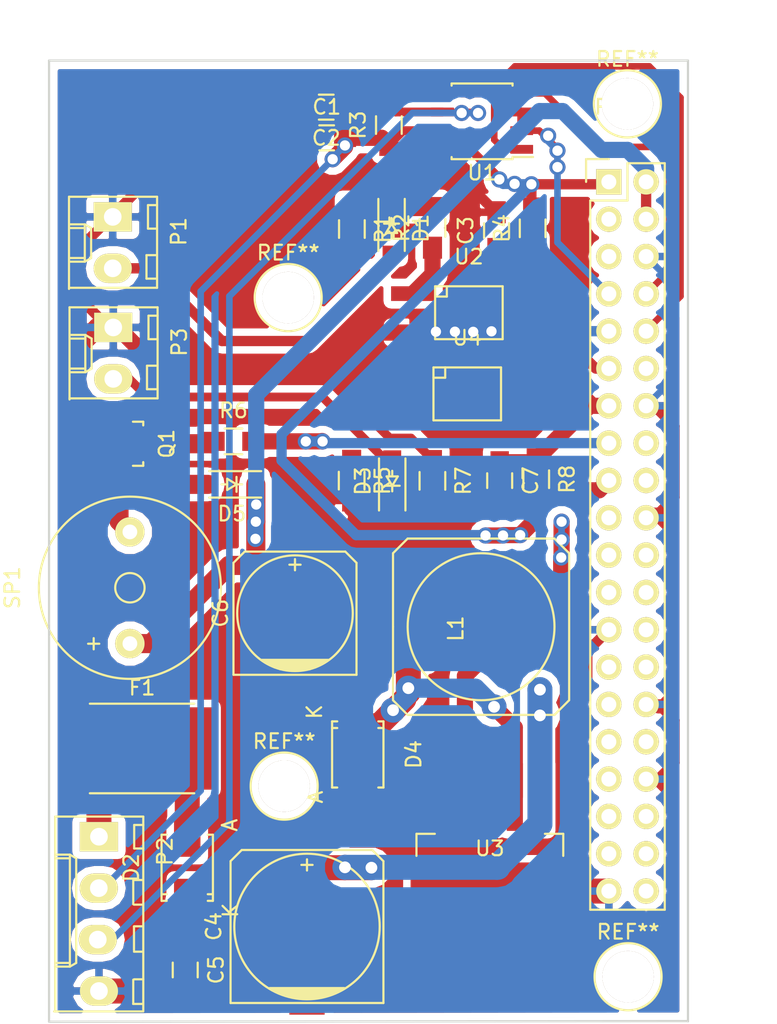
<source format=kicad_pcb>
(kicad_pcb (version 4) (host pcbnew 4.0.2-stable)

  (general
    (links 74)
    (no_connects 0)
    (area 105.578832 41.098399 149.579401 106.653401)
    (thickness 1.6)
    (drawings 6)
    (tracks 391)
    (zones 0)
    (modules 36)
    (nets 46)
  )

  (page A4)
  (layers
    (0 F.Cu signal)
    (31 B.Cu signal)
    (32 B.Adhes user)
    (33 F.Adhes user)
    (34 B.Paste user)
    (35 F.Paste user)
    (36 B.SilkS user)
    (37 F.SilkS user)
    (38 B.Mask user)
    (39 F.Mask user)
    (40 Dwgs.User user)
    (41 Cmts.User user)
    (42 Eco1.User user)
    (43 Eco2.User user)
    (44 Edge.Cuts user)
    (45 Margin user)
    (46 B.CrtYd user)
    (47 F.CrtYd user)
    (48 B.Fab user)
    (49 F.Fab user)
  )

  (setup
    (last_trace_width 1.1)
    (trace_clearance 0.25)
    (zone_clearance 0.508)
    (zone_45_only no)
    (trace_min 0.2)
    (segment_width 0.2)
    (edge_width 0.15)
    (via_size 1.1)
    (via_drill 0.7)
    (via_min_size 0.4)
    (via_min_drill 0.3)
    (uvia_size 1.1)
    (uvia_drill 0.7)
    (uvias_allowed no)
    (uvia_min_size 0.2)
    (uvia_min_drill 0.1)
    (pcb_text_width 0.3)
    (pcb_text_size 1.5 1.5)
    (mod_edge_width 0.15)
    (mod_text_size 1 1)
    (mod_text_width 0.15)
    (pad_size 3 1.00076)
    (pad_drill 0)
    (pad_to_mask_clearance 0.2)
    (aux_axis_origin 0 0)
    (grid_origin 209.47888 86.26856)
    (visible_elements 7FFCFFFF)
    (pcbplotparams
      (layerselection 0x010f0_80000001)
      (usegerberextensions false)
      (excludeedgelayer true)
      (linewidth 0.100000)
      (plotframeref false)
      (viasonmask false)
      (mode 1)
      (useauxorigin false)
      (hpglpennumber 1)
      (hpglpenspeed 20)
      (hpglpendiameter 15)
      (hpglpenoverlay 2)
      (psnegative false)
      (psa4output false)
      (plotreference true)
      (plotvalue true)
      (plotinvisibletext false)
      (padsonsilk false)
      (subtractmaskfromsilk false)
      (outputformat 1)
      (mirror false)
      (drillshape 0)
      (scaleselection 1)
      (outputdirectory ../gerber/))
  )

  (net 0 "")
  (net 1 GND)
  (net 2 "Net-(C1-Pad2)")
  (net 3 "Net-(C2-Pad1)")
  (net 4 /GPIO17)
  (net 5 "Net-(C4-Pad1)")
  (net 6 +5V)
  (net 7 /GPIO27)
  (net 8 "Net-(D1-Pad1)")
  (net 9 "Net-(D1-Pad2)")
  (net 10 "Net-(D2-Pad2)")
  (net 11 "Net-(D3-Pad1)")
  (net 12 "Net-(D3-Pad2)")
  (net 13 "Net-(D4-Pad1)")
  (net 14 "Net-(D5-Pad2)")
  (net 15 +24V)
  (net 16 +3V3)
  (net 17 "Net-(P4-Pad3)")
  (net 18 "Net-(P4-Pad5)")
  (net 19 /MAX485-DIR)
  (net 20 /MAX485-TX)
  (net 21 /MAX485-RX)
  (net 22 "Net-(P4-Pad12)")
  (net 23 /GPIO22)
  (net 24 "Net-(P4-Pad16)")
  (net 25 "Net-(P4-Pad18)")
  (net 26 "Net-(P4-Pad19)")
  (net 27 "Net-(P4-Pad21)")
  (net 28 "Net-(P4-Pad22)")
  (net 29 "Net-(P4-Pad23)")
  (net 30 "Net-(P4-Pad24)")
  (net 31 "Net-(P4-Pad26)")
  (net 32 "Net-(P4-Pad27)")
  (net 33 "Net-(P4-Pad28)")
  (net 34 "Net-(P4-Pad29)")
  (net 35 "Net-(P4-Pad31)")
  (net 36 "Net-(P4-Pad32)")
  (net 37 "Net-(P4-Pad33)")
  (net 38 "Net-(P4-Pad35)")
  (net 39 "Net-(P4-Pad36)")
  (net 40 "Net-(P4-Pad37)")
  (net 41 "Net-(P4-Pad38)")
  (net 42 "Net-(P4-Pad40)")
  (net 43 "Net-(Q1-Pad3)")
  (net 44 "Net-(R2-Pad1)")
  (net 45 "Net-(R7-Pad1)")

  (net_class Default "This is the default net class."
    (clearance 0.25)
    (trace_width 1.1)
    (via_dia 1.1)
    (via_drill 0.7)
    (uvia_dia 1.1)
    (uvia_drill 0.7)
    (add_net +24V)
    (add_net +3V3)
    (add_net +5V)
    (add_net /GPIO17)
    (add_net /GPIO22)
    (add_net /GPIO27)
    (add_net /MAX485-DIR)
    (add_net /MAX485-RX)
    (add_net /MAX485-TX)
    (add_net GND)
    (add_net "Net-(C1-Pad2)")
    (add_net "Net-(C2-Pad1)")
    (add_net "Net-(C4-Pad1)")
    (add_net "Net-(D1-Pad1)")
    (add_net "Net-(D1-Pad2)")
    (add_net "Net-(D2-Pad2)")
    (add_net "Net-(D3-Pad1)")
    (add_net "Net-(D3-Pad2)")
    (add_net "Net-(D4-Pad1)")
    (add_net "Net-(D5-Pad2)")
    (add_net "Net-(P4-Pad12)")
    (add_net "Net-(P4-Pad16)")
    (add_net "Net-(P4-Pad18)")
    (add_net "Net-(P4-Pad19)")
    (add_net "Net-(P4-Pad21)")
    (add_net "Net-(P4-Pad22)")
    (add_net "Net-(P4-Pad23)")
    (add_net "Net-(P4-Pad24)")
    (add_net "Net-(P4-Pad26)")
    (add_net "Net-(P4-Pad27)")
    (add_net "Net-(P4-Pad28)")
    (add_net "Net-(P4-Pad29)")
    (add_net "Net-(P4-Pad3)")
    (add_net "Net-(P4-Pad31)")
    (add_net "Net-(P4-Pad32)")
    (add_net "Net-(P4-Pad33)")
    (add_net "Net-(P4-Pad35)")
    (add_net "Net-(P4-Pad36)")
    (add_net "Net-(P4-Pad37)")
    (add_net "Net-(P4-Pad38)")
    (add_net "Net-(P4-Pad40)")
    (add_net "Net-(P4-Pad5)")
    (add_net "Net-(Q1-Pad3)")
    (add_net "Net-(R2-Pad1)")
    (add_net "Net-(R7-Pad1)")
  )

  (module pad:drill-3.5mm (layer F.Cu) (tedit 575A41C8) (tstamp 577B4A45)
    (at 121.67108 90.54592)
    (descr "module 1 pin (ou trou mecanique de percage)")
    (tags DEV)
    (fp_text reference REF** (at 0 -3.048) (layer F.SilkS)
      (effects (font (size 1 1) (thickness 0.15)))
    )
    (fp_text value 1pin (at 0 2.794) (layer F.Fab)
      (effects (font (size 1 1) (thickness 0.15)))
    )
    (fp_circle (center 0 0) (end 0 -2.286) (layer F.SilkS) (width 0.15))
    (pad 1 thru_hole circle (at 0 0) (size 3.5 3.5) (drill 3.5) (layers *.Cu *.Mask F.SilkS))
  )

  (module pad:drill-3.5mm (layer F.Cu) (tedit 575A41C8) (tstamp 577B4954)
    (at 121.9454 57.3024)
    (descr "module 1 pin (ou trou mecanique de percage)")
    (tags DEV)
    (fp_text reference REF** (at 0 -3.048) (layer F.SilkS)
      (effects (font (size 1 1) (thickness 0.15)))
    )
    (fp_text value 1pin (at 0 2.794) (layer F.Fab)
      (effects (font (size 1 1) (thickness 0.15)))
    )
    (fp_circle (center 0 0) (end 0 -2.286) (layer F.SilkS) (width 0.15))
    (pad 1 thru_hole circle (at 0 0) (size 3.5 3.5) (drill 3.5) (layers *.Cu *.Mask F.SilkS))
  )

  (module pad:drill-3.5mm (layer F.Cu) (tedit 575A41C8) (tstamp 577B4377)
    (at 145.10004 103.51516)
    (descr "module 1 pin (ou trou mecanique de percage)")
    (tags DEV)
    (fp_text reference REF** (at 0 -3.048) (layer F.SilkS)
      (effects (font (size 1 1) (thickness 0.15)))
    )
    (fp_text value 1pin (at 0 2.794) (layer F.Fab)
      (effects (font (size 1 1) (thickness 0.15)))
    )
    (fp_circle (center 0 0) (end 0 -2.286) (layer F.SilkS) (width 0.15))
    (pad 1 thru_hole circle (at 0 0) (size 3.5 3.5) (drill 3.5) (layers *.Cu *.Mask F.SilkS))
  )

  (module Capacitors_SMD:C_0805_HandSoldering (layer F.Cu) (tedit 541A9B8D) (tstamp 577B2C9F)
    (at 124.56668 46.4312)
    (descr "Capacitor SMD 0805, hand soldering")
    (tags "capacitor 0805")
    (path /57791DA3)
    (attr smd)
    (fp_text reference C1 (at 0 -2.1) (layer F.SilkS)
      (effects (font (size 1 1) (thickness 0.15)))
    )
    (fp_text value 47p (at 0 2.1) (layer F.Fab)
      (effects (font (size 1 1) (thickness 0.15)))
    )
    (fp_line (start -2.3 -1) (end 2.3 -1) (layer F.CrtYd) (width 0.05))
    (fp_line (start -2.3 1) (end 2.3 1) (layer F.CrtYd) (width 0.05))
    (fp_line (start -2.3 -1) (end -2.3 1) (layer F.CrtYd) (width 0.05))
    (fp_line (start 2.3 -1) (end 2.3 1) (layer F.CrtYd) (width 0.05))
    (fp_line (start 0.5 -0.85) (end -0.5 -0.85) (layer F.SilkS) (width 0.15))
    (fp_line (start -0.5 0.85) (end 0.5 0.85) (layer F.SilkS) (width 0.15))
    (pad 1 smd rect (at -1.25 0) (size 1.5 1.25) (layers F.Cu F.Paste F.Mask)
      (net 1 GND))
    (pad 2 smd rect (at 1.25 0) (size 1.5 1.25) (layers F.Cu F.Paste F.Mask)
      (net 2 "Net-(C1-Pad2)"))
    (model Capacitors_SMD.3dshapes/C_0805_HandSoldering.wrl
      (at (xyz 0 0 0))
      (scale (xyz 1 1 1))
      (rotate (xyz 0 0 0))
    )
  )

  (module Capacitors_SMD:C_0805_HandSoldering (layer F.Cu) (tedit 541A9B8D) (tstamp 577B2CAB)
    (at 124.5362 44.34332 180)
    (descr "Capacitor SMD 0805, hand soldering")
    (tags "capacitor 0805")
    (path /57791DFF)
    (attr smd)
    (fp_text reference C2 (at 0 -2.1 180) (layer F.SilkS)
      (effects (font (size 1 1) (thickness 0.15)))
    )
    (fp_text value 47p (at 0 2.1 180) (layer F.Fab)
      (effects (font (size 1 1) (thickness 0.15)))
    )
    (fp_line (start -2.3 -1) (end 2.3 -1) (layer F.CrtYd) (width 0.05))
    (fp_line (start -2.3 1) (end 2.3 1) (layer F.CrtYd) (width 0.05))
    (fp_line (start -2.3 -1) (end -2.3 1) (layer F.CrtYd) (width 0.05))
    (fp_line (start 2.3 -1) (end 2.3 1) (layer F.CrtYd) (width 0.05))
    (fp_line (start 0.5 -0.85) (end -0.5 -0.85) (layer F.SilkS) (width 0.15))
    (fp_line (start -0.5 0.85) (end 0.5 0.85) (layer F.SilkS) (width 0.15))
    (pad 1 smd rect (at -1.25 0 180) (size 1.5 1.25) (layers F.Cu F.Paste F.Mask)
      (net 3 "Net-(C2-Pad1)"))
    (pad 2 smd rect (at 1.25 0 180) (size 1.5 1.25) (layers F.Cu F.Paste F.Mask)
      (net 1 GND))
    (model Capacitors_SMD.3dshapes/C_0805_HandSoldering.wrl
      (at (xyz 0 0 0))
      (scale (xyz 1 1 1))
      (rotate (xyz 0 0 0))
    )
  )

  (module Capacitors_SMD:C_0805_HandSoldering (layer F.Cu) (tedit 541A9B8D) (tstamp 577B2CB7)
    (at 136.13892 52.74532 90)
    (descr "Capacitor SMD 0805, hand soldering")
    (tags "capacitor 0805")
    (path /57793A37)
    (attr smd)
    (fp_text reference C3 (at 0 -2.1 90) (layer F.SilkS)
      (effects (font (size 1 1) (thickness 0.15)))
    )
    (fp_text value 104 (at 0 2.1 90) (layer F.Fab)
      (effects (font (size 1 1) (thickness 0.15)))
    )
    (fp_line (start -2.3 -1) (end 2.3 -1) (layer F.CrtYd) (width 0.05))
    (fp_line (start -2.3 1) (end 2.3 1) (layer F.CrtYd) (width 0.05))
    (fp_line (start -2.3 -1) (end -2.3 1) (layer F.CrtYd) (width 0.05))
    (fp_line (start 2.3 -1) (end 2.3 1) (layer F.CrtYd) (width 0.05))
    (fp_line (start 0.5 -0.85) (end -0.5 -0.85) (layer F.SilkS) (width 0.15))
    (fp_line (start -0.5 0.85) (end 0.5 0.85) (layer F.SilkS) (width 0.15))
    (pad 1 smd rect (at -1.25 0 90) (size 1.5 1.25) (layers F.Cu F.Paste F.Mask)
      (net 4 /GPIO17))
    (pad 2 smd rect (at 1.25 0 90) (size 1.5 1.25) (layers F.Cu F.Paste F.Mask)
      (net 1 GND))
    (model Capacitors_SMD.3dshapes/C_0805_HandSoldering.wrl
      (at (xyz 0 0 0))
      (scale (xyz 1 1 1))
      (rotate (xyz 0 0 0))
    )
  )

  (module Capacitors_SMD:c_elec_10x10 (layer F.Cu) (tedit 55729832) (tstamp 577B2CD0)
    (at 123.22556 100.09886 90)
    (descr "SMT capacitor, aluminium electrolytic, 10x10")
    (path /57795190)
    (attr smd)
    (fp_text reference C4 (at 0 -6.35 90) (layer F.SilkS)
      (effects (font (size 1 1) (thickness 0.15)))
    )
    (fp_text value "100u 50v" (at 0 6.35 90) (layer F.Fab)
      (effects (font (size 1 1) (thickness 0.15)))
    )
    (fp_line (start -6.35 -5.6) (end 6.35 -5.6) (layer F.CrtYd) (width 0.05))
    (fp_line (start 6.35 -5.6) (end 6.35 5.6) (layer F.CrtYd) (width 0.05))
    (fp_line (start 6.35 5.6) (end -6.35 5.6) (layer F.CrtYd) (width 0.05))
    (fp_line (start -6.35 5.6) (end -6.35 -5.6) (layer F.CrtYd) (width 0.05))
    (fp_line (start -4.826 1.016) (end -4.826 -1.016) (layer F.SilkS) (width 0.15))
    (fp_line (start -4.699 -1.397) (end -4.699 1.524) (layer F.SilkS) (width 0.15))
    (fp_line (start -4.572 1.778) (end -4.572 -1.778) (layer F.SilkS) (width 0.15))
    (fp_line (start -4.445 -2.159) (end -4.445 2.159) (layer F.SilkS) (width 0.15))
    (fp_line (start -4.318 2.413) (end -4.318 -2.413) (layer F.SilkS) (width 0.15))
    (fp_line (start -4.191 -2.54) (end -4.191 2.54) (layer F.SilkS) (width 0.15))
    (fp_line (start -5.207 -5.207) (end -5.207 5.207) (layer F.SilkS) (width 0.15))
    (fp_line (start -5.207 5.207) (end 4.445 5.207) (layer F.SilkS) (width 0.15))
    (fp_line (start 4.445 5.207) (end 5.207 4.445) (layer F.SilkS) (width 0.15))
    (fp_line (start 5.207 4.445) (end 5.207 -4.445) (layer F.SilkS) (width 0.15))
    (fp_line (start 5.207 -4.445) (end 4.445 -5.207) (layer F.SilkS) (width 0.15))
    (fp_line (start 4.445 -5.207) (end -5.207 -5.207) (layer F.SilkS) (width 0.15))
    (fp_line (start 4.572 0) (end 3.81 0) (layer F.SilkS) (width 0.15))
    (fp_line (start 4.191 -0.381) (end 4.191 0.381) (layer F.SilkS) (width 0.15))
    (fp_circle (center 0 0) (end 4.953 0) (layer F.SilkS) (width 0.15))
    (pad 1 smd rect (at 4.0005 0 90) (size 4.0005 2.4003) (layers F.Cu F.Paste F.Mask)
      (net 5 "Net-(C4-Pad1)"))
    (pad 2 smd rect (at -4.0005 0 90) (size 4.0005 2.4003) (layers F.Cu F.Paste F.Mask)
      (net 1 GND))
    (model Capacitors_SMD.3dshapes/c_elec_10x10.wrl
      (at (xyz 0 0 0))
      (scale (xyz 1 1 1))
      (rotate (xyz 0 0 0))
    )
  )

  (module Capacitors_SMD:C_0805_HandSoldering (layer F.Cu) (tedit 541A9B8D) (tstamp 577B2CDC)
    (at 114.92992 103.05796 270)
    (descr "Capacitor SMD 0805, hand soldering")
    (tags "capacitor 0805")
    (path /577950CD)
    (attr smd)
    (fp_text reference C5 (at 0 -2.1 270) (layer F.SilkS)
      (effects (font (size 1 1) (thickness 0.15)))
    )
    (fp_text value 0.1u (at 0 2.1 270) (layer F.Fab)
      (effects (font (size 1 1) (thickness 0.15)))
    )
    (fp_line (start -2.3 -1) (end 2.3 -1) (layer F.CrtYd) (width 0.05))
    (fp_line (start -2.3 1) (end 2.3 1) (layer F.CrtYd) (width 0.05))
    (fp_line (start -2.3 -1) (end -2.3 1) (layer F.CrtYd) (width 0.05))
    (fp_line (start 2.3 -1) (end 2.3 1) (layer F.CrtYd) (width 0.05))
    (fp_line (start 0.5 -0.85) (end -0.5 -0.85) (layer F.SilkS) (width 0.15))
    (fp_line (start -0.5 0.85) (end 0.5 0.85) (layer F.SilkS) (width 0.15))
    (pad 1 smd rect (at -1.25 0 270) (size 1.5 1.25) (layers F.Cu F.Paste F.Mask)
      (net 5 "Net-(C4-Pad1)"))
    (pad 2 smd rect (at 1.25 0 270) (size 1.5 1.25) (layers F.Cu F.Paste F.Mask)
      (net 1 GND))
    (model Capacitors_SMD.3dshapes/C_0805_HandSoldering.wrl
      (at (xyz 0 0 0))
      (scale (xyz 1 1 1))
      (rotate (xyz 0 0 0))
    )
  )

  (module Capacitors_SMD:c_elec_8x10 (layer F.Cu) (tedit 55729723) (tstamp 577B2CF5)
    (at 122.40768 78.78064 90)
    (descr "SMT capacitor, aluminium electrolytic, 8x10")
    (path /57797557)
    (attr smd)
    (fp_text reference C6 (at 0 -5.08 90) (layer F.SilkS)
      (effects (font (size 1 1) (thickness 0.15)))
    )
    (fp_text value "330u 16v" (at 0 5.08 90) (layer F.Fab)
      (effects (font (size 1 1) (thickness 0.15)))
    )
    (fp_line (start -5.35 -4.55) (end 5.35 -4.55) (layer F.CrtYd) (width 0.05))
    (fp_line (start 5.35 -4.55) (end 5.35 4.55) (layer F.CrtYd) (width 0.05))
    (fp_line (start 5.35 4.55) (end -5.35 4.55) (layer F.CrtYd) (width 0.05))
    (fp_line (start -5.35 4.55) (end -5.35 -4.55) (layer F.CrtYd) (width 0.05))
    (fp_line (start -3.81 -1.016) (end -3.81 1.016) (layer F.SilkS) (width 0.15))
    (fp_line (start -3.683 1.397) (end -3.683 -1.397) (layer F.SilkS) (width 0.15))
    (fp_line (start -3.556 -1.651) (end -3.556 1.651) (layer F.SilkS) (width 0.15))
    (fp_line (start -3.429 1.905) (end -3.429 -1.905) (layer F.SilkS) (width 0.15))
    (fp_line (start -3.302 2.032) (end -3.302 -2.032) (layer F.SilkS) (width 0.15))
    (fp_line (start -3.175 -2.286) (end -3.175 2.286) (layer F.SilkS) (width 0.15))
    (fp_line (start -4.191 -4.191) (end -4.191 4.191) (layer F.SilkS) (width 0.15))
    (fp_line (start -4.191 4.191) (end 3.429 4.191) (layer F.SilkS) (width 0.15))
    (fp_line (start 3.429 4.191) (end 4.191 3.429) (layer F.SilkS) (width 0.15))
    (fp_line (start 4.191 3.429) (end 4.191 -3.429) (layer F.SilkS) (width 0.15))
    (fp_line (start 4.191 -3.429) (end 3.429 -4.191) (layer F.SilkS) (width 0.15))
    (fp_line (start 3.429 -4.191) (end -4.191 -4.191) (layer F.SilkS) (width 0.15))
    (fp_line (start 3.683 0) (end 2.921 0) (layer F.SilkS) (width 0.15))
    (fp_line (start 3.302 -0.381) (end 3.302 0.381) (layer F.SilkS) (width 0.15))
    (fp_circle (center 0 0) (end 3.937 0) (layer F.SilkS) (width 0.15))
    (pad 1 smd rect (at 3.2512 0 90) (size 3.50012 2.4003) (layers F.Cu F.Paste F.Mask)
      (net 6 +5V))
    (pad 2 smd rect (at -3.2512 0 90) (size 3.50012 2.4003) (layers F.Cu F.Paste F.Mask)
      (net 1 GND))
    (model Capacitors_SMD.3dshapes/c_elec_8x10.wrl
      (at (xyz 0 0 0))
      (scale (xyz 1 1 1))
      (rotate (xyz 0 0 0))
    )
  )

  (module Capacitors_SMD:C_0805_HandSoldering (layer F.Cu) (tedit 541A9B8D) (tstamp 577B2D01)
    (at 136.35228 69.75856 270)
    (descr "Capacitor SMD 0805, hand soldering")
    (tags "capacitor 0805")
    (path /577B3145)
    (attr smd)
    (fp_text reference C7 (at 0 -2.1 270) (layer F.SilkS)
      (effects (font (size 1 1) (thickness 0.15)))
    )
    (fp_text value 104 (at 0 2.1 270) (layer F.Fab)
      (effects (font (size 1 1) (thickness 0.15)))
    )
    (fp_line (start -2.3 -1) (end 2.3 -1) (layer F.CrtYd) (width 0.05))
    (fp_line (start -2.3 1) (end 2.3 1) (layer F.CrtYd) (width 0.05))
    (fp_line (start -2.3 -1) (end -2.3 1) (layer F.CrtYd) (width 0.05))
    (fp_line (start 2.3 -1) (end 2.3 1) (layer F.CrtYd) (width 0.05))
    (fp_line (start 0.5 -0.85) (end -0.5 -0.85) (layer F.SilkS) (width 0.15))
    (fp_line (start -0.5 0.85) (end 0.5 0.85) (layer F.SilkS) (width 0.15))
    (pad 1 smd rect (at -1.25 0 270) (size 1.5 1.25) (layers F.Cu F.Paste F.Mask)
      (net 7 /GPIO27))
    (pad 2 smd rect (at 1.25 0 270) (size 1.5 1.25) (layers F.Cu F.Paste F.Mask)
      (net 1 GND))
    (model Capacitors_SMD.3dshapes/C_0805_HandSoldering.wrl
      (at (xyz 0 0 0))
      (scale (xyz 1 1 1))
      (rotate (xyz 0 0 0))
    )
  )

  (module Diodes_SMD:SOD-123 (layer F.Cu) (tedit 5530FCB9) (tstamp 577B2D13)
    (at 128.98628 52.58816 270)
    (descr SOD-123)
    (tags SOD-123)
    (path /5778E9DB)
    (attr smd)
    (fp_text reference D1 (at 0 -2 270) (layer F.SilkS)
      (effects (font (size 1 1) (thickness 0.15)))
    )
    (fp_text value M7 (at 0 2.1 270) (layer F.Fab)
      (effects (font (size 1 1) (thickness 0.15)))
    )
    (fp_line (start 0.3175 0) (end 0.6985 0) (layer F.SilkS) (width 0.15))
    (fp_line (start -0.6985 0) (end -0.3175 0) (layer F.SilkS) (width 0.15))
    (fp_line (start -0.3175 0) (end 0.3175 -0.381) (layer F.SilkS) (width 0.15))
    (fp_line (start 0.3175 -0.381) (end 0.3175 0.381) (layer F.SilkS) (width 0.15))
    (fp_line (start 0.3175 0.381) (end -0.3175 0) (layer F.SilkS) (width 0.15))
    (fp_line (start -0.3175 -0.508) (end -0.3175 0.508) (layer F.SilkS) (width 0.15))
    (fp_line (start -2.25 -1.05) (end 2.25 -1.05) (layer F.CrtYd) (width 0.05))
    (fp_line (start 2.25 -1.05) (end 2.25 1.05) (layer F.CrtYd) (width 0.05))
    (fp_line (start 2.25 1.05) (end -2.25 1.05) (layer F.CrtYd) (width 0.05))
    (fp_line (start -2.25 -1.05) (end -2.25 1.05) (layer F.CrtYd) (width 0.05))
    (fp_line (start -2 0.9) (end 1.54 0.9) (layer F.SilkS) (width 0.15))
    (fp_line (start -2 -0.9) (end 1.54 -0.9) (layer F.SilkS) (width 0.15))
    (pad 1 smd rect (at -1.635 0 270) (size 0.91 1.22) (layers F.Cu F.Paste F.Mask)
      (net 8 "Net-(D1-Pad1)"))
    (pad 2 smd rect (at 1.635 0 270) (size 0.91 1.22) (layers F.Cu F.Paste F.Mask)
      (net 9 "Net-(D1-Pad2)"))
  )

  (module Diodes_SMD:SMA_Standard (layer F.Cu) (tedit 552FF239) (tstamp 577B2D28)
    (at 115.06708 96.10344 90)
    (descr "Diode SMA")
    (tags "Diode SMA")
    (path /57794BC7)
    (attr smd)
    (fp_text reference D2 (at 0 -3.81 90) (layer F.SilkS)
      (effects (font (size 1 1) (thickness 0.15)))
    )
    (fp_text value SSB44 (at 0 4.3 90) (layer F.Fab)
      (effects (font (size 1 1) (thickness 0.15)))
    )
    (fp_line (start -3.5 -2) (end 3.5 -2) (layer F.CrtYd) (width 0.05))
    (fp_line (start 3.5 -2) (end 3.5 2) (layer F.CrtYd) (width 0.05))
    (fp_line (start 3.5 2) (end -3.5 2) (layer F.CrtYd) (width 0.05))
    (fp_line (start -3.5 2) (end -3.5 -2) (layer F.CrtYd) (width 0.05))
    (fp_text user K (at -2.9 2.95 90) (layer F.SilkS)
      (effects (font (size 1 1) (thickness 0.15)))
    )
    (fp_text user A (at 2.9 2.9 90) (layer F.SilkS)
      (effects (font (size 1 1) (thickness 0.15)))
    )
    (fp_circle (center 0 0) (end 0.20066 -0.0508) (layer F.Adhes) (width 0.381))
    (fp_line (start -1.79914 1.75006) (end -1.79914 1.39954) (layer F.SilkS) (width 0.15))
    (fp_line (start -1.79914 -1.75006) (end -1.79914 -1.39954) (layer F.SilkS) (width 0.15))
    (fp_line (start 2.25044 1.75006) (end 2.25044 1.39954) (layer F.SilkS) (width 0.15))
    (fp_line (start -2.25044 1.75006) (end -2.25044 1.39954) (layer F.SilkS) (width 0.15))
    (fp_line (start -2.25044 -1.75006) (end -2.25044 -1.39954) (layer F.SilkS) (width 0.15))
    (fp_line (start 2.25044 -1.75006) (end 2.25044 -1.39954) (layer F.SilkS) (width 0.15))
    (fp_line (start -2.25044 1.75006) (end 2.25044 1.75006) (layer F.SilkS) (width 0.15))
    (fp_line (start -2.25044 -1.75006) (end 2.25044 -1.75006) (layer F.SilkS) (width 0.15))
    (pad 1 smd rect (at -1.99898 0 90) (size 2.49936 1.80086) (layers F.Cu F.Paste F.Mask)
      (net 5 "Net-(C4-Pad1)"))
    (pad 2 smd rect (at 1.99898 0 90) (size 2.49936 1.80086) (layers F.Cu F.Paste F.Mask)
      (net 10 "Net-(D2-Pad2)"))
    (model Diodes_SMD.3dshapes/SMA_Standard.wrl
      (at (xyz 0 0 0))
      (scale (xyz 0.3937 0.3937 0.3937))
      (rotate (xyz 0 0 180))
    )
  )

  (module Diodes_SMD:SOD-123 (layer F.Cu) (tedit 5530FCB9) (tstamp 577B2D3A)
    (at 129.032 69.78904 90)
    (descr SOD-123)
    (tags SOD-123)
    (path /577B2E66)
    (attr smd)
    (fp_text reference D3 (at 0 -2 90) (layer F.SilkS)
      (effects (font (size 1 1) (thickness 0.15)))
    )
    (fp_text value M7 (at 0 2.1 90) (layer F.Fab)
      (effects (font (size 1 1) (thickness 0.15)))
    )
    (fp_line (start 0.3175 0) (end 0.6985 0) (layer F.SilkS) (width 0.15))
    (fp_line (start -0.6985 0) (end -0.3175 0) (layer F.SilkS) (width 0.15))
    (fp_line (start -0.3175 0) (end 0.3175 -0.381) (layer F.SilkS) (width 0.15))
    (fp_line (start 0.3175 -0.381) (end 0.3175 0.381) (layer F.SilkS) (width 0.15))
    (fp_line (start 0.3175 0.381) (end -0.3175 0) (layer F.SilkS) (width 0.15))
    (fp_line (start -0.3175 -0.508) (end -0.3175 0.508) (layer F.SilkS) (width 0.15))
    (fp_line (start -2.25 -1.05) (end 2.25 -1.05) (layer F.CrtYd) (width 0.05))
    (fp_line (start 2.25 -1.05) (end 2.25 1.05) (layer F.CrtYd) (width 0.05))
    (fp_line (start 2.25 1.05) (end -2.25 1.05) (layer F.CrtYd) (width 0.05))
    (fp_line (start -2.25 -1.05) (end -2.25 1.05) (layer F.CrtYd) (width 0.05))
    (fp_line (start -2 0.9) (end 1.54 0.9) (layer F.SilkS) (width 0.15))
    (fp_line (start -2 -0.9) (end 1.54 -0.9) (layer F.SilkS) (width 0.15))
    (pad 1 smd rect (at -1.635 0 90) (size 0.91 1.22) (layers F.Cu F.Paste F.Mask)
      (net 11 "Net-(D3-Pad1)"))
    (pad 2 smd rect (at 1.635 0 90) (size 0.91 1.22) (layers F.Cu F.Paste F.Mask)
      (net 12 "Net-(D3-Pad2)"))
  )

  (module Diodes_SMD:SMA_Standard (layer F.Cu) (tedit 552FF239) (tstamp 577B2D4F)
    (at 126.68504 88.392 270)
    (descr "Diode SMA")
    (tags "Diode SMA")
    (path /577970E1)
    (attr smd)
    (fp_text reference D4 (at 0 -3.81 270) (layer F.SilkS)
      (effects (font (size 1 1) (thickness 0.15)))
    )
    (fp_text value SSB44 (at 0 4.3 270) (layer F.Fab)
      (effects (font (size 1 1) (thickness 0.15)))
    )
    (fp_line (start -3.5 -2) (end 3.5 -2) (layer F.CrtYd) (width 0.05))
    (fp_line (start 3.5 -2) (end 3.5 2) (layer F.CrtYd) (width 0.05))
    (fp_line (start 3.5 2) (end -3.5 2) (layer F.CrtYd) (width 0.05))
    (fp_line (start -3.5 2) (end -3.5 -2) (layer F.CrtYd) (width 0.05))
    (fp_text user K (at -2.9 2.95 270) (layer F.SilkS)
      (effects (font (size 1 1) (thickness 0.15)))
    )
    (fp_text user A (at 2.9 2.9 270) (layer F.SilkS)
      (effects (font (size 1 1) (thickness 0.15)))
    )
    (fp_circle (center 0 0) (end 0.20066 -0.0508) (layer F.Adhes) (width 0.381))
    (fp_line (start -1.79914 1.75006) (end -1.79914 1.39954) (layer F.SilkS) (width 0.15))
    (fp_line (start -1.79914 -1.75006) (end -1.79914 -1.39954) (layer F.SilkS) (width 0.15))
    (fp_line (start 2.25044 1.75006) (end 2.25044 1.39954) (layer F.SilkS) (width 0.15))
    (fp_line (start -2.25044 1.75006) (end -2.25044 1.39954) (layer F.SilkS) (width 0.15))
    (fp_line (start -2.25044 -1.75006) (end -2.25044 -1.39954) (layer F.SilkS) (width 0.15))
    (fp_line (start 2.25044 -1.75006) (end 2.25044 -1.39954) (layer F.SilkS) (width 0.15))
    (fp_line (start -2.25044 1.75006) (end 2.25044 1.75006) (layer F.SilkS) (width 0.15))
    (fp_line (start -2.25044 -1.75006) (end 2.25044 -1.75006) (layer F.SilkS) (width 0.15))
    (pad 1 smd rect (at -1.99898 0 270) (size 2.49936 1.80086) (layers F.Cu F.Paste F.Mask)
      (net 13 "Net-(D4-Pad1)"))
    (pad 2 smd rect (at 1.99898 0 270) (size 2.49936 1.80086) (layers F.Cu F.Paste F.Mask)
      (net 1 GND))
    (model Diodes_SMD.3dshapes/SMA_Standard.wrl
      (at (xyz 0 0 0))
      (scale (xyz 0.3937 0.3937 0.3937))
      (rotate (xyz 0 0 180))
    )
  )

  (module Diodes_SMD:SOD-123 (layer F.Cu) (tedit 5530FCB9) (tstamp 577B2D61)
    (at 118.10492 70.01256 180)
    (descr SOD-123)
    (tags SOD-123)
    (path /5779D2D2)
    (attr smd)
    (fp_text reference D5 (at 0 -2 180) (layer F.SilkS)
      (effects (font (size 1 1) (thickness 0.15)))
    )
    (fp_text value D4148 (at 0 2.1 180) (layer F.Fab)
      (effects (font (size 1 1) (thickness 0.15)))
    )
    (fp_line (start 0.3175 0) (end 0.6985 0) (layer F.SilkS) (width 0.15))
    (fp_line (start -0.6985 0) (end -0.3175 0) (layer F.SilkS) (width 0.15))
    (fp_line (start -0.3175 0) (end 0.3175 -0.381) (layer F.SilkS) (width 0.15))
    (fp_line (start 0.3175 -0.381) (end 0.3175 0.381) (layer F.SilkS) (width 0.15))
    (fp_line (start 0.3175 0.381) (end -0.3175 0) (layer F.SilkS) (width 0.15))
    (fp_line (start -0.3175 -0.508) (end -0.3175 0.508) (layer F.SilkS) (width 0.15))
    (fp_line (start -2.25 -1.05) (end 2.25 -1.05) (layer F.CrtYd) (width 0.05))
    (fp_line (start 2.25 -1.05) (end 2.25 1.05) (layer F.CrtYd) (width 0.05))
    (fp_line (start 2.25 1.05) (end -2.25 1.05) (layer F.CrtYd) (width 0.05))
    (fp_line (start -2.25 -1.05) (end -2.25 1.05) (layer F.CrtYd) (width 0.05))
    (fp_line (start -2 0.9) (end 1.54 0.9) (layer F.SilkS) (width 0.15))
    (fp_line (start -2 -0.9) (end 1.54 -0.9) (layer F.SilkS) (width 0.15))
    (pad 1 smd rect (at -1.635 0 180) (size 0.91 1.22) (layers F.Cu F.Paste F.Mask)
      (net 6 +5V))
    (pad 2 smd rect (at 1.635 0 180) (size 0.91 1.22) (layers F.Cu F.Paste F.Mask)
      (net 14 "Net-(D5-Pad2)"))
  )

  (module Fuse_Holders_and_Fuses:Fuse_SMD2920 (layer F.Cu) (tedit 552259FD) (tstamp 577B2D6D)
    (at 111.9886 87.9856)
    (descr "Fuse, 2920 chip size")
    (tags "Fuse SMD2920")
    (path /577B526A)
    (attr smd)
    (fp_text reference F1 (at 0 -4.1275) (layer F.SilkS)
      (effects (font (size 1 1) (thickness 0.15)))
    )
    (fp_text value FUSE (at 0 4.3815) (layer F.Fab)
      (effects (font (size 1 1) (thickness 0.15)))
    )
    (fp_line (start 5.1 -3.3) (end 5.1 3.3) (layer F.CrtYd) (width 0.05))
    (fp_line (start -5.1 -3.3) (end -5.1 3.3) (layer F.CrtYd) (width 0.05))
    (fp_line (start -5.1 3.3) (end 5.1 3.3) (layer F.CrtYd) (width 0.05))
    (fp_line (start -5.1 -3.3) (end 5.1 -3.3) (layer F.CrtYd) (width 0.05))
    (fp_line (start -3.556 -3.048) (end 3.556 -3.048) (layer F.SilkS) (width 0.15))
    (fp_line (start -3.556 3.048) (end 3.556 3.048) (layer F.SilkS) (width 0.15))
    (pad 1 smd rect (at -3.7 0 90) (size 5.6 2.3) (layers F.Cu F.Paste F.Mask)
      (net 15 +24V))
    (pad 2 smd rect (at 3.7 0 90) (size 5.6 2.3) (layers F.Cu F.Paste F.Mask)
      (net 10 "Net-(D2-Pad2)"))
  )

  (module Inductors:SELF-WE-PD-XXL (layer F.Cu) (tedit 0) (tstamp 577B2D7F)
    (at 135.08482 79.70012)
    (descr "SELF- WE-PD-XXL")
    (path /577B57AB)
    (attr smd)
    (fp_text reference L1 (at -1.72212 0.127 90) (layer F.SilkS)
      (effects (font (size 1 1) (thickness 0.15)))
    )
    (fp_text value INDUCTOR (at 1.1176 -0.69596 90) (layer F.Fab)
      (effects (font (size 1 1) (thickness 0.15)))
    )
    (fp_circle (center 0 0) (end 0 -5.00126) (layer F.SilkS) (width 0.15))
    (fp_line (start -5.99948 0) (end -5.99948 -5.00126) (layer F.SilkS) (width 0.15))
    (fp_line (start -5.99948 -5.00126) (end -5.00126 -5.99948) (layer F.SilkS) (width 0.15))
    (fp_line (start -5.00126 -5.99948) (end 5.00126 -5.99948) (layer F.SilkS) (width 0.15))
    (fp_line (start 5.00126 -5.99948) (end 5.99948 -5.00126) (layer F.SilkS) (width 0.15))
    (fp_line (start 5.99948 -5.00126) (end 5.99948 5.00126) (layer F.SilkS) (width 0.15))
    (fp_line (start 5.99948 5.00126) (end 5.00126 5.99948) (layer F.SilkS) (width 0.15))
    (fp_line (start 5.00126 5.99948) (end -5.00126 5.99948) (layer F.SilkS) (width 0.15))
    (fp_line (start -5.00126 5.99948) (end -5.99948 5.00126) (layer F.SilkS) (width 0.15))
    (fp_line (start -5.99948 5.00126) (end -5.99948 0) (layer F.SilkS) (width 0.15))
    (fp_text user "" (at 0 0) (layer F.SilkS)
      (effects (font (size 1 1) (thickness 0.15)))
    )
    (fp_text user "" (at 0 0) (layer F.SilkS)
      (effects (font (size 1 1) (thickness 0.15)))
    )
    (pad 1 smd rect (at -5.00126 0) (size 2.90068 5.40004) (layers F.Cu F.Paste F.Mask)
      (net 13 "Net-(D4-Pad1)"))
    (pad 2 smd rect (at 5.00126 0) (size 2.90068 5.40004) (layers F.Cu F.Paste F.Mask)
      (net 6 +5V))
    (model Inductors.3dshapes/SELF-WE-PD-XXL.wrl
      (at (xyz 0 0 0))
      (scale (xyz 1 1 1))
      (rotate (xyz 0 0 0))
    )
  )

  (module conn:domino-2 (layer F.Cu) (tedit 56C6219C) (tstamp 577B2D9B)
    (at 109.99216 51.81104 270)
    (descr "Connector Headers with Friction Lock, 22-27-2021, http://www.molex.com/pdm_docs/sd/022272021_sd.pdf")
    (tags "connector molex kk_6410 22-27-2021")
    (path /5778D3E5)
    (fp_text reference P1 (at 1 -4.5 270) (layer F.SilkS)
      (effects (font (size 1 1) (thickness 0.15)))
    )
    (fp_text value XN1 (at 1.27 4.5 270) (layer F.Fab)
      (effects (font (size 1 1) (thickness 0.15)))
    )
    (fp_line (start -1.37 -3.02) (end -1.37 2.98) (layer F.SilkS) (width 0.15))
    (fp_line (start -1.37 2.98) (end 4.902289 2.98) (layer F.SilkS) (width 0.15))
    (fp_line (start 4.826 2.98) (end 4.826 -3.02) (layer F.SilkS) (width 0.15))
    (fp_line (start 4.826041 -3.02) (end -1.37 -3.02) (layer F.SilkS) (width 0.15))
    (fp_line (start 0.508 2.9038) (end 0.508 1.9038) (layer F.SilkS) (width 0.15))
    (fp_line (start 0.508 1.9038) (end 3.048 1.9038) (layer F.SilkS) (width 0.15))
    (fp_line (start 3.048 1.9038) (end 3.048 2.9038) (layer F.SilkS) (width 0.15))
    (fp_line (start 0.508 1.9038) (end 0.758 1.4738) (layer F.SilkS) (width 0.15))
    (fp_line (start 0.758 1.4738) (end 2.798 1.4738) (layer F.SilkS) (width 0.15))
    (fp_line (start 2.798 1.4738) (end 3.048 1.9038) (layer F.SilkS) (width 0.15))
    (fp_line (start 0.758 2.9038) (end 0.758 1.9038) (layer F.SilkS) (width 0.15))
    (fp_line (start 2.798 2.9038) (end 2.798 1.9038) (layer F.SilkS) (width 0.15))
    (fp_line (start -0.8 -3.02) (end -0.8 -2.4) (layer F.SilkS) (width 0.15))
    (fp_line (start -0.8 -2.4) (end 0.8 -2.4) (layer F.SilkS) (width 0.15))
    (fp_line (start 0.8 -2.4) (end 0.8 -3.02) (layer F.SilkS) (width 0.15))
    (fp_line (start 2.6036 -2.9184) (end 2.6036 -2.2984) (layer F.SilkS) (width 0.15))
    (fp_line (start 2.6036 -2.2984) (end 4.2036 -2.2984) (layer F.SilkS) (width 0.15))
    (fp_line (start 4.2036 -2.2984) (end 4.2036 -2.9184) (layer F.SilkS) (width 0.15))
    (fp_line (start -1.9 3.5) (end -1.9 -3.55) (layer F.CrtYd) (width 0.05))
    (fp_line (start -1.9 -3.55) (end 4.45 -3.55) (layer F.CrtYd) (width 0.05))
    (fp_line (start 4.45 -3.55) (end 4.45 3.5) (layer F.CrtYd) (width 0.05))
    (fp_line (start 4.45 3.5) (end -1.9 3.5) (layer F.CrtYd) (width 0.05))
    (pad 1 thru_hole rect (at 0 0 270) (size 2 2.6) (drill 1.2) (layers *.Cu *.Mask F.SilkS)
      (net 1 GND))
    (pad 2 thru_hole oval (at 3.5 0 270) (size 2 2.6) (drill 1.2) (layers *.Cu *.Mask F.SilkS)
      (net 9 "Net-(D1-Pad2)"))
  )

  (module conn:domino-2 (layer F.Cu) (tedit 56C6219C) (tstamp 577B2DDB)
    (at 110.02772 59.3344 270)
    (descr "Connector Headers with Friction Lock, 22-27-2021, http://www.molex.com/pdm_docs/sd/022272021_sd.pdf")
    (tags "connector molex kk_6410 22-27-2021")
    (path /577B2DCA)
    (fp_text reference P3 (at 1 -4.5 270) (layer F.SilkS)
      (effects (font (size 1 1) (thickness 0.15)))
    )
    (fp_text value XN2 (at 1.27 4.5 270) (layer F.Fab)
      (effects (font (size 1 1) (thickness 0.15)))
    )
    (fp_line (start -1.37 -3.02) (end -1.37 2.98) (layer F.SilkS) (width 0.15))
    (fp_line (start -1.37 2.98) (end 4.902289 2.98) (layer F.SilkS) (width 0.15))
    (fp_line (start 4.826 2.98) (end 4.826 -3.02) (layer F.SilkS) (width 0.15))
    (fp_line (start 4.826041 -3.02) (end -1.37 -3.02) (layer F.SilkS) (width 0.15))
    (fp_line (start 0.508 2.9038) (end 0.508 1.9038) (layer F.SilkS) (width 0.15))
    (fp_line (start 0.508 1.9038) (end 3.048 1.9038) (layer F.SilkS) (width 0.15))
    (fp_line (start 3.048 1.9038) (end 3.048 2.9038) (layer F.SilkS) (width 0.15))
    (fp_line (start 0.508 1.9038) (end 0.758 1.4738) (layer F.SilkS) (width 0.15))
    (fp_line (start 0.758 1.4738) (end 2.798 1.4738) (layer F.SilkS) (width 0.15))
    (fp_line (start 2.798 1.4738) (end 3.048 1.9038) (layer F.SilkS) (width 0.15))
    (fp_line (start 0.758 2.9038) (end 0.758 1.9038) (layer F.SilkS) (width 0.15))
    (fp_line (start 2.798 2.9038) (end 2.798 1.9038) (layer F.SilkS) (width 0.15))
    (fp_line (start -0.8 -3.02) (end -0.8 -2.4) (layer F.SilkS) (width 0.15))
    (fp_line (start -0.8 -2.4) (end 0.8 -2.4) (layer F.SilkS) (width 0.15))
    (fp_line (start 0.8 -2.4) (end 0.8 -3.02) (layer F.SilkS) (width 0.15))
    (fp_line (start 2.6036 -2.9184) (end 2.6036 -2.2984) (layer F.SilkS) (width 0.15))
    (fp_line (start 2.6036 -2.2984) (end 4.2036 -2.2984) (layer F.SilkS) (width 0.15))
    (fp_line (start 4.2036 -2.2984) (end 4.2036 -2.9184) (layer F.SilkS) (width 0.15))
    (fp_line (start -1.9 3.5) (end -1.9 -3.55) (layer F.CrtYd) (width 0.05))
    (fp_line (start -1.9 -3.55) (end 4.45 -3.55) (layer F.CrtYd) (width 0.05))
    (fp_line (start 4.45 -3.55) (end 4.45 3.5) (layer F.CrtYd) (width 0.05))
    (fp_line (start 4.45 3.5) (end -1.9 3.5) (layer F.CrtYd) (width 0.05))
    (pad 1 thru_hole rect (at 0 0 270) (size 2 2.6) (drill 1.2) (layers *.Cu *.Mask F.SilkS)
      (net 1 GND))
    (pad 2 thru_hole oval (at 3.5 0 270) (size 2 2.6) (drill 1.2) (layers *.Cu *.Mask F.SilkS)
      (net 12 "Net-(D3-Pad2)"))
  )

  (module Pin_Headers:Pin_Header_Straight_2x20 (layer F.Cu) (tedit 0) (tstamp 577B2E13)
    (at 143.7894 49.4284)
    (descr "Through hole pin header")
    (tags "pin header")
    (path /5778D6FD)
    (fp_text reference P4 (at 0 -5.1) (layer F.SilkS)
      (effects (font (size 1 1) (thickness 0.15)))
    )
    (fp_text value CONN_02X20 (at 0 -3.1) (layer F.Fab)
      (effects (font (size 1 1) (thickness 0.15)))
    )
    (fp_line (start -1.75 -1.75) (end -1.75 50.05) (layer F.CrtYd) (width 0.05))
    (fp_line (start 4.3 -1.75) (end 4.3 50.05) (layer F.CrtYd) (width 0.05))
    (fp_line (start -1.75 -1.75) (end 4.3 -1.75) (layer F.CrtYd) (width 0.05))
    (fp_line (start -1.75 50.05) (end 4.3 50.05) (layer F.CrtYd) (width 0.05))
    (fp_line (start 3.81 49.53) (end 3.81 -1.27) (layer F.SilkS) (width 0.15))
    (fp_line (start -1.27 1.27) (end -1.27 49.53) (layer F.SilkS) (width 0.15))
    (fp_line (start 3.81 49.53) (end -1.27 49.53) (layer F.SilkS) (width 0.15))
    (fp_line (start 3.81 -1.27) (end 1.27 -1.27) (layer F.SilkS) (width 0.15))
    (fp_line (start 0 -1.55) (end -1.55 -1.55) (layer F.SilkS) (width 0.15))
    (fp_line (start 1.27 -1.27) (end 1.27 1.27) (layer F.SilkS) (width 0.15))
    (fp_line (start 1.27 1.27) (end -1.27 1.27) (layer F.SilkS) (width 0.15))
    (fp_line (start -1.55 -1.55) (end -1.55 0) (layer F.SilkS) (width 0.15))
    (pad 1 thru_hole rect (at 0 0) (size 1.7272 1.7272) (drill 1.016) (layers *.Cu *.Mask F.SilkS)
      (net 16 +3V3))
    (pad 2 thru_hole oval (at 2.54 0) (size 1.7272 1.7272) (drill 1.016) (layers *.Cu *.Mask F.SilkS)
      (net 6 +5V))
    (pad 3 thru_hole oval (at 0 2.54) (size 1.7272 1.7272) (drill 1.016) (layers *.Cu *.Mask F.SilkS)
      (net 17 "Net-(P4-Pad3)"))
    (pad 4 thru_hole oval (at 2.54 2.54) (size 1.7272 1.7272) (drill 1.016) (layers *.Cu *.Mask F.SilkS)
      (net 6 +5V))
    (pad 5 thru_hole oval (at 0 5.08) (size 1.7272 1.7272) (drill 1.016) (layers *.Cu *.Mask F.SilkS)
      (net 18 "Net-(P4-Pad5)"))
    (pad 6 thru_hole oval (at 2.54 5.08) (size 1.7272 1.7272) (drill 1.016) (layers *.Cu *.Mask F.SilkS)
      (net 1 GND))
    (pad 7 thru_hole oval (at 0 7.62) (size 1.7272 1.7272) (drill 1.016) (layers *.Cu *.Mask F.SilkS)
      (net 19 /MAX485-DIR))
    (pad 8 thru_hole oval (at 2.54 7.62) (size 1.7272 1.7272) (drill 1.016) (layers *.Cu *.Mask F.SilkS)
      (net 20 /MAX485-TX))
    (pad 9 thru_hole oval (at 0 10.16) (size 1.7272 1.7272) (drill 1.016) (layers *.Cu *.Mask F.SilkS)
      (net 1 GND))
    (pad 10 thru_hole oval (at 2.54 10.16) (size 1.7272 1.7272) (drill 1.016) (layers *.Cu *.Mask F.SilkS)
      (net 21 /MAX485-RX))
    (pad 11 thru_hole oval (at 0 12.7) (size 1.7272 1.7272) (drill 1.016) (layers *.Cu *.Mask F.SilkS)
      (net 4 /GPIO17))
    (pad 12 thru_hole oval (at 2.54 12.7) (size 1.7272 1.7272) (drill 1.016) (layers *.Cu *.Mask F.SilkS)
      (net 22 "Net-(P4-Pad12)"))
    (pad 13 thru_hole oval (at 0 15.24) (size 1.7272 1.7272) (drill 1.016) (layers *.Cu *.Mask F.SilkS)
      (net 7 /GPIO27))
    (pad 14 thru_hole oval (at 2.54 15.24) (size 1.7272 1.7272) (drill 1.016) (layers *.Cu *.Mask F.SilkS)
      (net 1 GND))
    (pad 15 thru_hole oval (at 0 17.78) (size 1.7272 1.7272) (drill 1.016) (layers *.Cu *.Mask F.SilkS)
      (net 23 /GPIO22))
    (pad 16 thru_hole oval (at 2.54 17.78) (size 1.7272 1.7272) (drill 1.016) (layers *.Cu *.Mask F.SilkS)
      (net 24 "Net-(P4-Pad16)"))
    (pad 17 thru_hole oval (at 0 20.32) (size 1.7272 1.7272) (drill 1.016) (layers *.Cu *.Mask F.SilkS)
      (net 16 +3V3))
    (pad 18 thru_hole oval (at 2.54 20.32) (size 1.7272 1.7272) (drill 1.016) (layers *.Cu *.Mask F.SilkS)
      (net 25 "Net-(P4-Pad18)"))
    (pad 19 thru_hole oval (at 0 22.86) (size 1.7272 1.7272) (drill 1.016) (layers *.Cu *.Mask F.SilkS)
      (net 26 "Net-(P4-Pad19)"))
    (pad 20 thru_hole oval (at 2.54 22.86) (size 1.7272 1.7272) (drill 1.016) (layers *.Cu *.Mask F.SilkS)
      (net 1 GND))
    (pad 21 thru_hole oval (at 0 25.4) (size 1.7272 1.7272) (drill 1.016) (layers *.Cu *.Mask F.SilkS)
      (net 27 "Net-(P4-Pad21)"))
    (pad 22 thru_hole oval (at 2.54 25.4) (size 1.7272 1.7272) (drill 1.016) (layers *.Cu *.Mask F.SilkS)
      (net 28 "Net-(P4-Pad22)"))
    (pad 23 thru_hole oval (at 0 27.94) (size 1.7272 1.7272) (drill 1.016) (layers *.Cu *.Mask F.SilkS)
      (net 29 "Net-(P4-Pad23)"))
    (pad 24 thru_hole oval (at 2.54 27.94) (size 1.7272 1.7272) (drill 1.016) (layers *.Cu *.Mask F.SilkS)
      (net 30 "Net-(P4-Pad24)"))
    (pad 25 thru_hole oval (at 0 30.48) (size 1.7272 1.7272) (drill 1.016) (layers *.Cu *.Mask F.SilkS)
      (net 1 GND))
    (pad 26 thru_hole oval (at 2.54 30.48) (size 1.7272 1.7272) (drill 1.016) (layers *.Cu *.Mask F.SilkS)
      (net 31 "Net-(P4-Pad26)"))
    (pad 27 thru_hole oval (at 0 33.02) (size 1.7272 1.7272) (drill 1.016) (layers *.Cu *.Mask F.SilkS)
      (net 32 "Net-(P4-Pad27)"))
    (pad 28 thru_hole oval (at 2.54 33.02) (size 1.7272 1.7272) (drill 1.016) (layers *.Cu *.Mask F.SilkS)
      (net 33 "Net-(P4-Pad28)"))
    (pad 29 thru_hole oval (at 0 35.56) (size 1.7272 1.7272) (drill 1.016) (layers *.Cu *.Mask F.SilkS)
      (net 34 "Net-(P4-Pad29)"))
    (pad 30 thru_hole oval (at 2.54 35.56) (size 1.7272 1.7272) (drill 1.016) (layers *.Cu *.Mask F.SilkS)
      (net 1 GND))
    (pad 31 thru_hole oval (at 0 38.1) (size 1.7272 1.7272) (drill 1.016) (layers *.Cu *.Mask F.SilkS)
      (net 35 "Net-(P4-Pad31)"))
    (pad 32 thru_hole oval (at 2.54 38.1) (size 1.7272 1.7272) (drill 1.016) (layers *.Cu *.Mask F.SilkS)
      (net 36 "Net-(P4-Pad32)"))
    (pad 33 thru_hole oval (at 0 40.64) (size 1.7272 1.7272) (drill 1.016) (layers *.Cu *.Mask F.SilkS)
      (net 37 "Net-(P4-Pad33)"))
    (pad 34 thru_hole oval (at 2.54 40.64) (size 1.7272 1.7272) (drill 1.016) (layers *.Cu *.Mask F.SilkS)
      (net 1 GND))
    (pad 35 thru_hole oval (at 0 43.18) (size 1.7272 1.7272) (drill 1.016) (layers *.Cu *.Mask F.SilkS)
      (net 38 "Net-(P4-Pad35)"))
    (pad 36 thru_hole oval (at 2.54 43.18) (size 1.7272 1.7272) (drill 1.016) (layers *.Cu *.Mask F.SilkS)
      (net 39 "Net-(P4-Pad36)"))
    (pad 37 thru_hole oval (at 0 45.72) (size 1.7272 1.7272) (drill 1.016) (layers *.Cu *.Mask F.SilkS)
      (net 40 "Net-(P4-Pad37)"))
    (pad 38 thru_hole oval (at 2.54 45.72) (size 1.7272 1.7272) (drill 1.016) (layers *.Cu *.Mask F.SilkS)
      (net 41 "Net-(P4-Pad38)"))
    (pad 39 thru_hole oval (at 0 48.26) (size 1.7272 1.7272) (drill 1.016) (layers *.Cu *.Mask F.SilkS)
      (net 1 GND))
    (pad 40 thru_hole oval (at 2.54 48.26) (size 1.7272 1.7272) (drill 1.016) (layers *.Cu *.Mask F.SilkS)
      (net 42 "Net-(P4-Pad40)"))
    (model Pin_Headers.3dshapes/Pin_Header_Straight_2x20.wrl
      (at (xyz 0.05 -0.95 0))
      (scale (xyz 1 1 1))
      (rotate (xyz 0 0 90))
    )
  )

  (module TO_SOT_Packages_SMD:SOT-23 (layer F.Cu) (tedit 553634F8) (tstamp 577B2E23)
    (at 111.41964 67.24904 270)
    (descr "SOT-23, Standard")
    (tags SOT-23)
    (path /5779CD2A)
    (attr smd)
    (fp_text reference Q1 (at 0 -2.25 270) (layer F.SilkS)
      (effects (font (size 1 1) (thickness 0.15)))
    )
    (fp_text value 2SC1815 (at 0 2.3 270) (layer F.Fab)
      (effects (font (size 1 1) (thickness 0.15)))
    )
    (fp_line (start -1.65 -1.6) (end 1.65 -1.6) (layer F.CrtYd) (width 0.05))
    (fp_line (start 1.65 -1.6) (end 1.65 1.6) (layer F.CrtYd) (width 0.05))
    (fp_line (start 1.65 1.6) (end -1.65 1.6) (layer F.CrtYd) (width 0.05))
    (fp_line (start -1.65 1.6) (end -1.65 -1.6) (layer F.CrtYd) (width 0.05))
    (fp_line (start 1.29916 -0.65024) (end 1.2509 -0.65024) (layer F.SilkS) (width 0.15))
    (fp_line (start -1.49982 0.0508) (end -1.49982 -0.65024) (layer F.SilkS) (width 0.15))
    (fp_line (start -1.49982 -0.65024) (end -1.2509 -0.65024) (layer F.SilkS) (width 0.15))
    (fp_line (start 1.29916 -0.65024) (end 1.49982 -0.65024) (layer F.SilkS) (width 0.15))
    (fp_line (start 1.49982 -0.65024) (end 1.49982 0.0508) (layer F.SilkS) (width 0.15))
    (pad 1 smd rect (at -0.95 1.00076 270) (size 0.8001 0.8001) (layers F.Cu F.Paste F.Mask)
      (net 1 GND))
    (pad 2 smd rect (at 0.95 1.00076 270) (size 0.8001 0.8001) (layers F.Cu F.Paste F.Mask)
      (net 14 "Net-(D5-Pad2)"))
    (pad 3 smd rect (at 0 -0.99822 270) (size 0.8001 0.8001) (layers F.Cu F.Paste F.Mask)
      (net 43 "Net-(Q1-Pad3)"))
    (model TO_SOT_Packages_SMD.3dshapes/SOT-23.wrl
      (at (xyz 0 0 0))
      (scale (xyz 1 1 1))
      (rotate (xyz 0 0 0))
    )
  )

  (module Resistors_SMD:R_0805_HandSoldering (layer F.Cu) (tedit 54189DEE) (tstamp 577B2E2F)
    (at 126.28372 52.63768 270)
    (descr "Resistor SMD 0805, hand soldering")
    (tags "resistor 0805")
    (path /5778DAE4)
    (attr smd)
    (fp_text reference R1 (at 0 -2.1 450) (layer F.SilkS)
      (effects (font (size 1 1) (thickness 0.15)))
    )
    (fp_text value 10K (at 0 2.1 270) (layer F.Fab)
      (effects (font (size 1 1) (thickness 0.15)))
    )
    (fp_line (start -2.4 -1) (end 2.4 -1) (layer F.CrtYd) (width 0.05))
    (fp_line (start -2.4 1) (end 2.4 1) (layer F.CrtYd) (width 0.05))
    (fp_line (start -2.4 -1) (end -2.4 1) (layer F.CrtYd) (width 0.05))
    (fp_line (start 2.4 -1) (end 2.4 1) (layer F.CrtYd) (width 0.05))
    (fp_line (start 0.6 0.875) (end -0.6 0.875) (layer F.SilkS) (width 0.15))
    (fp_line (start -0.6 -0.875) (end 0.6 -0.875) (layer F.SilkS) (width 0.15))
    (pad 1 smd rect (at -1.35 0 270) (size 1.5 1.3) (layers F.Cu F.Paste F.Mask)
      (net 8 "Net-(D1-Pad1)"))
    (pad 2 smd rect (at 1.35 0 270) (size 1.5 1.3) (layers F.Cu F.Paste F.Mask)
      (net 1 GND))
    (model Resistors_SMD.3dshapes/R_0805_HandSoldering.wrl
      (at (xyz 0 0 0))
      (scale (xyz 1 1 1))
      (rotate (xyz 0 0 0))
    )
  )

  (module Resistors_SMD:R_0805_HandSoldering (layer F.Cu) (tedit 54189DEE) (tstamp 577B2E3B)
    (at 131.7752 52.55896 90)
    (descr "Resistor SMD 0805, hand soldering")
    (tags "resistor 0805")
    (path /5778DB26)
    (attr smd)
    (fp_text reference R2 (at 0 -2.1 90) (layer F.SilkS)
      (effects (font (size 1 1) (thickness 0.15)))
    )
    (fp_text value 2k2 (at 0 2.1 90) (layer F.Fab)
      (effects (font (size 1 1) (thickness 0.15)))
    )
    (fp_line (start -2.4 -1) (end 2.4 -1) (layer F.CrtYd) (width 0.05))
    (fp_line (start -2.4 1) (end 2.4 1) (layer F.CrtYd) (width 0.05))
    (fp_line (start -2.4 -1) (end -2.4 1) (layer F.CrtYd) (width 0.05))
    (fp_line (start 2.4 -1) (end 2.4 1) (layer F.CrtYd) (width 0.05))
    (fp_line (start 0.6 0.875) (end -0.6 0.875) (layer F.SilkS) (width 0.15))
    (fp_line (start -0.6 -0.875) (end 0.6 -0.875) (layer F.SilkS) (width 0.15))
    (pad 1 smd rect (at -1.35 0 90) (size 1.5 1.3) (layers F.Cu F.Paste F.Mask)
      (net 44 "Net-(R2-Pad1)"))
    (pad 2 smd rect (at 1.35 0 90) (size 1.5 1.3) (layers F.Cu F.Paste F.Mask)
      (net 8 "Net-(D1-Pad1)"))
    (model Resistors_SMD.3dshapes/R_0805_HandSoldering.wrl
      (at (xyz 0 0 0))
      (scale (xyz 1 1 1))
      (rotate (xyz 0 0 0))
    )
  )

  (module Resistors_SMD:R_0805_HandSoldering (layer F.Cu) (tedit 54189DEE) (tstamp 577B2E47)
    (at 128.8034 45.56252 90)
    (descr "Resistor SMD 0805, hand soldering")
    (tags "resistor 0805")
    (path /57791C77)
    (attr smd)
    (fp_text reference R3 (at 0 -2.1 90) (layer F.SilkS)
      (effects (font (size 1 1) (thickness 0.15)))
    )
    (fp_text value 120 (at 0 2.1 90) (layer F.Fab)
      (effects (font (size 1 1) (thickness 0.15)))
    )
    (fp_line (start -2.4 -1) (end 2.4 -1) (layer F.CrtYd) (width 0.05))
    (fp_line (start -2.4 1) (end 2.4 1) (layer F.CrtYd) (width 0.05))
    (fp_line (start -2.4 -1) (end -2.4 1) (layer F.CrtYd) (width 0.05))
    (fp_line (start 2.4 -1) (end 2.4 1) (layer F.CrtYd) (width 0.05))
    (fp_line (start 0.6 0.875) (end -0.6 0.875) (layer F.SilkS) (width 0.15))
    (fp_line (start -0.6 -0.875) (end 0.6 -0.875) (layer F.SilkS) (width 0.15))
    (pad 1 smd rect (at -1.35 0 90) (size 1.5 1.3) (layers F.Cu F.Paste F.Mask)
      (net 2 "Net-(C1-Pad2)"))
    (pad 2 smd rect (at 1.35 0 90) (size 1.5 1.3) (layers F.Cu F.Paste F.Mask)
      (net 3 "Net-(C2-Pad1)"))
    (model Resistors_SMD.3dshapes/R_0805_HandSoldering.wrl
      (at (xyz 0 0 0))
      (scale (xyz 1 1 1))
      (rotate (xyz 0 0 0))
    )
  )

  (module Resistors_SMD:R_0805_HandSoldering (layer F.Cu) (tedit 54189DEE) (tstamp 577B2E53)
    (at 138.59764 52.58944 90)
    (descr "Resistor SMD 0805, hand soldering")
    (tags "resistor 0805")
    (path /5778EBB5)
    (attr smd)
    (fp_text reference R4 (at 0 -2.1 90) (layer F.SilkS)
      (effects (font (size 1 1) (thickness 0.15)))
    )
    (fp_text value 10K (at 0 2.1 90) (layer F.Fab)
      (effects (font (size 1 1) (thickness 0.15)))
    )
    (fp_line (start -2.4 -1) (end 2.4 -1) (layer F.CrtYd) (width 0.05))
    (fp_line (start -2.4 1) (end 2.4 1) (layer F.CrtYd) (width 0.05))
    (fp_line (start -2.4 -1) (end -2.4 1) (layer F.CrtYd) (width 0.05))
    (fp_line (start 2.4 -1) (end 2.4 1) (layer F.CrtYd) (width 0.05))
    (fp_line (start 0.6 0.875) (end -0.6 0.875) (layer F.SilkS) (width 0.15))
    (fp_line (start -0.6 -0.875) (end 0.6 -0.875) (layer F.SilkS) (width 0.15))
    (pad 1 smd rect (at -1.35 0 90) (size 1.5 1.3) (layers F.Cu F.Paste F.Mask)
      (net 4 /GPIO17))
    (pad 2 smd rect (at 1.35 0 90) (size 1.5 1.3) (layers F.Cu F.Paste F.Mask)
      (net 16 +3V3))
    (model Resistors_SMD.3dshapes/R_0805_HandSoldering.wrl
      (at (xyz 0 0 0))
      (scale (xyz 1 1 1))
      (rotate (xyz 0 0 0))
    )
  )

  (module Resistors_SMD:R_0805_HandSoldering (layer F.Cu) (tedit 54189DEE) (tstamp 577B2E5F)
    (at 126.26848 69.75856 270)
    (descr "Resistor SMD 0805, hand soldering")
    (tags "resistor 0805")
    (path /577B2EF5)
    (attr smd)
    (fp_text reference R5 (at 0 -2.1 270) (layer F.SilkS)
      (effects (font (size 1 1) (thickness 0.15)))
    )
    (fp_text value 10K (at 0 2.1 270) (layer F.Fab)
      (effects (font (size 1 1) (thickness 0.15)))
    )
    (fp_line (start -2.4 -1) (end 2.4 -1) (layer F.CrtYd) (width 0.05))
    (fp_line (start -2.4 1) (end 2.4 1) (layer F.CrtYd) (width 0.05))
    (fp_line (start -2.4 -1) (end -2.4 1) (layer F.CrtYd) (width 0.05))
    (fp_line (start 2.4 -1) (end 2.4 1) (layer F.CrtYd) (width 0.05))
    (fp_line (start 0.6 0.875) (end -0.6 0.875) (layer F.SilkS) (width 0.15))
    (fp_line (start -0.6 -0.875) (end 0.6 -0.875) (layer F.SilkS) (width 0.15))
    (pad 1 smd rect (at -1.35 0 270) (size 1.5 1.3) (layers F.Cu F.Paste F.Mask)
      (net 11 "Net-(D3-Pad1)"))
    (pad 2 smd rect (at 1.35 0 270) (size 1.5 1.3) (layers F.Cu F.Paste F.Mask)
      (net 1 GND))
    (model Resistors_SMD.3dshapes/R_0805_HandSoldering.wrl
      (at (xyz 0 0 0))
      (scale (xyz 1 1 1))
      (rotate (xyz 0 0 0))
    )
  )

  (module Resistors_SMD:R_0805_HandSoldering (layer F.Cu) (tedit 54189DEE) (tstamp 577B2E6B)
    (at 118.21668 67.08648)
    (descr "Resistor SMD 0805, hand soldering")
    (tags "resistor 0805")
    (path /5779CAAC)
    (attr smd)
    (fp_text reference R6 (at 0 -2.1) (layer F.SilkS)
      (effects (font (size 1 1) (thickness 0.15)))
    )
    (fp_text value 2k2 (at 0 2.1) (layer F.Fab)
      (effects (font (size 1 1) (thickness 0.15)))
    )
    (fp_line (start -2.4 -1) (end 2.4 -1) (layer F.CrtYd) (width 0.05))
    (fp_line (start -2.4 1) (end 2.4 1) (layer F.CrtYd) (width 0.05))
    (fp_line (start -2.4 -1) (end -2.4 1) (layer F.CrtYd) (width 0.05))
    (fp_line (start 2.4 -1) (end 2.4 1) (layer F.CrtYd) (width 0.05))
    (fp_line (start 0.6 0.875) (end -0.6 0.875) (layer F.SilkS) (width 0.15))
    (fp_line (start -0.6 -0.875) (end 0.6 -0.875) (layer F.SilkS) (width 0.15))
    (pad 1 smd rect (at -1.35 0) (size 1.5 1.3) (layers F.Cu F.Paste F.Mask)
      (net 43 "Net-(Q1-Pad3)"))
    (pad 2 smd rect (at 1.35 0) (size 1.5 1.3) (layers F.Cu F.Paste F.Mask)
      (net 23 /GPIO22))
    (model Resistors_SMD.3dshapes/R_0805_HandSoldering.wrl
      (at (xyz 0 0 0))
      (scale (xyz 1 1 1))
      (rotate (xyz 0 0 0))
    )
  )

  (module Resistors_SMD:R_0805_HandSoldering (layer F.Cu) (tedit 54189DEE) (tstamp 577B2E77)
    (at 131.77012 69.7738 270)
    (descr "Resistor SMD 0805, hand soldering")
    (tags "resistor 0805")
    (path /577B2F8B)
    (attr smd)
    (fp_text reference R7 (at 0 -2.1 270) (layer F.SilkS)
      (effects (font (size 1 1) (thickness 0.15)))
    )
    (fp_text value 2k2 (at 0 2.1 270) (layer F.Fab)
      (effects (font (size 1 1) (thickness 0.15)))
    )
    (fp_line (start -2.4 -1) (end 2.4 -1) (layer F.CrtYd) (width 0.05))
    (fp_line (start -2.4 1) (end 2.4 1) (layer F.CrtYd) (width 0.05))
    (fp_line (start -2.4 -1) (end -2.4 1) (layer F.CrtYd) (width 0.05))
    (fp_line (start 2.4 -1) (end 2.4 1) (layer F.CrtYd) (width 0.05))
    (fp_line (start 0.6 0.875) (end -0.6 0.875) (layer F.SilkS) (width 0.15))
    (fp_line (start -0.6 -0.875) (end 0.6 -0.875) (layer F.SilkS) (width 0.15))
    (pad 1 smd rect (at -1.35 0 270) (size 1.5 1.3) (layers F.Cu F.Paste F.Mask)
      (net 45 "Net-(R7-Pad1)"))
    (pad 2 smd rect (at 1.35 0 270) (size 1.5 1.3) (layers F.Cu F.Paste F.Mask)
      (net 11 "Net-(D3-Pad1)"))
    (model Resistors_SMD.3dshapes/R_0805_HandSoldering.wrl
      (at (xyz 0 0 0))
      (scale (xyz 1 1 1))
      (rotate (xyz 0 0 0))
    )
  )

  (module Resistors_SMD:R_0805_HandSoldering (layer F.Cu) (tedit 54189DEE) (tstamp 577B2E83)
    (at 138.84148 69.66204 270)
    (descr "Resistor SMD 0805, hand soldering")
    (tags "resistor 0805")
    (path /577B30A8)
    (attr smd)
    (fp_text reference R8 (at 0 -2.1 270) (layer F.SilkS)
      (effects (font (size 1 1) (thickness 0.15)))
    )
    (fp_text value 10K (at 0 2.1 270) (layer F.Fab)
      (effects (font (size 1 1) (thickness 0.15)))
    )
    (fp_line (start -2.4 -1) (end 2.4 -1) (layer F.CrtYd) (width 0.05))
    (fp_line (start -2.4 1) (end 2.4 1) (layer F.CrtYd) (width 0.05))
    (fp_line (start -2.4 -1) (end -2.4 1) (layer F.CrtYd) (width 0.05))
    (fp_line (start 2.4 -1) (end 2.4 1) (layer F.CrtYd) (width 0.05))
    (fp_line (start 0.6 0.875) (end -0.6 0.875) (layer F.SilkS) (width 0.15))
    (fp_line (start -0.6 -0.875) (end 0.6 -0.875) (layer F.SilkS) (width 0.15))
    (pad 1 smd rect (at -1.35 0 270) (size 1.5 1.3) (layers F.Cu F.Paste F.Mask)
      (net 7 /GPIO27))
    (pad 2 smd rect (at 1.35 0 270) (size 1.5 1.3) (layers F.Cu F.Paste F.Mask)
      (net 16 +3V3))
    (model Resistors_SMD.3dshapes/R_0805_HandSoldering.wrl
      (at (xyz 0 0 0))
      (scale (xyz 1 1 1))
      (rotate (xyz 0 0 0))
    )
  )

  (module Housings_SOIC:SOIC-8_3.9x4.9mm_Pitch1.27mm (layer F.Cu) (tedit 54130A77) (tstamp 577B2EA1)
    (at 135.1534 45.30852 180)
    (descr "8-Lead Plastic Small Outline (SN) - Narrow, 3.90 mm Body [SOIC] (see Microchip Packaging Specification 00000049BS.pdf)")
    (tags "SOIC 1.27")
    (path /57790AC2)
    (attr smd)
    (fp_text reference U1 (at 0 -3.5 180) (layer F.SilkS)
      (effects (font (size 1 1) (thickness 0.15)))
    )
    (fp_text value MAX485 (at 0 3.5 180) (layer F.Fab)
      (effects (font (size 1 1) (thickness 0.15)))
    )
    (fp_line (start -3.75 -2.75) (end -3.75 2.75) (layer F.CrtYd) (width 0.05))
    (fp_line (start 3.75 -2.75) (end 3.75 2.75) (layer F.CrtYd) (width 0.05))
    (fp_line (start -3.75 -2.75) (end 3.75 -2.75) (layer F.CrtYd) (width 0.05))
    (fp_line (start -3.75 2.75) (end 3.75 2.75) (layer F.CrtYd) (width 0.05))
    (fp_line (start -2.075 -2.575) (end -2.075 -2.43) (layer F.SilkS) (width 0.15))
    (fp_line (start 2.075 -2.575) (end 2.075 -2.43) (layer F.SilkS) (width 0.15))
    (fp_line (start 2.075 2.575) (end 2.075 2.43) (layer F.SilkS) (width 0.15))
    (fp_line (start -2.075 2.575) (end -2.075 2.43) (layer F.SilkS) (width 0.15))
    (fp_line (start -2.075 -2.575) (end 2.075 -2.575) (layer F.SilkS) (width 0.15))
    (fp_line (start -2.075 2.575) (end 2.075 2.575) (layer F.SilkS) (width 0.15))
    (fp_line (start -2.075 -2.43) (end -3.475 -2.43) (layer F.SilkS) (width 0.15))
    (pad 1 smd rect (at -2.7 -1.905 180) (size 1.55 0.6) (layers F.Cu F.Paste F.Mask)
      (net 21 /MAX485-RX))
    (pad 2 smd rect (at -2.7 -0.635 180) (size 1.55 0.6) (layers F.Cu F.Paste F.Mask)
      (net 19 /MAX485-DIR))
    (pad 3 smd rect (at -2.7 0.635 180) (size 1.55 0.6) (layers F.Cu F.Paste F.Mask)
      (net 19 /MAX485-DIR))
    (pad 4 smd rect (at -2.7 1.905 180) (size 1.55 0.6) (layers F.Cu F.Paste F.Mask)
      (net 20 /MAX485-TX))
    (pad 5 smd rect (at 2.7 1.905 180) (size 1.55 0.6) (layers F.Cu F.Paste F.Mask)
      (net 1 GND))
    (pad 6 smd rect (at 2.7 0.635 180) (size 1.55 0.6) (layers F.Cu F.Paste F.Mask)
      (net 3 "Net-(C2-Pad1)"))
    (pad 7 smd rect (at 2.7 -0.635 180) (size 1.55 0.6) (layers F.Cu F.Paste F.Mask)
      (net 2 "Net-(C1-Pad2)"))
    (pad 8 smd rect (at 2.7 -1.905 180) (size 1.55 0.6) (layers F.Cu F.Paste F.Mask)
      (net 16 +3V3))
    (model Housings_SOIC.3dshapes/SOIC-8_3.9x4.9mm_Pitch1.27mm.wrl
      (at (xyz 0 0 0))
      (scale (xyz 1 1 1))
      (rotate (xyz 0 0 0))
    )
  )

  (module Opto-Devices:Optocoupler_SMD_HandSoldering_KPC357_LTV35x_PC357_SingleChannel (layer F.Cu) (tedit 577B2DEE) (tstamp 577B2EAF)
    (at 134.25424 58.33364)
    (descr "Optocoupler, SMD,  Single Channel, Hand Soldering, like KPC357, LTV35x, PC357")
    (tags "Optocoupler Single Channel KPC357 LTV35x PC357")
    (path /5778DF0F)
    (fp_text reference U2 (at 0 -3.81) (layer F.SilkS)
      (effects (font (size 1 1) (thickness 0.15)))
    )
    (fp_text value LTV-817 (at 1.27 3.81) (layer F.Fab)
      (effects (font (size 1 1) (thickness 0.15)))
    )
    (fp_line (start -1.50114 -1.80086) (end -1.50114 -1.09982) (layer F.SilkS) (width 0.15))
    (fp_line (start -1.50114 -1.09982) (end -2.30124 -1.09982) (layer F.SilkS) (width 0.15))
    (fp_line (start 2.30124 -1.80086) (end -2.30124 -1.80086) (layer F.SilkS) (width 0.15))
    (fp_line (start -2.30124 -1.80086) (end -2.30124 1.80086) (layer F.SilkS) (width 0.15))
    (fp_line (start -2.30124 1.80086) (end 2.30124 1.80086) (layer F.SilkS) (width 0.15))
    (fp_line (start 2.30124 1.80086) (end 2.30124 -1.80086) (layer F.SilkS) (width 0.15))
    (pad 2 smd rect (at -3.79984 1.34874) (size 3 0.89916) (layers F.Cu F.Paste F.Mask)
      (net 1 GND))
    (pad 1 smd rect (at -3.79984 -1.30048) (size 3 1.00076) (layers F.Cu F.Paste F.Mask)
      (net 44 "Net-(R2-Pad1)"))
    (pad 4 smd rect (at 3.79984 -1.30048) (size 3 1.00076) (layers F.Cu F.Paste F.Mask)
      (net 4 /GPIO17))
    (pad 3 smd rect (at 3.79984 1.30048) (size 3 1.00076) (layers F.Cu F.Paste F.Mask)
      (net 1 GND))
  )

  (module TO_SOT_Packages_SMD:TO-263-5Lead (layer F.Cu) (tedit 55D39254) (tstamp 577B2EC1)
    (at 135.68352 91.29268 270)
    (descr "D2PAK / TO-263 3-lead smd package")
    (tags "D2PAK D2PAK-3 TO-263AB TO-263")
    (path /5778D69B)
    (attr smd)
    (fp_text reference U3 (at 3.5 0 360) (layer F.SilkS)
      (effects (font (size 1 1) (thickness 0.15)))
    )
    (fp_text value LM2596 (at 15.25 -0.25 360) (layer F.Fab)
      (effects (font (size 1 1) (thickness 0.15)))
    )
    (fp_line (start 14.1 5.65) (end -2.55 5.65) (layer F.CrtYd) (width 0.05))
    (fp_line (start 14.1 -5.65) (end 14.1 5.65) (layer F.CrtYd) (width 0.05))
    (fp_line (start 14.1 -5.65) (end -2.55 -5.65) (layer F.CrtYd) (width 0.05))
    (fp_line (start -2.55 -5.65) (end -2.55 5.65) (layer F.CrtYd) (width 0.05))
    (fp_line (start 2.5 5) (end 2.5 3.75) (layer F.SilkS) (width 0.15))
    (fp_line (start 2.5 5) (end 4 5) (layer F.SilkS) (width 0.15))
    (fp_line (start 2.5 -5) (end 4 -5) (layer F.SilkS) (width 0.15))
    (fp_line (start 2.5 -5) (end 2.5 -3.75) (layer F.SilkS) (width 0.15))
    (pad 5 smd rect (at 0 3.4 270) (size 4.6 1.1) (layers F.Cu F.Paste F.Mask)
      (net 1 GND))
    (pad 4 smd rect (at 0 1.7 270) (size 4.6 1.1) (layers F.Cu F.Paste F.Mask)
      (net 6 +5V))
    (pad 2 smd rect (at 0 -1.7 270) (size 4.6 1.1) (layers F.Cu F.Paste F.Mask)
      (net 13 "Net-(D4-Pad1)"))
    (pad 3 smd rect (at 9.15 0 270) (size 9.4 10.8) (layers F.Cu F.Paste F.Mask)
      (net 1 GND))
    (pad 3 smd rect (at 0 0 270) (size 4.6 1.1) (layers F.Cu F.Paste F.Mask)
      (net 1 GND))
    (pad 1 smd rect (at 0 -3.4 270) (size 4.6 1.1) (layers F.Cu F.Paste F.Mask)
      (net 5 "Net-(C4-Pad1)"))
    (model TO_SOT_Packages_SMD.3dshapes/TO-263-5Lead.wrl
      (at (xyz 0 0 0))
      (scale (xyz 1 1 1))
      (rotate (xyz 0 0 90))
    )
  )

  (module Opto-Devices:Optocoupler_SMD_HandSoldering_KPC357_LTV35x_PC357_SingleChannel (layer F.Cu) (tedit 577B2DFD) (tstamp 577B2ECF)
    (at 134.14248 63.8556)
    (descr "Optocoupler, SMD,  Single Channel, Hand Soldering, like KPC357, LTV35x, PC357")
    (tags "Optocoupler Single Channel KPC357 LTV35x PC357")
    (path /577B301A)
    (fp_text reference U4 (at 0 -3.81) (layer F.SilkS)
      (effects (font (size 1 1) (thickness 0.15)))
    )
    (fp_text value LTV-817 (at 1.27 3.81) (layer F.Fab)
      (effects (font (size 1 1) (thickness 0.15)))
    )
    (fp_line (start -1.50114 -1.80086) (end -1.50114 -1.09982) (layer F.SilkS) (width 0.15))
    (fp_line (start -1.50114 -1.09982) (end -2.30124 -1.09982) (layer F.SilkS) (width 0.15))
    (fp_line (start 2.30124 -1.80086) (end -2.30124 -1.80086) (layer F.SilkS) (width 0.15))
    (fp_line (start -2.30124 -1.80086) (end -2.30124 1.80086) (layer F.SilkS) (width 0.15))
    (fp_line (start -2.30124 1.80086) (end 2.30124 1.80086) (layer F.SilkS) (width 0.15))
    (fp_line (start 2.30124 1.80086) (end 2.30124 -1.80086) (layer F.SilkS) (width 0.15))
    (pad 2 smd rect (at -3.79984 1.34874) (size 3 0.89916) (layers F.Cu F.Paste F.Mask)
      (net 1 GND))
    (pad 1 smd rect (at -3.79984 -1.30048) (size 3 1.00076) (layers F.Cu F.Paste F.Mask)
      (net 45 "Net-(R7-Pad1)"))
    (pad 4 smd rect (at 3.79984 -1.30048) (size 3 1.00076) (layers F.Cu F.Paste F.Mask)
      (net 7 /GPIO27))
    (pad 3 smd rect (at 3.79984 1.30048) (size 3 1.00076) (layers F.Cu F.Paste F.Mask)
      (net 1 GND))
  )

  (module conn:domino-big-4 (layer F.Cu) (tedit 56C6219D) (tstamp 577B2DBF)
    (at 109.0522 93.99028 270)
    (descr "Connector Headers with Friction Lock, 22-27-2041, http://www.molex.com/pdm_docs/sd/022272021_sd.pdf")
    (tags "connector molex kk_6410 22-27-2041")
    (path /5778D4A0)
    (fp_text reference P2 (at 1 -4.5 270) (layer F.SilkS)
      (effects (font (size 1 1) (thickness 0.15)))
    )
    (fp_text value DOMINO (at 3.81 4.5 270) (layer F.Fab)
      (effects (font (size 1 1) (thickness 0.15)))
    )
    (fp_line (start -1.37 -3.02) (end -1.37 2.98) (layer F.SilkS) (width 0.15))
    (fp_line (start -1.37 2.98) (end 11.888284 2.98) (layer F.SilkS) (width 0.15))
    (fp_line (start 11.8872 3.0536) (end 11.8872 -2.9464) (layer F.SilkS) (width 0.15))
    (fp_line (start 11.887783 -3.02) (end -1.37 -3.02) (layer F.SilkS) (width 0.15))
    (fp_line (start 1.2192 2.98) (end 1.2192 1.98) (layer F.SilkS) (width 0.15))
    (fp_line (start 1.2192 1.98) (end 8.8392 1.98) (layer F.SilkS) (width 0.15))
    (fp_line (start 8.8392 1.98) (end 8.8392 2.98) (layer F.SilkS) (width 0.15))
    (fp_line (start 1.2192 1.98) (end 1.4692 1.55) (layer F.SilkS) (width 0.15))
    (fp_line (start 1.4692 1.55) (end 8.5892 1.55) (layer F.SilkS) (width 0.15))
    (fp_line (start 8.5892 1.55) (end 8.8392 1.98) (layer F.SilkS) (width 0.15))
    (fp_line (start 1.4692 2.98) (end 1.4692 1.98) (layer F.SilkS) (width 0.15))
    (fp_line (start 8.5892 2.98) (end 8.5892 1.98) (layer F.SilkS) (width 0.15))
    (fp_line (start -0.8 -3.02) (end -0.8 -2.4) (layer F.SilkS) (width 0.15))
    (fp_line (start -0.8 -2.4) (end 0.8 -2.4) (layer F.SilkS) (width 0.15))
    (fp_line (start 0.8 -2.4) (end 0.8 -3.02) (layer F.SilkS) (width 0.15))
    (fp_line (start 2.9464 -2.9568) (end 2.9464 -2.3368) (layer F.SilkS) (width 0.15))
    (fp_line (start 2.9972 -2.3368) (end 4.5972 -2.3368) (layer F.SilkS) (width 0.15))
    (fp_line (start 4.6228 -2.3876) (end 4.6228 -3.0076) (layer F.SilkS) (width 0.15))
    (fp_line (start 6.096 -3.0076) (end 6.096 -2.3876) (layer F.SilkS) (width 0.15))
    (fp_line (start 6.1216 -2.3876) (end 7.7216 -2.3876) (layer F.SilkS) (width 0.15))
    (fp_line (start 7.8232 -2.3876) (end 7.8232 -3.0076) (layer F.SilkS) (width 0.15))
    (fp_line (start 9.7028 -3.02) (end 9.7028 -2.4) (layer F.SilkS) (width 0.15))
    (fp_line (start 9.7284 -2.3368) (end 11.3284 -2.3368) (layer F.SilkS) (width 0.15))
    (fp_line (start 11.3792 -2.3264) (end 11.3792 -2.9464) (layer F.SilkS) (width 0.15))
    (fp_line (start -1.9 3.5) (end -1.9 -3.55) (layer F.CrtYd) (width 0.05))
    (fp_line (start -1.9 -3.55) (end 9.5 -3.55) (layer F.CrtYd) (width 0.05))
    (fp_line (start 9.5 -3.55) (end 9.5 3.5) (layer F.CrtYd) (width 0.05))
    (fp_line (start 9.5 3.5) (end -1.9 3.5) (layer F.CrtYd) (width 0.05))
    (pad 1 thru_hole rect (at 0 0 270) (size 2 2.6) (drill 1.2) (layers *.Cu *.Mask F.SilkS)
      (net 15 +24V))
    (pad 2 thru_hole oval (at 3.5 0.01 270) (size 2 2.6) (drill 1.2) (layers *.Cu *.Mask F.SilkS)
      (net 2 "Net-(C1-Pad2)"))
    (pad 3 thru_hole oval (at 7 0.08 270) (size 2 2.6) (drill 1.2) (layers *.Cu *.Mask F.SilkS)
      (net 3 "Net-(C2-Pad1)"))
    (pad 4 thru_hole oval (at 10.5 0 270) (size 2 2.6) (drill 1.2) (layers *.Cu *.Mask F.SilkS)
      (net 1 GND))
  )

  (module pad:drill-3.5mm (layer F.Cu) (tedit 575A41C8) (tstamp 577B4372)
    (at 145.05432 44.1198)
    (descr "module 1 pin (ou trou mecanique de percage)")
    (tags DEV)
    (fp_text reference REF** (at 0 -3.048) (layer F.SilkS)
      (effects (font (size 1 1) (thickness 0.15)))
    )
    (fp_text value 1pin (at 0 2.794) (layer F.Fab)
      (effects (font (size 1 1) (thickness 0.15)))
    )
    (fp_circle (center 0 0) (end 0 -2.286) (layer F.SilkS) (width 0.15))
    (pad 1 thru_hole circle (at 0 0) (size 3.5 3.5) (drill 3.5) (layers *.Cu *.Mask F.SilkS))
  )

  (module Buzzers_Beepers:Buzzer_12x9.5RM7.6 (layer F.Cu) (tedit 544E361A) (tstamp 577B2E8A)
    (at 111.16056 77.04836 90)
    (descr "Generic Buzzer, D12mm height 9.5mm with RM7.6mm")
    (tags buzzer)
    (path /5779D3EF)
    (fp_text reference SP1 (at 0 -8.001 90) (layer F.SilkS)
      (effects (font (size 1 1) (thickness 0.15)))
    )
    (fp_text value SPEAKER (at -1.00076 8.001 90) (layer F.Fab)
      (effects (font (size 1 1) (thickness 0.15)))
    )
    (fp_circle (center 0 0) (end 1.00076 0) (layer F.SilkS) (width 0.15))
    (fp_text user + (at -3.81 -2.54 90) (layer F.SilkS)
      (effects (font (size 1 1) (thickness 0.15)))
    )
    (fp_circle (center 0 0) (end 6.20014 0) (layer F.SilkS) (width 0.15))
    (pad 1 thru_hole circle (at -3.79984 0 90) (size 2 2) (drill 1.00076) (layers *.Cu *.Mask F.SilkS)
      (net 6 +5V))
    (pad 2 thru_hole circle (at 3.79984 0 90) (size 2 2) (drill 1.00076) (layers *.Cu *.Mask F.SilkS)
      (net 14 "Net-(D5-Pad2)"))
    (model Buzzers_Beepers.3dshapes/Buzzer_12x9.5RM7.6.wrl
      (at (xyz 0 0 0))
      (scale (xyz 4 4 4))
      (rotate (xyz 0 0 0))
    )
  )

  (dimension 66.294 (width 0.3) (layer B.Paste)
    (gr_text "66.294 mm" (at 152.56128 73.44156 270) (layer B.Paste)
      (effects (font (size 1.5 1.5) (thickness 0.3)))
    )
    (feature1 (pts (xy 151.05888 106.58856) (xy 153.91128 106.58856)))
    (feature2 (pts (xy 151.05888 40.29456) (xy 153.91128 40.29456)))
    (crossbar (pts (xy 151.21128 40.29456) (xy 151.21128 106.58856)))
    (arrow1a (pts (xy 151.21128 106.58856) (xy 150.624859 105.462056)))
    (arrow1b (pts (xy 151.21128 106.58856) (xy 151.797701 105.462056)))
    (arrow2a (pts (xy 151.21128 40.29456) (xy 150.624859 41.421064)))
    (arrow2b (pts (xy 151.21128 40.29456) (xy 151.797701 41.421064)))
  )
  (dimension 43.815007 (width 0.3) (layer B.Paste)
    (gr_text "43.815 mm" (at 127.550147 38.906343 0.03321494092) (layer B.Paste)
      (effects (font (size 1.5 1.5) (thickness 0.3)))
    )
    (feature1 (pts (xy 149.45868 40.67556) (xy 149.456865 37.543643)))
    (feature2 (pts (xy 105.64368 40.70096) (xy 105.641865 37.569043)))
    (crossbar (pts (xy 105.64343 40.269043) (xy 149.45843 40.243643)))
    (arrow1a (pts (xy 149.45843 40.243643) (xy 148.332266 40.830717)))
    (arrow1b (pts (xy 149.45843 40.243643) (xy 148.331586 39.657875)))
    (arrow2a (pts (xy 105.64343 40.269043) (xy 106.770274 40.854811)))
    (arrow2b (pts (xy 105.64343 40.269043) (xy 106.769594 39.681969)))
  )
  (gr_line (start 105.65384 106.56824) (end 105.65384 41.1734) (layer Edge.Cuts) (width 0.15))
  (gr_line (start 149.17928 106.53776) (end 105.65384 106.5784) (layer Edge.Cuts) (width 0.15))
  (gr_line (start 149.179294 41.1734) (end 105.653833 41.1734) (layer Edge.Cuts) (width 0.15))
  (gr_line (start 149.179294 41.1734) (end 149.179294 106.553) (layer Edge.Cuts) (width 0.15))

  (via (at 140.56868 73.77176) (size 1.1) (drill 0.7) (layers F.Cu B.Cu) (net 0) (tstamp 577B69D2))
  (segment (start 143.7894 59.5884) (end 132.04444 59.5884) (width 0.7) (layer B.Cu) (net 1))
  (segment (start 132.04444 59.5884) (end 132.00888 59.62396) (width 0.7) (layer B.Cu) (net 1))
  (segment (start 133.30428 59.62396) (end 132.00888 59.62396) (width 0.45) (layer B.Cu) (net 1))
  (segment (start 134.54888 59.63412) (end 133.31444 59.63412) (width 0.45) (layer B.Cu) (net 1))
  (segment (start 133.31444 59.63412) (end 133.30428 59.62396) (width 0.45) (layer B.Cu) (net 1))
  (segment (start 135.79348 59.59856) (end 134.58444 59.59856) (width 0.6) (layer F.Cu) (net 1))
  (segment (start 134.58444 59.59856) (end 134.54888 59.63412) (width 0.6) (layer F.Cu) (net 1))
  (via (at 135.79348 59.59856) (size 1.1) (drill 0.7) (layers F.Cu B.Cu) (net 1) (tstamp 577B6A6E))
  (segment (start 133.30428 59.62396) (end 134.69112 59.62396) (width 0.6) (layer F.Cu) (net 1))
  (segment (start 134.69112 59.62396) (end 134.70128 59.63412) (width 0.6) (layer F.Cu) (net 1))
  (via (at 133.30428 59.62396) (size 1.1) (drill 0.7) (layers F.Cu B.Cu) (net 1) (tstamp 577B6A5A))
  (via (at 132.00888 59.62396) (size 1.1) (drill 0.7) (layers F.Cu B.Cu) (net 1) (tstamp 577B6A55))
  (segment (start 126.26848 71.10856) (end 126.26848 71.63816) (width 1.1) (layer F.Cu) (net 1))
  (segment (start 133.53288 73.21296) (end 133.91388 72.83196) (width 1.1) (layer F.Cu) (net 1))
  (segment (start 126.26848 71.63816) (end 127.84328 73.21296) (width 1.1) (layer F.Cu) (net 1))
  (segment (start 127.84328 73.21296) (end 133.53288 73.21296) (width 1.1) (layer F.Cu) (net 1))
  (segment (start 133.91388 72.83196) (end 133.91388 71.72196) (width 1.1) (layer F.Cu) (net 1))
  (segment (start 133.91388 71.72196) (end 134.62728 71.00856) (width 1.1) (layer F.Cu) (net 1))
  (segment (start 143.7894 79.9084) (end 142.32128 81.37652) (width 0.7) (layer F.Cu) (net 1))
  (segment (start 142.32128 81.37652) (end 142.32128 83.47456) (width 0.7) (layer F.Cu) (net 1))
  (segment (start 142.32128 83.47456) (end 141.30528 84.49056) (width 0.7) (layer F.Cu) (net 1))
  (segment (start 141.30528 84.49056) (end 141.30528 97.4344) (width 0.7) (layer F.Cu) (net 1))
  (segment (start 141.30528 97.4344) (end 141.55928 97.6884) (width 0.7) (layer F.Cu) (net 1))
  (segment (start 146.3294 64.6684) (end 146.88312 64.6684) (width 0.7) (layer F.Cu) (net 1))
  (segment (start 146.88312 64.6684) (end 148.26488 66.05016) (width 0.7) (layer F.Cu) (net 1))
  (segment (start 148.26488 66.05016) (end 148.26488 70.90156) (width 0.7) (layer F.Cu) (net 1))
  (segment (start 148.26488 70.90156) (end 147.22348 71.94296) (width 0.7) (layer F.Cu) (net 1))
  (segment (start 147.22348 71.94296) (end 146.67484 71.94296) (width 0.7) (layer F.Cu) (net 1))
  (segment (start 146.67484 71.94296) (end 146.3294 72.2884) (width 0.7) (layer F.Cu) (net 1))
  (segment (start 146.3294 84.9884) (end 147.46224 84.9884) (width 0.7) (layer F.Cu) (net 1))
  (segment (start 147.46224 84.9884) (end 148.23948 84.21116) (width 0.7) (layer F.Cu) (net 1))
  (segment (start 148.23948 84.21116) (end 148.23948 73.33996) (width 0.7) (layer F.Cu) (net 1))
  (segment (start 147.18792 72.2884) (end 146.3294 72.2884) (width 0.7) (layer F.Cu) (net 1))
  (segment (start 148.23948 73.33996) (end 147.18792 72.2884) (width 0.7) (layer F.Cu) (net 1))
  (segment (start 147.14728 85.25256) (end 147.45208 85.25256) (width 0.7) (layer F.Cu) (net 1))
  (segment (start 148.26488 88.96096) (end 147.15744 90.0684) (width 0.7) (layer F.Cu) (net 1))
  (segment (start 147.45208 85.25256) (end 148.26488 86.06536) (width 0.7) (layer F.Cu) (net 1))
  (segment (start 148.26488 86.06536) (end 148.26488 88.96096) (width 0.7) (layer F.Cu) (net 1))
  (segment (start 147.15744 90.0684) (end 146.3294 90.0684) (width 0.7) (layer F.Cu) (net 1))
  (segment (start 146.3294 90.0684) (end 146.98472 90.0684) (width 0.7) (layer F.Cu) (net 1))
  (segment (start 146.98472 90.0684) (end 148.21408 91.29776) (width 0.7) (layer F.Cu) (net 1))
  (segment (start 148.21408 91.29776) (end 148.21408 98.81616) (width 0.7) (layer F.Cu) (net 1))
  (segment (start 148.21408 98.81616) (end 146.63928 100.39096) (width 0.7) (layer F.Cu) (net 1))
  (segment (start 146.63928 100.39096) (end 135.73524 100.39096) (width 0.7) (layer F.Cu) (net 1))
  (segment (start 135.73524 100.39096) (end 135.68352 100.44268) (width 0.7) (layer F.Cu) (net 1))
  (segment (start 132.4534 43.40352) (end 131.9784 43.40352) (width 0.6) (layer F.Cu) (net 1))
  (segment (start 131.9784 43.40352) (end 131.05384 42.47896) (width 0.6) (layer F.Cu) (net 1))
  (segment (start 131.05384 42.47896) (end 124.79528 42.47896) (width 0.6) (layer F.Cu) (net 1))
  (segment (start 124.79528 42.47896) (end 123.2862 43.98804) (width 0.6) (layer F.Cu) (net 1))
  (segment (start 123.2862 43.98804) (end 123.2862 44.34332) (width 0.6) (layer F.Cu) (net 1))
  (segment (start 130.4544 59.68238) (end 126.89586 59.68238) (width 1.1) (layer F.Cu) (net 1))
  (segment (start 126.89586 59.68238) (end 124.54128 62.03696) (width 1.1) (layer F.Cu) (net 1))
  (segment (start 124.54128 62.03696) (end 113.03028 62.03696) (width 1.1) (layer F.Cu) (net 1))
  (segment (start 110.32772 59.3344) (end 110.02772 59.3344) (width 1.1) (layer F.Cu) (net 1))
  (segment (start 113.03028 62.03696) (end 110.32772 59.3344) (width 1.1) (layer F.Cu) (net 1))
  (segment (start 109.99216 51.81104) (end 109.99216 51.69408) (width 0.7) (layer F.Cu) (net 1))
  (segment (start 109.99216 51.69408) (end 113.93004 47.7562) (width 0.7) (layer F.Cu) (net 1))
  (segment (start 113.93004 47.7562) (end 123.31668 47.7562) (width 0.7) (layer F.Cu) (net 1))
  (segment (start 136.13892 51.49532) (end 136.09764 51.49532) (width 0.7) (layer F.Cu) (net 1))
  (segment (start 136.09764 51.49532) (end 134.19328 49.59096) (width 0.7) (layer F.Cu) (net 1))
  (segment (start 134.19328 49.59096) (end 123.31668 49.59096) (width 0.7) (layer F.Cu) (net 1))
  (segment (start 123.2862 44.34332) (end 123.2862 46.40072) (width 1.1) (layer F.Cu) (net 1))
  (segment (start 123.2862 46.40072) (end 123.31668 46.4312) (width 1.1) (layer F.Cu) (net 1))
  (segment (start 134.62728 71.00856) (end 136.35228 71.00856) (width 1.1) (layer F.Cu) (net 1))
  (segment (start 138.05408 59.63412) (end 133.68528 59.63412) (width 1.1) (layer F.Cu) (net 1))
  (segment (start 133.68528 59.63412) (end 130.50266 59.63412) (width 1.1) (layer F.Cu) (net 1))
  (segment (start 133.93928 65.15608) (end 133.93928 59.88812) (width 1.1) (layer F.Cu) (net 1))
  (segment (start 133.93928 59.88812) (end 133.68528 59.63412) (width 1.1) (layer F.Cu) (net 1))
  (segment (start 130.50266 59.63412) (end 130.4544 59.68238) (width 1.1) (layer F.Cu) (net 1))
  (segment (start 137.94232 65.15608) (end 133.93928 65.15608) (width 1.1) (layer F.Cu) (net 1))
  (segment (start 133.93928 65.15608) (end 130.3909 65.15608) (width 1.1) (layer F.Cu) (net 1))
  (segment (start 134.62728 71.00856) (end 133.93928 70.32056) (width 1.1) (layer F.Cu) (net 1))
  (segment (start 133.93928 70.32056) (end 133.93928 65.15608) (width 1.1) (layer F.Cu) (net 1))
  (segment (start 130.3909 65.15608) (end 130.34264 65.20434) (width 1.1) (layer F.Cu) (net 1))
  (segment (start 110.41888 66.29904) (end 107.26928 66.29904) (width 1.3) (layer F.Cu) (net 1))
  (segment (start 107.26928 66.29904) (end 107.26928 61.02096) (width 1.3) (layer F.Cu) (net 1) (tstamp 577B6282))
  (segment (start 107.26928 61.02096) (end 108.95584 59.3344) (width 1.3) (layer F.Cu) (net 1) (tstamp 577B6284))
  (segment (start 108.95584 59.3344) (end 110.02772 59.3344) (width 1.3) (layer F.Cu) (net 1) (tstamp 577B6286))
  (segment (start 122.40768 82.03184) (end 119.90753 82.03184) (width 1.3) (layer F.Cu) (net 1))
  (segment (start 119.90753 82.03184) (end 118.56641 83.37296) (width 1.3) (layer F.Cu) (net 1))
  (segment (start 118.56641 83.37296) (end 109.04728 83.37296) (width 1.3) (layer F.Cu) (net 1))
  (segment (start 109.04728 83.37296) (end 107.26928 81.59496) (width 1.3) (layer F.Cu) (net 1))
  (segment (start 107.26928 81.59496) (end 107.26928 61.02096) (width 1.3) (layer F.Cu) (net 1))
  (segment (start 107.26928 61.02096) (end 108.95584 59.3344) (width 1.3) (layer F.Cu) (net 1))
  (segment (start 108.95584 59.3344) (end 110.02772 59.3344) (width 1.3) (layer F.Cu) (net 1))
  (segment (start 132.28352 91.29268) (end 127.58674 91.29268) (width 1.1) (layer F.Cu) (net 1))
  (segment (start 127.58674 91.29268) (end 126.68504 90.39098) (width 1.1) (layer F.Cu) (net 1))
  (segment (start 132.28352 91.29268) (end 132.28352 97.04268) (width 1.1) (layer F.Cu) (net 1))
  (segment (start 132.28352 97.04268) (end 135.68352 100.44268) (width 1.3) (layer F.Cu) (net 1))
  (segment (start 135.68352 91.29268) (end 135.68352 100.44268) (width 1.1) (layer F.Cu) (net 1))
  (segment (start 143.7894 97.6884) (end 138.4378 97.6884) (width 1.7) (layer F.Cu) (net 1))
  (segment (start 138.4378 97.6884) (end 135.68352 100.44268) (width 1.7) (layer F.Cu) (net 1))
  (segment (start 126.68504 90.39098) (end 122.40768 86.11362) (width 1.3) (layer F.Cu) (net 1))
  (segment (start 122.40768 86.11362) (end 122.40768 82.03184) (width 1.3) (layer F.Cu) (net 1))
  (segment (start 123.22556 104.09936) (end 132.02684 104.09936) (width 1.7) (layer F.Cu) (net 1))
  (segment (start 132.02684 104.09936) (end 135.68352 100.44268) (width 1.7) (layer F.Cu) (net 1))
  (segment (start 114.92992 104.30796) (end 123.01696 104.30796) (width 1.7) (layer F.Cu) (net 1))
  (segment (start 123.01696 104.30796) (end 123.22556 104.09936) (width 1.7) (layer F.Cu) (net 1))
  (segment (start 109.0522 104.49028) (end 114.7476 104.49028) (width 1.7) (layer F.Cu) (net 1))
  (segment (start 114.7476 104.49028) (end 114.92992 104.30796) (width 1.7) (layer F.Cu) (net 1))
  (segment (start 130.34264 65.20434) (end 134.44728 65.20434) (width 0.7) (layer F.Cu) (net 1))
  (segment (start 134.44728 65.20434) (end 137.89406 65.20434) (width 0.7) (layer F.Cu) (net 1))
  (segment (start 134.70128 59.63412) (end 134.151281 60.184119) (width 0.45) (layer F.Cu) (net 1))
  (segment (start 134.151281 60.184119) (end 134.151281 64.908341) (width 0.45) (layer F.Cu) (net 1))
  (segment (start 134.151281 64.908341) (end 134.44728 65.20434) (width 0.45) (layer F.Cu) (net 1))
  (segment (start 148.16328 62.83452) (end 148.16328 56.34228) (width 0.45) (layer B.Cu) (net 1))
  (segment (start 148.16328 56.34228) (end 146.3294 54.5084) (width 0.45) (layer B.Cu) (net 1))
  (segment (start 146.3294 64.6684) (end 148.16328 62.83452) (width 0.45) (layer B.Cu) (net 1))
  (segment (start 134.70128 59.63412) (end 138.05408 59.63412) (width 0.45) (layer F.Cu) (net 1))
  (segment (start 134.70128 59.63412) (end 130.50266 59.63412) (width 0.7) (layer F.Cu) (net 1))
  (segment (start 134.747 59.5884) (end 134.70128 59.63412) (width 0.45) (layer B.Cu) (net 1))
  (via (at 134.54888 59.63412) (size 1.1) (drill 0.7) (layers F.Cu B.Cu) (net 1))
  (segment (start 136.35228 71.00856) (end 136.35228 71.13356) (width 0.7) (layer F.Cu) (net 1))
  (segment (start 137.89406 65.20434) (end 137.94232 65.15608) (width 0.7) (layer F.Cu) (net 1))
  (segment (start 143.7894 97.6884) (end 141.55928 97.6884) (width 0.7) (layer F.Cu) (net 1))
  (segment (start 141.55928 97.6884) (end 138.4378 97.6884) (width 0.7) (layer F.Cu) (net 1))
  (segment (start 109.72772 59.3344) (end 110.02772 59.3344) (width 0.7) (layer F.Cu) (net 1))
  (segment (start 109.99216 51.81104) (end 109.8752 51.81104) (width 0.7) (layer F.Cu) (net 1))
  (segment (start 109.8752 51.81104) (end 107.77728 53.90896) (width 0.7) (layer F.Cu) (net 1))
  (segment (start 107.77728 53.90896) (end 107.77728 57.38396) (width 0.7) (layer F.Cu) (net 1))
  (segment (start 107.77728 57.38396) (end 109.72772 59.3344) (width 0.7) (layer F.Cu) (net 1))
  (segment (start 123.31668 47.7562) (end 123.31668 46.4312) (width 0.7) (layer F.Cu) (net 1))
  (segment (start 123.31668 52.37064) (end 123.31668 49.59096) (width 0.7) (layer F.Cu) (net 1))
  (segment (start 123.31668 49.59096) (end 123.31668 47.7562) (width 0.7) (layer F.Cu) (net 1))
  (segment (start 126.28372 53.98768) (end 124.93372 53.98768) (width 0.7) (layer F.Cu) (net 1))
  (segment (start 124.93372 53.98768) (end 123.31668 52.37064) (width 0.7) (layer F.Cu) (net 1))
  (segment (start 136.35228 70.88356) (end 136.35228 71.00856) (width 0.7) (layer F.Cu) (net 1))
  (segment (start 137.94232 65.15608) (end 136.9427 65.15608) (width 0.7) (layer F.Cu) (net 1))
  (segment (start 123.26112 103.91902) (end 132.20718 103.91902) (width 0.7) (layer F.Cu) (net 1))
  (segment (start 132.20718 103.91902) (end 135.68352 100.44268) (width 0.7) (layer F.Cu) (net 1))
  (segment (start 123.26112 103.91902) (end 115.31886 103.91902) (width 0.7) (layer F.Cu) (net 1))
  (segment (start 115.31886 103.91902) (end 114.92992 104.30796) (width 0.7) (layer F.Cu) (net 1))
  (segment (start 125.523079 47.339161) (end 124.97308 47.88916) (width 1.1) (layer F.Cu) (net 2))
  (segment (start 124.97308 47.78756) (end 124.97308 47.88916) (width 0.45) (layer B.Cu) (net 2))
  (segment (start 124.423081 48.439159) (end 124.97308 47.88916) (width 0.45) (layer B.Cu) (net 2))
  (segment (start 109.3422 97.49028) (end 115.98148 90.851) (width 0.45) (layer B.Cu) (net 2))
  (segment (start 109.0422 97.49028) (end 109.3422 97.49028) (width 0.45) (layer B.Cu) (net 2))
  (segment (start 115.98148 56.88076) (end 124.423081 48.439159) (width 0.45) (layer B.Cu) (net 2))
  (segment (start 115.98148 90.851) (end 115.98148 56.88076) (width 0.45) (layer B.Cu) (net 2))
  (segment (start 125.81668 47.04556) (end 125.523079 47.339161) (width 1.1) (layer F.Cu) (net 2))
  (segment (start 125.81128 46.94936) (end 124.97308 47.78756) (width 0.45) (layer B.Cu) (net 2))
  (segment (start 125.81668 46.4312) (end 125.81668 47.04556) (width 1.1) (layer F.Cu) (net 2))
  (via (at 124.97308 47.88916) (size 1.1) (drill 0.7) (layers F.Cu B.Cu) (net 2))
  (via (at 125.81128 46.94936) (size 1.1) (drill 0.7) (layers F.Cu B.Cu) (net 2) (tstamp 577B6AE9))
  (segment (start 132.4534 45.94352) (end 129.7724 45.94352) (width 0.6) (layer F.Cu) (net 2))
  (segment (start 129.7724 45.94352) (end 128.8034 46.91252) (width 0.6) (layer F.Cu) (net 2))
  (segment (start 125.81668 46.4312) (end 128.32208 46.4312) (width 1.1) (layer F.Cu) (net 2))
  (segment (start 128.32208 46.4312) (end 128.8034 46.91252) (width 1.1) (layer F.Cu) (net 2))
  (segment (start 108.9722 100.99028) (end 109.97196 100.99028) (width 0.45) (layer B.Cu) (net 3))
  (segment (start 109.97196 100.99028) (end 117.93728 93.02496) (width 0.45) (layer B.Cu) (net 3))
  (segment (start 117.93728 93.02496) (end 117.93728 57.21096) (width 0.45) (layer B.Cu) (net 3))
  (segment (start 117.93728 57.21096) (end 130.40868 44.73956) (width 0.45) (layer B.Cu) (net 3))
  (segment (start 130.40868 44.73956) (end 134.101263 44.73956) (width 0.45) (layer B.Cu) (net 3))
  (segment (start 134.101263 44.73956) (end 134.87908 44.73956) (width 0.45) (layer B.Cu) (net 3))
  (segment (start 134.87908 44.73956) (end 133.76148 44.73956) (width 0.45) (layer B.Cu) (net 3))
  (via (at 133.76148 44.73956) (size 1.1) (drill 0.7) (layers F.Cu B.Cu) (net 3) (tstamp 577B6ADE))
  (segment (start 134.81304 44.67352) (end 134.87908 44.73956) (width 0.45) (layer F.Cu) (net 3))
  (segment (start 132.4534 44.67352) (end 134.81304 44.67352) (width 0.45) (layer F.Cu) (net 3))
  (via (at 134.87908 44.73956) (size 1.1) (drill 0.7) (layers F.Cu B.Cu) (net 3))
  (segment (start 128.8034 44.21252) (end 125.917 44.21252) (width 1.1) (layer F.Cu) (net 3))
  (segment (start 125.917 44.21252) (end 125.7862 44.34332) (width 1.1) (layer F.Cu) (net 3))
  (segment (start 132.4534 44.67352) (end 133.6784 44.67352) (width 0.45) (layer F.Cu) (net 3))
  (segment (start 132.4534 44.67352) (end 129.2644 44.67352) (width 0.6) (layer F.Cu) (net 3))
  (segment (start 129.2644 44.67352) (end 128.8034 44.21252) (width 0.6) (layer F.Cu) (net 3))
  (segment (start 138.05408 57.03316) (end 140.11148 57.03316) (width 0.7) (layer F.Cu) (net 4))
  (segment (start 140.11148 57.03316) (end 141.17828 58.09996) (width 0.7) (layer F.Cu) (net 4))
  (segment (start 141.17828 58.09996) (end 141.17828 60.41136) (width 0.7) (layer F.Cu) (net 4))
  (segment (start 141.17828 60.41136) (end 142.89532 62.1284) (width 0.7) (layer F.Cu) (net 4))
  (segment (start 142.89532 62.1284) (end 143.7894 62.1284) (width 0.7) (layer F.Cu) (net 4))
  (segment (start 138.59764 56.4896) (end 138.05408 57.03316) (width 0.6) (layer F.Cu) (net 4))
  (segment (start 138.59764 53.93944) (end 138.59764 56.4896) (width 1.1) (layer F.Cu) (net 4))
  (segment (start 136.13892 53.99532) (end 138.54176 53.99532) (width 1.1) (layer F.Cu) (net 4))
  (segment (start 138.54176 53.99532) (end 138.59764 53.93944) (width 1.1) (layer F.Cu) (net 4))
  (segment (start 136.22528 95.99676) (end 136.14908 96.07296) (width 1.7) (layer B.Cu) (net 5))
  (segment (start 136.14908 96.07296) (end 125.81128 96.07296) (width 1.7) (layer B.Cu) (net 5))
  (segment (start 136.22528 96.07296) (end 136.22528 95.99676) (width 1.7) (layer B.Cu) (net 5))
  (segment (start 136.22528 95.99676) (end 139.09548 93.12656) (width 1.7) (layer B.Cu) (net 5))
  (segment (start 139.09548 83.98256) (end 139.09548 85.73516) (width 1.7) (layer B.Cu) (net 5))
  (segment (start 139.09548 93.12656) (end 139.09548 85.73516) (width 1.7) (layer B.Cu) (net 5))
  (segment (start 127.61468 96.09836) (end 125.83668 96.09836) (width 1.7) (layer F.Cu) (net 5))
  (segment (start 125.83668 96.09836) (end 125.81128 96.07296) (width 0.6) (layer F.Cu) (net 5))
  (via (at 127.61468 96.09836) (size 1.7) (drill 0.8) (layers F.Cu B.Cu) (net 5) (tstamp 577B6A23))
  (via (at 139.09548 83.98256) (size 1.7) (drill 0.8) (layers F.Cu B.Cu) (net 5) (tstamp 577B693D))
  (segment (start 123.22556 96.09836) (end 125.78588 96.09836) (width 1.7) (layer F.Cu) (net 5))
  (segment (start 125.78588 96.09836) (end 125.81128 96.07296) (width 1.7) (layer F.Cu) (net 5))
  (segment (start 139.08352 91.29268) (end 139.08352 85.7232) (width 1.1) (layer F.Cu) (net 5))
  (segment (start 138.76528 93.27896) (end 139.27328 92.77096) (width 0.7) (layer B.Cu) (net 5))
  (segment (start 114.92992 101.80796) (end 114.92992 98.23958) (width 1.7) (layer F.Cu) (net 5))
  (segment (start 114.92992 98.23958) (end 115.06708 98.10242) (width 1.7) (layer F.Cu) (net 5))
  (segment (start 115.06708 98.10242) (end 121.2215 98.10242) (width 1.7) (layer F.Cu) (net 5))
  (segment (start 121.2215 98.10242) (end 123.22556 96.09836) (width 1.7) (layer F.Cu) (net 5))
  (segment (start 139.27328 92.77096) (end 139.27328 85.40496) (width 0.7) (layer B.Cu) (net 5))
  (segment (start 139.27328 91.10292) (end 139.08352 91.29268) (width 0.7) (layer F.Cu) (net 5))
  (via (at 139.09548 85.73516) (size 1.7) (drill 0.8) (layers F.Cu B.Cu) (net 5))
  (via (at 125.81128 96.07296) (size 1.7) (drill 0.8) (layers F.Cu B.Cu) (net 5))
  (segment (start 115.06708 98.10242) (end 121.07672 98.10242) (width 0.7) (layer F.Cu) (net 5))
  (segment (start 121.07672 98.10242) (end 123.26112 95.91802) (width 0.7) (layer F.Cu) (net 5))
  (segment (start 119.71528 73.72096) (end 119.71528 72.5772) (width 1.1) (layer B.Cu) (net 6))
  (segment (start 119.71528 72.5772) (end 119.73992 72.55256) (width 1.1) (layer B.Cu) (net 6))
  (segment (start 119.76608 71.38416) (end 119.76608 72.5264) (width 1.1) (layer F.Cu) (net 6))
  (segment (start 119.76608 72.5264) (end 119.73992 72.55256) (width 1.1) (layer F.Cu) (net 6))
  (segment (start 119.76608 71.38416) (end 119.76608 72.5264) (width 1.1) (layer B.Cu) (net 6))
  (segment (start 119.76608 72.5264) (end 119.73992 72.55256) (width 1.1) (layer B.Cu) (net 6))
  (via (at 119.71528 73.72096) (size 1.1) (drill 0.7) (layers F.Cu B.Cu) (net 6) (tstamp 577B7802))
  (via (at 119.76608 71.38416) (size 1.1) (drill 0.7) (layers F.Cu B.Cu) (net 6) (tstamp 577B77FB))
  (segment (start 146.3294 49.4284) (end 146.3294 48.51908) (width 1.1) (layer B.Cu) (net 6))
  (segment (start 146.3294 48.51908) (end 145.06448 47.25416) (width 1.1) (layer B.Cu) (net 6))
  (segment (start 140.64488 44.61256) (end 139.07008 44.61256) (width 1.1) (layer B.Cu) (net 6))
  (segment (start 145.06448 47.25416) (end 143.28648 47.25416) (width 1.1) (layer B.Cu) (net 6))
  (segment (start 143.28648 47.25416) (end 140.64488 44.61256) (width 1.1) (layer B.Cu) (net 6))
  (segment (start 139.07008 44.61256) (end 119.76608 63.91656) (width 1.1) (layer B.Cu) (net 6))
  (segment (start 119.76608 63.91656) (end 119.76608 72.5264) (width 1.1) (layer B.Cu) (net 6))
  (segment (start 119.73992 70.01256) (end 119.73992 72.55256) (width 1.3) (layer F.Cu) (net 6))
  (segment (start 119.73992 72.55256) (end 119.73992 75.52944) (width 1.3) (layer F.Cu) (net 6))
  (via (at 119.73992 72.55256) (size 1.1) (drill 0.7) (layers F.Cu B.Cu) (net 6))
  (segment (start 140.56868 72.55256) (end 140.56868 74.96556) (width 0.45) (layer B.Cu) (net 6))
  (segment (start 140.56868 74.96556) (end 140.54328 74.99096) (width 0.7) (layer B.Cu) (net 6))
  (segment (start 140.56868 72.55256) (end 140.56868 74.96556) (width 1.1) (layer F.Cu) (net 6))
  (segment (start 140.56868 74.96556) (end 140.54328 74.99096) (width 0.6) (layer F.Cu) (net 6))
  (via (at 140.56868 72.55256) (size 1.1) (drill 0.7) (layers F.Cu B.Cu) (net 6) (tstamp 577B69D6))
  (segment (start 140.54328 74.99096) (end 140.54328 79.24292) (width 1.1) (layer F.Cu) (net 6))
  (segment (start 140.54328 79.24292) (end 140.08608 79.70012) (width 1.1) (layer F.Cu) (net 6))
  (segment (start 122.40768 75.52944) (end 137.16508 75.52944) (width 1.1) (layer F.Cu) (net 6))
  (segment (start 137.16508 75.52944) (end 140.08608 78.45044) (width 1.1) (layer F.Cu) (net 6))
  (segment (start 140.08608 78.45044) (end 140.08608 79.70012) (width 1.1) (layer F.Cu) (net 6))
  (segment (start 119.96928 74.99096) (end 119.96928 75.52944) (width 1.3) (layer F.Cu) (net 6) (tstamp 577B62A8))
  (segment (start 119.96928 75.30008) (end 119.96928 74.99096) (width 1.3) (layer F.Cu) (net 6) (tstamp 577B62A7))
  (segment (start 119.73992 75.52944) (end 119.96928 75.30008) (width 1.3) (layer F.Cu) (net 6) (tstamp 577B62A6))
  (segment (start 111.16056 80.8482) (end 112.58804 80.8482) (width 1.3) (layer F.Cu) (net 6))
  (segment (start 117.9068 75.52944) (end 119.96928 75.52944) (width 1.3) (layer F.Cu) (net 6))
  (segment (start 112.58804 80.8482) (end 117.9068 75.52944) (width 1.3) (layer F.Cu) (net 6))
  (segment (start 119.96928 75.52944) (end 122.40768 75.52944) (width 1.3) (layer F.Cu) (net 6) (tstamp 577B62A9))
  (segment (start 140.08608 79.70012) (end 137.33574 79.70012) (width 1.1) (layer F.Cu) (net 6))
  (segment (start 137.33574 79.70012) (end 133.98352 83.05234) (width 1.1) (layer F.Cu) (net 6))
  (segment (start 133.98352 83.05234) (end 133.98352 87.69268) (width 1.1) (layer F.Cu) (net 6))
  (segment (start 133.98352 87.69268) (end 133.98352 91.29268) (width 1.1) (layer F.Cu) (net 6))
  (via (at 140.54328 74.99096) (size 1.1) (drill 0.7) (layers F.Cu B.Cu) (net 6))
  (segment (start 146.3294 49.4284) (end 146.3294 51.9684) (width 0.7) (layer F.Cu) (net 6))
  (segment (start 137.94232 62.55512) (end 140.54232 62.55512) (width 1.1) (layer F.Cu) (net 7))
  (segment (start 140.54232 62.55512) (end 142.48512 64.49792) (width 1.1) (layer F.Cu) (net 7))
  (segment (start 142.48512 64.49792) (end 142.48512 64.6684) (width 1.1) (layer F.Cu) (net 7))
  (segment (start 143.7894 64.6684) (end 142.48512 64.6684) (width 1.1) (layer F.Cu) (net 7))
  (segment (start 142.48512 64.6684) (end 138.84148 68.31204) (width 1.1) (layer F.Cu) (net 7))
  (segment (start 136.35228 68.50856) (end 138.64496 68.50856) (width 1.1) (layer F.Cu) (net 7))
  (segment (start 138.64496 68.50856) (end 138.84148 68.31204) (width 1.1) (layer F.Cu) (net 7))
  (segment (start 137.94232 62.55512) (end 140.04544 62.55512) (width 0.7) (layer F.Cu) (net 7))
  (segment (start 140.04544 62.55512) (end 142.15872 64.6684) (width 0.7) (layer F.Cu) (net 7))
  (segment (start 142.15872 64.6684) (end 143.7894 64.6684) (width 0.7) (layer F.Cu) (net 7))
  (segment (start 126.28372 51.28768) (end 128.65176 51.28768) (width 1.1) (layer F.Cu) (net 8))
  (segment (start 128.65176 51.28768) (end 128.98628 50.95316) (width 1.1) (layer F.Cu) (net 8))
  (segment (start 131.7752 51.20896) (end 129.24208 51.20896) (width 1.1) (layer F.Cu) (net 8))
  (segment (start 129.24208 51.20896) (end 128.98628 50.95316) (width 1.1) (layer F.Cu) (net 8))
  (segment (start 128.98628 54.22316) (end 128.98628 54.54396) (width 0.7) (layer F.Cu) (net 9))
  (segment (start 128.98628 54.54396) (end 123.27128 60.25896) (width 0.7) (layer F.Cu) (net 9))
  (segment (start 123.27128 60.25896) (end 117.42928 60.25896) (width 0.7) (layer F.Cu) (net 9))
  (segment (start 117.42928 60.25896) (end 112.48136 55.31104) (width 0.7) (layer F.Cu) (net 9))
  (segment (start 112.48136 55.31104) (end 109.99216 55.31104) (width 0.7) (layer F.Cu) (net 9))
  (segment (start 115.06708 94.10446) (end 115.06708 88.60712) (width 1.7) (layer F.Cu) (net 10))
  (segment (start 115.06708 88.60712) (end 115.6886 87.9856) (width 1.7) (layer F.Cu) (net 10))
  (segment (start 126.26848 68.40856) (end 126.59488 68.40856) (width 0.8) (layer F.Cu) (net 11))
  (segment (start 126.59488 68.40856) (end 129.032 70.84568) (width 0.8) (layer F.Cu) (net 11))
  (segment (start 129.032 70.84568) (end 129.032 71.42404) (width 0.8) (layer F.Cu) (net 11))
  (segment (start 131.75488 71.10856) (end 131.77012 71.1238) (width 1.1) (layer F.Cu) (net 11))
  (segment (start 131.77012 71.1238) (end 129.33224 71.1238) (width 0.7) (layer F.Cu) (net 11))
  (segment (start 129.33224 71.1238) (end 129.032 71.42404) (width 0.7) (layer F.Cu) (net 11))
  (segment (start 110.02772 62.8344) (end 110.06316 62.79896) (width 0.6) (layer F.Cu) (net 12))
  (segment (start 110.06316 62.79896) (end 111.07928 62.79896) (width 0.6) (layer F.Cu) (net 12))
  (segment (start 112.34928 64.06896) (end 124.28728 64.06896) (width 0.6) (layer F.Cu) (net 12))
  (segment (start 111.07928 62.79896) (end 112.34928 64.06896) (width 0.6) (layer F.Cu) (net 12))
  (segment (start 124.28728 64.06896) (end 128.37236 68.15404) (width 0.6) (layer F.Cu) (net 12))
  (segment (start 128.37236 68.15404) (end 129.032 68.15404) (width 0.6) (layer F.Cu) (net 12))
  (segment (start 130.12928 83.88096) (end 130.12928 84.33816) (width 1.3) (layer B.Cu) (net 13))
  (segment (start 130.12928 84.33816) (end 129.08788 85.37956) (width 1.3) (layer B.Cu) (net 13))
  (via (at 129.08788 85.37956) (size 1.7) (drill 0.8) (layers F.Cu B.Cu) (net 13) (tstamp 577B6961))
  (segment (start 130.12928 83.88096) (end 130.12928 84.38896) (width 0.6) (layer F.Cu) (net 13))
  (segment (start 130.12928 84.38896) (end 129.87528 84.64296) (width 0.6) (layer F.Cu) (net 13))
  (segment (start 130.08356 79.70012) (end 130.08356 82.64906) (width 0.6) (layer F.Cu) (net 13))
  (segment (start 130.08356 82.64906) (end 130.12928 82.69478) (width 0.6) (layer F.Cu) (net 13))
  (segment (start 130.12928 83.88096) (end 130.12928 79.74584) (width 1.6) (layer F.Cu) (net 13))
  (segment (start 130.12928 79.74584) (end 130.08356 79.70012) (width 1.7) (layer F.Cu) (net 13))
  (segment (start 130.08356 82.86496) (end 130.08356 79.70012) (width 1.6) (layer F.Cu) (net 13))
  (segment (start 130.08356 82.86496) (end 130.08356 82.9945) (width 1.6) (layer F.Cu) (net 13) (tstamp 577B62DC))
  (segment (start 129.87528 84.64296) (end 128.12522 86.39302) (width 1.6) (layer F.Cu) (net 13) (tstamp 577B62D6))
  (segment (start 130.12928 82.69478) (end 130.12928 84.13496) (width 1.7) (layer F.Cu) (net 13) (tstamp 577B62D3))
  (segment (start 130.33756 80.62468) (end 130.12928 80.83296) (width 1.7) (layer F.Cu) (net 13) (tstamp 577B62D1))
  (segment (start 128.12522 86.39302) (end 126.68504 86.39302) (width 1.6) (layer F.Cu) (net 13) (tstamp 577B62D8))
  (segment (start 130.12928 83.88096) (end 134.701278 83.88096) (width 1.3) (layer B.Cu) (net 13))
  (segment (start 134.701278 83.88096) (end 135.97128 85.150962) (width 1.3) (layer B.Cu) (net 13))
  (via (at 130.12928 83.88096) (size 1.7) (drill 0.8) (layers F.Cu B.Cu) (net 13))
  (segment (start 126.68504 86.39302) (end 128.12522 86.39302) (width 1.3) (layer F.Cu) (net 13))
  (segment (start 136.521279 85.700961) (end 135.97128 85.150962) (width 1.1) (layer F.Cu) (net 13))
  (segment (start 137.38352 86.563202) (end 136.521279 85.700961) (width 1.1) (layer F.Cu) (net 13))
  (segment (start 137.38352 91.29268) (end 137.38352 86.563202) (width 1.1) (layer F.Cu) (net 13))
  (via (at 135.97128 85.150962) (size 1.7) (drill 0.8) (layers F.Cu B.Cu) (net 13))
  (segment (start 116.46992 70.01256) (end 110.41888 70.01256) (width 1.3) (layer F.Cu) (net 14))
  (segment (start 110.52048 69.91096) (end 110.41888 69.91096) (width 1.3) (layer F.Cu) (net 14) (tstamp 577B629D))
  (segment (start 110.41888 70.01256) (end 110.52048 69.91096) (width 1.3) (layer F.Cu) (net 14) (tstamp 577B629C))
  (segment (start 110.41888 68.19904) (end 110.41888 69.91096) (width 1.3) (layer F.Cu) (net 14))
  (segment (start 110.41888 69.91096) (end 110.41888 72.50684) (width 1.3) (layer F.Cu) (net 14) (tstamp 577B62A0))
  (segment (start 110.41888 72.50684) (end 111.16056 73.24852) (width 1.3) (layer F.Cu) (net 14) (tstamp 577B628D))
  (segment (start 109.0522 93.99028) (end 109.0522 88.7492) (width 1.7) (layer F.Cu) (net 15))
  (segment (start 109.0522 88.7492) (end 108.2886 87.9856) (width 1.7) (layer F.Cu) (net 15))
  (segment (start 136.328988 49.304085) (end 136.328988 49.262868) (width 0.7) (layer B.Cu) (net 16))
  (segment (start 136.590463 49.56556) (end 136.328988 49.304085) (width 0.7) (layer B.Cu) (net 16))
  (via (at 136.328988 49.262868) (size 1.1) (drill 0.7) (layers F.Cu B.Cu) (net 16))
  (segment (start 137.36828 49.56556) (end 136.590463 49.56556) (width 0.7) (layer B.Cu) (net 16))
  (segment (start 138.51128 49.590956) (end 137.393676 49.590956) (width 0.7) (layer B.Cu) (net 16))
  (segment (start 137.393676 49.590956) (end 137.36828 49.56556) (width 0.7) (layer B.Cu) (net 16))
  (via (at 137.36828 49.56556) (size 1.1) (drill 0.7) (layers F.Cu B.Cu) (net 16) (tstamp 577B6A7B))
  (segment (start 135.38708 73.49236) (end 136.58088 73.49236) (width 1.1) (layer F.Cu) (net 16))
  (via (at 135.38708 73.49236) (size 1.1) (drill 0.7) (layers F.Cu B.Cu) (net 16) (tstamp 577B69E9))
  (segment (start 137.74928 73.46696) (end 136.60628 73.46696) (width 1.1) (layer F.Cu) (net 16))
  (segment (start 136.60628 73.46696) (end 136.58088 73.49236) (width 0.6) (layer F.Cu) (net 16))
  (via (at 136.58088 73.49236) (size 1.1) (drill 0.7) (layers F.Cu B.Cu) (net 16) (tstamp 577B697D))
  (segment (start 137.961281 50.140955) (end 138.51128 49.590956) (width 0.7) (layer B.Cu) (net 16))
  (segment (start 121.49328 66.608956) (end 137.961281 50.140955) (width 0.7) (layer B.Cu) (net 16))
  (segment (start 121.49328 68.38696) (end 121.49328 66.608956) (width 0.7) (layer B.Cu) (net 16))
  (segment (start 126.57328 73.46696) (end 121.49328 68.38696) (width 0.7) (layer B.Cu) (net 16))
  (segment (start 137.733463 49.590956) (end 138.51128 49.590956) (width 0.6) (layer F.Cu) (net 16))
  (segment (start 137.74928 73.46696) (end 126.57328 73.46696) (width 0.7) (layer B.Cu) (net 16))
  (segment (start 134.35584 47.21352) (end 136.733276 49.590956) (width 0.6) (layer F.Cu) (net 16))
  (segment (start 132.4534 47.21352) (end 134.35584 47.21352) (width 0.6) (layer F.Cu) (net 16))
  (segment (start 136.733276 49.590956) (end 137.733463 49.590956) (width 0.6) (layer F.Cu) (net 16))
  (segment (start 138.51128 50.09896) (end 138.51128 49.590956) (width 0.7) (layer F.Cu) (net 16))
  (via (at 138.51128 49.590956) (size 1.1) (drill 0.7) (layers F.Cu B.Cu) (net 16))
  (segment (start 138.51128 50.09896) (end 138.51128 49.84496) (width 0.6) (layer F.Cu) (net 16))
  (segment (start 138.51128 49.84496) (end 138.76528 49.59096) (width 0.6) (layer F.Cu) (net 16))
  (segment (start 138.51128 50.86096) (end 138.51128 50.09896) (width 0.6) (layer F.Cu) (net 16))
  (segment (start 138.76528 49.59096) (end 143.62684 49.59096) (width 0.7) (layer F.Cu) (net 16))
  (segment (start 143.62684 49.59096) (end 143.7894 49.4284) (width 0.7) (layer F.Cu) (net 16))
  (segment (start 138.51128 50.09896) (end 138.51128 51.15308) (width 0.7) (layer F.Cu) (net 16))
  (segment (start 138.59764 51.23944) (end 138.59764 51.0286) (width 0.7) (layer F.Cu) (net 16))
  (segment (start 138.59764 51.0286) (end 138.76528 50.86096) (width 0.7) (layer F.Cu) (net 16))
  (segment (start 143.7894 69.7484) (end 143.11884 70.41896) (width 1.1) (layer F.Cu) (net 16))
  (segment (start 143.11884 70.41896) (end 139.43456 70.41896) (width 1.1) (layer F.Cu) (net 16))
  (segment (start 139.43456 70.41896) (end 138.84148 71.01204) (width 1.1) (layer F.Cu) (net 16))
  (segment (start 138.84148 71.01204) (end 138.84148 72.37476) (width 1.1) (layer F.Cu) (net 16))
  (segment (start 138.84148 72.37476) (end 137.74928 73.46696) (width 1.1) (layer F.Cu) (net 16))
  (segment (start 138.51128 51.15308) (end 138.59764 51.23944) (width 0.7) (layer F.Cu) (net 16))
  (via (at 137.74928 73.46696) (size 1.1) (drill 0.7) (layers F.Cu B.Cu) (net 16))
  (segment (start 140.28928 47.30496) (end 140.28928 53.54828) (width 0.45) (layer B.Cu) (net 19))
  (segment (start 140.28928 53.54828) (end 143.7894 57.0484) (width 0.45) (layer B.Cu) (net 19))
  (segment (start 139.65428 46.28896) (end 139.65428 46.66996) (width 0.45) (layer B.Cu) (net 19))
  (segment (start 139.65428 46.66996) (end 140.28928 47.30496) (width 0.45) (layer B.Cu) (net 19))
  (segment (start 140.28928 47.30496) (end 140.28928 48.42256) (width 0.45) (layer F.Cu) (net 19))
  (segment (start 139.65428 46.28896) (end 139.40028 46.28896) (width 0.45) (layer F.Cu) (net 19))
  (segment (start 139.40028 46.28896) (end 139.05484 45.94352) (width 0.45) (layer F.Cu) (net 19))
  (via (at 140.28928 48.42256) (size 1.1) (drill 0.7) (layers F.Cu B.Cu) (net 19) (tstamp 577B6AA7))
  (via (at 139.65428 46.28896) (size 1.1) (drill 0.7) (layers F.Cu B.Cu) (net 19) (tstamp 577B6AA0))
  (segment (start 137.8534 45.94352) (end 139.05484 45.94352) (width 0.45) (layer F.Cu) (net 19))
  (segment (start 139.05484 45.94352) (end 140.28928 47.17796) (width 0.45) (layer F.Cu) (net 19))
  (segment (start 140.28928 47.17796) (end 140.28928 47.30496) (width 0.45) (layer F.Cu) (net 19))
  (segment (start 137.8534 44.67352) (end 137.8534 45.94352) (width 0.6) (layer F.Cu) (net 19))
  (via (at 140.28928 47.30496) (size 1.1) (drill 0.7) (layers F.Cu B.Cu) (net 19))
  (segment (start 137.8534 43.40352) (end 139.43584 43.40352) (width 0.45) (layer F.Cu) (net 20))
  (segment (start 139.43584 43.40352) (end 143.08328 47.05096) (width 0.45) (layer F.Cu) (net 20))
  (segment (start 143.08328 47.05096) (end 146.79168 47.05096) (width 0.45) (layer F.Cu) (net 20))
  (segment (start 146.79168 47.05096) (end 147.90928 48.16856) (width 0.45) (layer F.Cu) (net 20))
  (segment (start 147.90928 48.16856) (end 147.90928 55.46852) (width 0.45) (layer F.Cu) (net 20))
  (segment (start 147.90928 55.46852) (end 146.3294 57.0484) (width 0.45) (layer F.Cu) (net 20))
  (segment (start 137.8534 47.21352) (end 136.6284 47.21352) (width 0.45) (layer F.Cu) (net 21))
  (segment (start 136.6284 47.21352) (end 135.980282 46.565402) (width 0.45) (layer F.Cu) (net 21))
  (segment (start 148.67128 43.69816) (end 148.67128 57.21096) (width 0.45) (layer F.Cu) (net 21))
  (segment (start 135.980282 46.565402) (end 135.980282 42.977958) (width 0.45) (layer F.Cu) (net 21))
  (segment (start 135.980282 42.977958) (end 137.39368 41.56456) (width 0.45) (layer F.Cu) (net 21))
  (segment (start 146.53768 41.56456) (end 148.67128 43.69816) (width 0.45) (layer F.Cu) (net 21))
  (segment (start 137.39368 41.56456) (end 146.53768 41.56456) (width 0.45) (layer F.Cu) (net 21))
  (segment (start 148.67128 57.21096) (end 146.3294 59.55284) (width 0.45) (layer F.Cu) (net 21))
  (segment (start 146.3294 59.55284) (end 146.3294 59.5884) (width 0.45) (layer F.Cu) (net 21))
  (segment (start 124.28728 67.09156) (end 123.14428 67.09156) (width 0.7) (layer B.Cu) (net 23))
  (via (at 123.14428 67.09156) (size 1.1) (drill 0.7) (layers F.Cu B.Cu) (net 23) (tstamp 577B69FC))
  (segment (start 119.56668 67.08648) (end 124.25679 67.08648) (width 1.1) (layer F.Cu) (net 23))
  (segment (start 124.256795 67.061075) (end 124.28728 67.09156) (width 1.1) (layer F.Cu) (net 23))
  (segment (start 124.37871 67.2084) (end 124.287275 67.116965) (width 0.7) (layer B.Cu) (net 23))
  (segment (start 143.7894 67.2084) (end 124.37871 67.2084) (width 0.7) (layer B.Cu) (net 23))
  (via (at 124.28728 67.09156) (size 1.1) (drill 0.7) (layers F.Cu B.Cu) (net 23))
  (segment (start 119.66668 67.08648) (end 119.56668 67.08648) (width 0.7) (layer F.Cu) (net 23))
  (segment (start 112.41786 67.24904) (end 116.70412 67.24904) (width 1.3) (layer F.Cu) (net 43))
  (segment (start 116.70412 67.24904) (end 116.86668 67.08648) (width 1.3) (layer F.Cu) (net 43) (tstamp 577B62A2))
  (segment (start 116.86668 67.08648) (end 112.58042 67.08648) (width 0.7) (layer F.Cu) (net 43))
  (segment (start 112.58042 67.08648) (end 112.41786 67.24904) (width 0.7) (layer F.Cu) (net 43))
  (segment (start 131.7752 53.90896) (end 131.7752 55.71236) (width 1.1) (layer F.Cu) (net 44))
  (segment (start 131.7752 55.71236) (end 130.4544 57.03316) (width 1.1) (layer F.Cu) (net 44))
  (segment (start 130.34264 62.55512) (end 128.84912 62.55512) (width 0.6) (layer F.Cu) (net 45))
  (segment (start 131.77012 68.3238) (end 131.77012 68.4238) (width 0.6) (layer F.Cu) (net 45))
  (segment (start 128.84912 62.55512) (end 127.33528 64.06896) (width 0.6) (layer F.Cu) (net 45))
  (segment (start 127.33528 64.06896) (end 127.33528 65.33896) (width 0.6) (layer F.Cu) (net 45))
  (segment (start 127.33528 65.33896) (end 128.85928 66.86296) (width 0.6) (layer F.Cu) (net 45))
  (segment (start 128.85928 66.86296) (end 130.30928 66.86296) (width 0.6) (layer F.Cu) (net 45))
  (segment (start 130.30928 66.86296) (end 131.77012 68.3238) (width 0.6) (layer F.Cu) (net 45))

  (zone (net 1) (net_name GND) (layer B.Cu) (tstamp 0) (hatch edge 0.508)
    (connect_pads (clearance 0.508))
    (min_thickness 0.3)
    (fill yes (arc_segments 16) (thermal_gap 0.508) (thermal_bridge_width 0.508))
    (polygon
      (pts
        (xy 105.64368 41.18356) (xy 149.17928 41.18356) (xy 149.17928 106.53776) (xy 105.66908 106.53776) (xy 105.64368 106.53776)
      )
    )
    (filled_polygon
      (pts
        (xy 143.692079 42.077206) (xy 143.014107 42.753996) (xy 142.646738 43.638718) (xy 142.645902 44.59668) (xy 142.86315 45.12246)
        (xy 141.499065 43.758375) (xy 141.107162 43.496514) (xy 140.64488 43.40456) (xy 139.07008 43.40456) (xy 138.607799 43.496513)
        (xy 138.215895 43.758375) (xy 124.353124 57.621146) (xy 124.353818 56.82552) (xy 123.987994 55.940159) (xy 123.311204 55.262187)
        (xy 122.426482 54.894818) (xy 121.502978 54.894012) (xy 130.77443 45.62256) (xy 132.93606 45.62256) (xy 133.07631 45.763055)
        (xy 133.52014 45.94735) (xy 134.000712 45.947769) (xy 134.320519 45.815628) (xy 134.63774 45.94735) (xy 135.118312 45.947769)
        (xy 135.562463 45.76425) (xy 135.902575 45.42473) (xy 136.08687 44.9809) (xy 136.087289 44.500328) (xy 135.90377 44.056177)
        (xy 135.56425 43.716065) (xy 135.12042 43.53177) (xy 134.639848 43.531351) (xy 134.320041 43.663492) (xy 134.00282 43.53177)
        (xy 133.522248 43.531351) (xy 133.078097 43.71487) (xy 132.93616 43.85656) (xy 130.40868 43.85656) (xy 130.07077 43.923774)
        (xy 129.784305 44.115185) (xy 127.019341 46.880149) (xy 127.019489 46.710128) (xy 126.83597 46.265977) (xy 126.49645 45.925865)
        (xy 126.05262 45.74157) (xy 125.572048 45.741151) (xy 125.127897 45.92467) (xy 124.787785 46.26419) (xy 124.60349 46.70802)
        (xy 124.603467 46.734823) (xy 124.289697 46.86447) (xy 123.949585 47.20399) (xy 123.76529 47.64782) (xy 123.765115 47.848374)
        (xy 115.357105 56.256385) (xy 115.165694 56.54285) (xy 115.165694 56.542851) (xy 115.09848 56.88076) (xy 115.09848 90.48525)
        (xy 111.02309 94.56064) (xy 111.02309 92.99028) (xy 110.977208 92.74644) (xy 110.833099 92.522488) (xy 110.613214 92.372247)
        (xy 110.3522 92.31939) (xy 107.7522 92.31939) (xy 107.50836 92.365272) (xy 107.284408 92.509381) (xy 107.134167 92.729266)
        (xy 107.08131 92.99028) (xy 107.08131 94.99028) (xy 107.127192 95.23412) (xy 107.271301 95.458072) (xy 107.491186 95.608313)
        (xy 107.7522 95.66117) (xy 109.92256 95.66117) (xy 109.689915 95.893815) (xy 109.380559 95.83228) (xy 108.703841 95.83228)
        (xy 108.069352 95.958488) (xy 107.531458 96.317897) (xy 107.172049 96.855791) (xy 107.045841 97.49028) (xy 107.172049 98.124769)
        (xy 107.531458 98.662663) (xy 108.069352 99.022072) (xy 108.703841 99.14828) (xy 109.380559 99.14828) (xy 110.015048 99.022072)
        (xy 110.552942 98.662663) (xy 110.912351 98.124769) (xy 111.038559 97.49028) (xy 110.964296 97.116934) (xy 116.605855 91.475375)
        (xy 116.797266 91.18891) (xy 116.86448 90.851) (xy 116.86448 57.24651) (xy 117.092581 57.01841) (xy 117.05428 57.21096)
        (xy 117.05428 92.659209) (xy 110.130852 99.582638) (xy 109.945048 99.458488) (xy 109.310559 99.33228) (xy 108.633841 99.33228)
        (xy 107.999352 99.458488) (xy 107.461458 99.817897) (xy 107.102049 100.355791) (xy 106.975841 100.99028) (xy 107.102049 101.624769)
        (xy 107.461458 102.162663) (xy 107.999352 102.522072) (xy 108.633841 102.64828) (xy 109.310559 102.64828) (xy 109.945048 102.522072)
        (xy 110.482942 102.162663) (xy 110.842351 101.624769) (xy 110.905949 101.305041) (xy 114.182396 98.028594) (xy 142.306317 98.028594)
        (xy 142.500143 98.496549) (xy 142.907547 98.92841) (xy 143.449205 99.17149) (xy 143.6854 99.041949) (xy 143.6854 97.7924)
        (xy 142.436291 97.7924) (xy 142.306317 98.028594) (xy 114.182396 98.028594) (xy 115.839386 96.371604) (xy 124.303019 96.371604)
        (xy 124.532115 96.926057) (xy 124.955952 97.350634) (xy 125.510004 97.580697) (xy 126.109924 97.581221) (xy 126.110556 97.58096)
        (xy 127.252868 97.58096) (xy 127.313404 97.606097) (xy 127.913324 97.606621) (xy 127.975428 97.58096) (xy 136.14908 97.58096)
        (xy 136.18718 97.573381) (xy 136.22528 97.58096) (xy 136.802367 97.46617) (xy 137.291597 97.139277) (xy 137.445039 96.909635)
        (xy 140.161797 94.192877) (xy 140.488691 93.703646) (xy 140.60348 93.12656) (xy 140.60348 85.73516) (xy 140.603741 85.436516)
        (xy 140.60348 85.435884) (xy 140.60348 83.98256) (xy 140.603741 83.683916) (xy 140.374645 83.129463) (xy 139.950808 82.704886)
        (xy 139.396756 82.474823) (xy 138.796836 82.474299) (xy 138.242383 82.703395) (xy 137.817806 83.127232) (xy 137.587743 83.681284)
        (xy 137.587219 84.281204) (xy 137.58748 84.281836) (xy 137.58748 85.734989) (xy 137.587219 86.033804) (xy 137.58748 86.034436)
        (xy 137.58748 92.501926) (xy 135.524446 94.56496) (xy 125.811451 94.56496) (xy 125.512636 94.564699) (xy 124.958183 94.793795)
        (xy 124.533606 95.217632) (xy 124.303543 95.771684) (xy 124.303019 96.371604) (xy 115.839386 96.371604) (xy 118.561656 93.649335)
        (xy 118.753066 93.36287) (xy 118.82028 93.02496) (xy 118.82028 91.0228) (xy 119.262662 91.0228) (xy 119.628486 91.908161)
        (xy 120.305276 92.586133) (xy 121.189998 92.953502) (xy 122.14796 92.954338) (xy 123.033321 92.588514) (xy 123.711293 91.911724)
        (xy 124.078662 91.027002) (xy 124.079498 90.06904) (xy 123.713674 89.183679) (xy 123.036884 88.505707) (xy 122.152162 88.138338)
        (xy 121.1942 88.137502) (xy 120.308839 88.503326) (xy 119.630867 89.180116) (xy 119.263498 90.064838) (xy 119.262662 91.0228)
        (xy 118.82028 91.0228) (xy 118.82028 85.678204) (xy 127.579619 85.678204) (xy 127.808715 86.232657) (xy 128.232552 86.657234)
        (xy 128.786604 86.887297) (xy 129.386524 86.887821) (xy 129.940977 86.658725) (xy 130.365554 86.234888) (xy 130.56666 85.750572)
        (xy 131.054176 85.263056) (xy 131.103685 85.18896) (xy 134.159486 85.18896) (xy 134.493217 85.522691) (xy 134.692115 86.004059)
        (xy 135.115952 86.428636) (xy 135.670004 86.658699) (xy 136.269924 86.659223) (xy 136.824377 86.430127) (xy 137.248954 86.00629)
        (xy 137.479017 85.452238) (xy 137.479541 84.852318) (xy 137.250445 84.297865) (xy 136.826608 83.873288) (xy 136.342292 83.672182)
        (xy 135.626174 82.956064) (xy 135.201828 82.672526) (xy 134.701278 82.57296) (xy 130.911575 82.57296) (xy 130.430556 82.373223)
        (xy 129.830636 82.372699) (xy 129.276183 82.601795) (xy 128.851606 83.025632) (xy 128.621543 83.579684) (xy 128.621228 83.940719)
        (xy 128.234783 84.100395) (xy 127.810206 84.524232) (xy 127.580143 85.078284) (xy 127.579619 85.678204) (xy 118.82028 85.678204)
        (xy 118.82028 75.230192) (xy 139.335071 75.230192) (xy 139.51859 75.674343) (xy 139.85811 76.014455) (xy 140.30194 76.19875)
        (xy 140.782512 76.199169) (xy 141.226663 76.01565) (xy 141.566775 75.67613) (xy 141.75107 75.2323) (xy 141.751489 74.751728)
        (xy 141.610974 74.411656) (xy 141.77647 74.0131) (xy 141.776889 73.532528) (xy 141.623706 73.161796) (xy 141.77647 72.7939)
        (xy 141.776889 72.313328) (xy 141.59337 71.869177) (xy 141.25385 71.529065) (xy 140.81002 71.34477) (xy 140.329448 71.344351)
        (xy 139.885297 71.52787) (xy 139.545185 71.86739) (xy 139.36089 72.31122) (xy 139.360471 72.791792) (xy 139.513654 73.162524)
        (xy 139.36089 73.53042) (xy 139.360471 74.010992) (xy 139.500986 74.351064) (xy 139.33549 74.74962) (xy 139.335071 75.230192)
        (xy 118.82028 75.230192) (xy 118.82028 74.534259) (xy 119.03011 74.744455) (xy 119.47394 74.92875) (xy 119.954512 74.929169)
        (xy 120.398663 74.74565) (xy 120.738775 74.40613) (xy 120.92307 73.9623) (xy 120.923489 73.481728) (xy 120.92328 73.481222)
        (xy 120.92328 72.852734) (xy 120.94771 72.7939) (xy 120.947828 72.658378) (xy 120.97408 72.5264) (xy 120.97408 71.38416)
        (xy 120.974289 71.144928) (xy 120.97408 71.144422) (xy 120.97408 69.293288) (xy 125.860516 74.179724) (xy 126.187535 74.398231)
        (xy 126.57328 74.474961) (xy 126.573285 74.47496) (xy 134.661086 74.47496) (xy 134.70191 74.515855) (xy 135.14574 74.70015)
        (xy 135.626312 74.700569) (xy 135.984313 74.552646) (xy 136.33954 74.70015) (xy 136.820112 74.700569) (xy 137.196042 74.545238)
        (xy 137.50794 74.67475) (xy 137.988512 74.675169) (xy 138.432663 74.49165) (xy 138.772775 74.15213) (xy 138.95707 73.7083)
        (xy 138.957489 73.227728) (xy 138.77397 72.783577) (xy 138.43445 72.443465) (xy 137.99062 72.25917) (xy 137.510048 72.258751)
        (xy 137.134118 72.414082) (xy 136.82222 72.28457) (xy 136.341648 72.284151) (xy 135.983647 72.432074) (xy 135.62842 72.28457)
        (xy 135.147848 72.284151) (xy 134.724777 72.45896) (xy 126.990808 72.45896) (xy 122.780254 68.248406) (xy 122.90294 68.29935)
        (xy 123.383512 68.299769) (xy 123.71605 68.162367) (xy 124.04594 68.29935) (xy 124.526512 68.299769) (xy 124.728281 68.2164)
        (xy 142.638264 68.2164) (xy 142.683656 68.284334) (xy 142.974097 68.4784) (xy 142.683656 68.672466) (xy 142.353815 69.166109)
        (xy 142.23799 69.7484) (xy 142.353815 70.330691) (xy 142.683656 70.824334) (xy 142.974097 71.0184) (xy 142.683656 71.212466)
        (xy 142.353815 71.706109) (xy 142.23799 72.2884) (xy 142.353815 72.870691) (xy 142.683656 73.364334) (xy 142.974097 73.5584)
        (xy 142.683656 73.752466) (xy 142.353815 74.246109) (xy 142.23799 74.8284) (xy 142.353815 75.410691) (xy 142.683656 75.904334)
        (xy 142.974097 76.0984) (xy 142.683656 76.292466) (xy 142.353815 76.786109) (xy 142.23799 77.3684) (xy 142.353815 77.950691)
        (xy 142.683656 78.444334) (xy 142.974208 78.638474) (xy 142.907547 78.66839) (xy 142.500143 79.100251) (xy 142.306317 79.568206)
        (xy 142.436291 79.8044) (xy 143.6854 79.8044) (xy 143.6854 79.7844) (xy 143.8934 79.7844) (xy 143.8934 79.8044)
        (xy 143.9134 79.8044) (xy 143.9134 80.0124) (xy 143.8934 80.0124) (xy 143.8934 80.0324) (xy 143.6854 80.0324)
        (xy 143.6854 80.0124) (xy 142.436291 80.0124) (xy 142.306317 80.248594) (xy 142.500143 80.716549) (xy 142.907547 81.14841)
        (xy 142.974208 81.178326) (xy 142.683656 81.372466) (xy 142.353815 81.866109) (xy 142.23799 82.4484) (xy 142.353815 83.030691)
        (xy 142.683656 83.524334) (xy 142.974097 83.7184) (xy 142.683656 83.912466) (xy 142.353815 84.406109) (xy 142.23799 84.9884)
        (xy 142.353815 85.570691) (xy 142.683656 86.064334) (xy 142.974097 86.2584) (xy 142.683656 86.452466) (xy 142.353815 86.946109)
        (xy 142.23799 87.5284) (xy 142.353815 88.110691) (xy 142.683656 88.604334) (xy 142.974097 88.7984) (xy 142.683656 88.992466)
        (xy 142.353815 89.486109) (xy 142.23799 90.0684) (xy 142.353815 90.650691) (xy 142.683656 91.144334) (xy 142.974097 91.3384)
        (xy 142.683656 91.532466) (xy 142.353815 92.026109) (xy 142.23799 92.6084) (xy 142.353815 93.190691) (xy 142.683656 93.684334)
        (xy 142.974097 93.8784) (xy 142.683656 94.072466) (xy 142.353815 94.566109) (xy 142.23799 95.1484) (xy 142.353815 95.730691)
        (xy 142.683656 96.224334) (xy 142.974208 96.418474) (xy 142.907547 96.44839) (xy 142.500143 96.880251) (xy 142.306317 97.348206)
        (xy 142.436291 97.5844) (xy 143.6854 97.5844) (xy 143.6854 97.5644) (xy 143.8934 97.5644) (xy 143.8934 97.5844)
        (xy 143.9134 97.5844) (xy 143.9134 97.7924) (xy 143.8934 97.7924) (xy 143.8934 99.041949) (xy 144.129595 99.17149)
        (xy 144.671253 98.92841) (xy 145.058796 98.517603) (xy 145.223656 98.764334) (xy 145.717299 99.094175) (xy 146.29959 99.21)
        (xy 146.35921 99.21) (xy 146.941501 99.094175) (xy 147.435144 98.764334) (xy 147.764985 98.270691) (xy 147.88081 97.6884)
        (xy 147.764985 97.106109) (xy 147.435144 96.612466) (xy 147.144703 96.4184) (xy 147.435144 96.224334) (xy 147.764985 95.730691)
        (xy 147.88081 95.1484) (xy 147.764985 94.566109) (xy 147.435144 94.072466) (xy 147.144703 93.8784) (xy 147.435144 93.684334)
        (xy 147.764985 93.190691) (xy 147.88081 92.6084) (xy 147.764985 92.026109) (xy 147.435144 91.532466) (xy 147.144592 91.338326)
        (xy 147.211253 91.30841) (xy 147.618657 90.876549) (xy 147.812483 90.408594) (xy 147.682509 90.1724) (xy 146.4334 90.1724)
        (xy 146.4334 90.1924) (xy 146.2254 90.1924) (xy 146.2254 90.1724) (xy 146.2054 90.1724) (xy 146.2054 89.9644)
        (xy 146.2254 89.9644) (xy 146.2254 89.9444) (xy 146.4334 89.9444) (xy 146.4334 89.9644) (xy 147.682509 89.9644)
        (xy 147.812483 89.728206) (xy 147.618657 89.260251) (xy 147.211253 88.82839) (xy 147.144592 88.798474) (xy 147.435144 88.604334)
        (xy 147.764985 88.110691) (xy 147.88081 87.5284) (xy 147.764985 86.946109) (xy 147.435144 86.452466) (xy 147.144592 86.258326)
        (xy 147.211253 86.22841) (xy 147.618657 85.796549) (xy 147.812483 85.328594) (xy 147.682509 85.0924) (xy 146.4334 85.0924)
        (xy 146.4334 85.1124) (xy 146.2254 85.1124) (xy 146.2254 85.0924) (xy 146.2054 85.0924) (xy 146.2054 84.8844)
        (xy 146.2254 84.8844) (xy 146.2254 84.8644) (xy 146.4334 84.8644) (xy 146.4334 84.8844) (xy 147.682509 84.8844)
        (xy 147.812483 84.648206) (xy 147.618657 84.180251) (xy 147.211253 83.74839) (xy 147.144592 83.718474) (xy 147.435144 83.524334)
        (xy 147.764985 83.030691) (xy 147.88081 82.4484) (xy 147.764985 81.866109) (xy 147.435144 81.372466) (xy 147.144703 81.1784)
        (xy 147.435144 80.984334) (xy 147.764985 80.490691) (xy 147.88081 79.9084) (xy 147.764985 79.326109) (xy 147.435144 78.832466)
        (xy 147.144703 78.6384) (xy 147.435144 78.444334) (xy 147.764985 77.950691) (xy 147.88081 77.3684) (xy 147.764985 76.786109)
        (xy 147.435144 76.292466) (xy 147.144703 76.0984) (xy 147.435144 75.904334) (xy 147.764985 75.410691) (xy 147.88081 74.8284)
        (xy 147.764985 74.246109) (xy 147.435144 73.752466) (xy 147.144592 73.558326) (xy 147.211253 73.52841) (xy 147.618657 73.096549)
        (xy 147.812483 72.628594) (xy 147.682509 72.3924) (xy 146.4334 72.3924) (xy 146.4334 72.4124) (xy 146.2254 72.4124)
        (xy 146.2254 72.3924) (xy 146.2054 72.3924) (xy 146.2054 72.1844) (xy 146.2254 72.1844) (xy 146.2254 72.1644)
        (xy 146.4334 72.1644) (xy 146.4334 72.1844) (xy 147.682509 72.1844) (xy 147.812483 71.948206) (xy 147.618657 71.480251)
        (xy 147.211253 71.04839) (xy 147.144592 71.018474) (xy 147.435144 70.824334) (xy 147.764985 70.330691) (xy 147.88081 69.7484)
        (xy 147.764985 69.166109) (xy 147.435144 68.672466) (xy 147.144703 68.4784) (xy 147.435144 68.284334) (xy 147.764985 67.790691)
        (xy 147.88081 67.2084) (xy 147.764985 66.626109) (xy 147.435144 66.132466) (xy 147.144592 65.938326) (xy 147.211253 65.90841)
        (xy 147.618657 65.476549) (xy 147.812483 65.008594) (xy 147.682509 64.7724) (xy 146.4334 64.7724) (xy 146.4334 64.7924)
        (xy 146.2254 64.7924) (xy 146.2254 64.7724) (xy 146.2054 64.7724) (xy 146.2054 64.5644) (xy 146.2254 64.5644)
        (xy 146.2254 64.5444) (xy 146.4334 64.5444) (xy 146.4334 64.5644) (xy 147.682509 64.5644) (xy 147.812483 64.328206)
        (xy 147.618657 63.860251) (xy 147.211253 63.42839) (xy 147.144592 63.398474) (xy 147.435144 63.204334) (xy 147.764985 62.710691)
        (xy 147.88081 62.1284) (xy 147.764985 61.546109) (xy 147.435144 61.052466) (xy 147.144703 60.8584) (xy 147.435144 60.664334)
        (xy 147.764985 60.170691) (xy 147.88081 59.5884) (xy 147.764985 59.006109) (xy 147.435144 58.512466) (xy 147.144703 58.3184)
        (xy 147.435144 58.124334) (xy 147.764985 57.630691) (xy 147.88081 57.0484) (xy 147.764985 56.466109) (xy 147.435144 55.972466)
        (xy 147.144592 55.778326) (xy 147.211253 55.74841) (xy 147.618657 55.316549) (xy 147.812483 54.848594) (xy 147.682509 54.6124)
        (xy 146.4334 54.6124) (xy 146.4334 54.6324) (xy 146.2254 54.6324) (xy 146.2254 54.6124) (xy 146.2054 54.6124)
        (xy 146.2054 54.4044) (xy 146.2254 54.4044) (xy 146.2254 54.3844) (xy 146.4334 54.3844) (xy 146.4334 54.4044)
        (xy 147.682509 54.4044) (xy 147.812483 54.168206) (xy 147.618657 53.700251) (xy 147.211253 53.26839) (xy 147.144592 53.238474)
        (xy 147.435144 53.044334) (xy 147.764985 52.550691) (xy 147.88081 51.9684) (xy 147.764985 51.386109) (xy 147.435144 50.892466)
        (xy 147.144703 50.6984) (xy 147.435144 50.504334) (xy 147.764985 50.010691) (xy 147.88081 49.4284) (xy 147.764985 48.846109)
        (xy 147.533555 48.499748) (xy 147.445446 48.056798) (xy 147.183585 47.664895) (xy 145.918665 46.399975) (xy 145.889208 46.380292)
        (xy 146.416561 46.162394) (xy 147.094533 45.485604) (xy 147.461902 44.600882) (xy 147.462738 43.64292) (xy 147.096914 42.757559)
        (xy 146.420124 42.079587) (xy 146.003044 41.9064) (xy 148.446294 41.9064) (xy 148.446294 105.805444) (xy 145.856975 105.807861)
        (xy 146.462281 105.557754) (xy 147.140253 104.880964) (xy 147.507622 103.996242) (xy 147.508458 103.03828) (xy 147.142634 102.152919)
        (xy 146.465844 101.474947) (xy 145.581122 101.107578) (xy 144.62316 101.106742) (xy 143.737799 101.472566) (xy 143.059827 102.149356)
        (xy 142.692458 103.034078) (xy 142.691622 103.99204) (xy 143.057446 104.877401) (xy 143.734236 105.555373) (xy 144.345693 105.809273)
        (xy 110.267837 105.841091) (xy 110.598122 105.589124) (xy 110.923791 105.028686) (xy 110.970293 104.851857) (xy 110.842075 104.59428)
        (xy 109.1562 104.59428) (xy 109.1562 104.61428) (xy 108.9482 104.61428) (xy 108.9482 104.59428) (xy 107.262325 104.59428)
        (xy 107.134107 104.851857) (xy 107.180609 105.028686) (xy 107.506278 105.589124) (xy 107.839535 105.843359) (xy 106.38684 105.844715)
        (xy 106.38684 104.128703) (xy 107.134107 104.128703) (xy 107.262325 104.38628) (xy 108.9482 104.38628) (xy 108.9482 102.83228)
        (xy 109.1562 102.83228) (xy 109.1562 104.38628) (xy 110.842075 104.38628) (xy 110.970293 104.128703) (xy 110.923791 103.951874)
        (xy 110.598122 103.391436) (xy 110.082773 102.998287) (xy 109.4562 102.83228) (xy 109.1562 102.83228) (xy 108.9482 102.83228)
        (xy 108.6482 102.83228) (xy 108.021627 102.998287) (xy 107.506278 103.391436) (xy 107.180609 103.951874) (xy 107.134107 104.128703)
        (xy 106.38684 104.128703) (xy 106.38684 81.17655) (xy 109.502273 81.17655) (xy 109.754157 81.786155) (xy 110.220152 82.252964)
        (xy 110.829317 82.505911) (xy 111.48891 82.506487) (xy 112.098515 82.254603) (xy 112.565324 81.788608) (xy 112.818271 81.179443)
        (xy 112.818847 80.51985) (xy 112.566963 79.910245) (xy 112.100968 79.443436) (xy 111.491803 79.190489) (xy 110.83221 79.189913)
        (xy 110.222605 79.441797) (xy 109.755796 79.907792) (xy 109.502849 80.516957) (xy 109.502273 81.17655) (xy 106.38684 81.17655)
        (xy 106.38684 73.57687) (xy 109.502273 73.57687) (xy 109.754157 74.186475) (xy 110.220152 74.653284) (xy 110.829317 74.906231)
        (xy 111.48891 74.906807) (xy 112.098515 74.654923) (xy 112.565324 74.188928) (xy 112.818271 73.579763) (xy 112.818847 72.92017)
        (xy 112.566963 72.310565) (xy 112.100968 71.843756) (xy 111.491803 71.590809) (xy 110.83221 71.590233) (xy 110.222605 71.842117)
        (xy 109.755796 72.308112) (xy 109.502849 72.917277) (xy 109.502273 73.57687) (xy 106.38684 73.57687) (xy 106.38684 62.8344)
        (xy 108.031361 62.8344) (xy 108.157569 63.468889) (xy 108.516978 64.006783) (xy 109.054872 64.366192) (xy 109.689361 64.4924)
        (xy 110.366079 64.4924) (xy 111.000568 64.366192) (xy 111.538462 64.006783) (xy 111.897871 63.468889) (xy 112.024079 62.8344)
        (xy 111.897871 62.199911) (xy 111.538462 61.662017) (xy 111.000568 61.302608) (xy 110.366079 61.1764) (xy 109.689361 61.1764)
        (xy 109.054872 61.302608) (xy 108.516978 61.662017) (xy 108.157569 62.199911) (xy 108.031361 62.8344) (xy 106.38684 62.8344)
        (xy 106.38684 59.6029) (xy 108.06972 59.6029) (xy 108.06972 60.465284) (xy 108.169894 60.707127) (xy 108.354993 60.892225)
        (xy 108.596835 60.9924) (xy 109.75922 60.9924) (xy 109.92372 60.8279) (xy 109.92372 59.4384) (xy 110.13172 59.4384)
        (xy 110.13172 60.8279) (xy 110.29622 60.9924) (xy 111.458605 60.9924) (xy 111.700447 60.892225) (xy 111.885546 60.707127)
        (xy 111.98572 60.465284) (xy 111.98572 59.6029) (xy 111.82122 59.4384) (xy 110.13172 59.4384) (xy 109.92372 59.4384)
        (xy 108.23422 59.4384) (xy 108.06972 59.6029) (xy 106.38684 59.6029) (xy 106.38684 58.203516) (xy 108.06972 58.203516)
        (xy 108.06972 59.0659) (xy 108.23422 59.2304) (xy 109.92372 59.2304) (xy 109.92372 57.8409) (xy 110.13172 57.8409)
        (xy 110.13172 59.2304) (xy 111.82122 59.2304) (xy 111.98572 59.0659) (xy 111.98572 58.203516) (xy 111.885546 57.961673)
        (xy 111.700447 57.776575) (xy 111.458605 57.6764) (xy 110.29622 57.6764) (xy 110.13172 57.8409) (xy 109.92372 57.8409)
        (xy 109.75922 57.6764) (xy 108.596835 57.6764) (xy 108.354993 57.776575) (xy 108.169894 57.961673) (xy 108.06972 58.203516)
        (xy 106.38684 58.203516) (xy 106.38684 55.31104) (xy 107.995801 55.31104) (xy 108.122009 55.945529) (xy 108.481418 56.483423)
        (xy 109.019312 56.842832) (xy 109.653801 56.96904) (xy 110.330519 56.96904) (xy 110.965008 56.842832) (xy 111.502902 56.483423)
        (xy 111.862311 55.945529) (xy 111.988519 55.31104) (xy 111.862311 54.676551) (xy 111.502902 54.138657) (xy 110.965008 53.779248)
        (xy 110.330519 53.65304) (xy 109.653801 53.65304) (xy 109.019312 53.779248) (xy 108.481418 54.138657) (xy 108.122009 54.676551)
        (xy 107.995801 55.31104) (xy 106.38684 55.31104) (xy 106.38684 52.07954) (xy 108.03416 52.07954) (xy 108.03416 52.941924)
        (xy 108.134334 53.183767) (xy 108.319433 53.368865) (xy 108.561275 53.46904) (xy 109.72366 53.46904) (xy 109.88816 53.30454)
        (xy 109.88816 51.91504) (xy 110.09616 51.91504) (xy 110.09616 53.30454) (xy 110.26066 53.46904) (xy 111.423045 53.46904)
        (xy 111.664887 53.368865) (xy 111.849986 53.183767) (xy 111.95016 52.941924) (xy 111.95016 52.07954) (xy 111.78566 51.91504)
        (xy 110.09616 51.91504) (xy 109.88816 51.91504) (xy 108.19866 51.91504) (xy 108.03416 52.07954) (xy 106.38684 52.07954)
        (xy 106.38684 50.680156) (xy 108.03416 50.680156) (xy 108.03416 51.54254) (xy 108.19866 51.70704) (xy 109.88816 51.70704)
        (xy 109.88816 50.31754) (xy 110.09616 50.31754) (xy 110.09616 51.70704) (xy 111.78566 51.70704) (xy 111.95016 51.54254)
        (xy 111.95016 50.680156) (xy 111.849986 50.438313) (xy 111.664887 50.253215) (xy 111.423045 50.15304) (xy 110.26066 50.15304)
        (xy 110.09616 50.31754) (xy 109.88816 50.31754) (xy 109.72366 50.15304) (xy 108.561275 50.15304) (xy 108.319433 50.253215)
        (xy 108.134334 50.438313) (xy 108.03416 50.680156) (xy 106.38684 50.680156) (xy 106.38684 41.9064) (xy 144.105461 41.9064)
      )
    )
    (filled_polygon
      (pts
        (xy 139.40628 53.54828) (xy 139.473494 53.88619) (xy 139.664905 54.172655) (xy 142.288205 56.795955) (xy 142.23799 57.0484)
        (xy 142.353815 57.630691) (xy 142.683656 58.124334) (xy 142.974208 58.318474) (xy 142.907547 58.34839) (xy 142.500143 58.780251)
        (xy 142.306317 59.248206) (xy 142.436291 59.4844) (xy 143.6854 59.4844) (xy 143.6854 59.4644) (xy 143.8934 59.4644)
        (xy 143.8934 59.4844) (xy 143.9134 59.4844) (xy 143.9134 59.6924) (xy 143.8934 59.6924) (xy 143.8934 59.7124)
        (xy 143.6854 59.7124) (xy 143.6854 59.6924) (xy 142.436291 59.6924) (xy 142.306317 59.928594) (xy 142.500143 60.396549)
        (xy 142.907547 60.82841) (xy 142.974208 60.858326) (xy 142.683656 61.052466) (xy 142.353815 61.546109) (xy 142.23799 62.1284)
        (xy 142.353815 62.710691) (xy 142.683656 63.204334) (xy 142.974097 63.3984) (xy 142.683656 63.592466) (xy 142.353815 64.086109)
        (xy 142.23799 64.6684) (xy 142.353815 65.250691) (xy 142.683656 65.744334) (xy 142.974097 65.9384) (xy 142.683656 66.132466)
        (xy 142.638264 66.2004) (xy 125.104555 66.2004) (xy 124.97245 66.068065) (xy 124.52862 65.88377) (xy 124.048048 65.883351)
        (xy 123.71551 66.020753) (xy 123.568186 65.959578) (xy 138.674042 50.853721) (xy 138.674045 50.853719) (xy 138.728618 50.799146)
        (xy 138.750512 50.799165) (xy 139.194663 50.615646) (xy 139.40628 50.404397)
      )
    )
  )
  (zone (net 1) (net_name GND) (layer F.Cu) (tstamp 0) (hatch edge 0.508)
    (connect_pads (clearance 0.508))
    (min_thickness 0.3)
    (fill yes (arc_segments 16) (thermal_gap 0.508) (thermal_bridge_width 0.508))
    (polygon
      (pts
        (xy 105.64368 41.18356) (xy 149.17928 41.18356) (xy 149.17928 106.53776) (xy 105.64368 106.53776)
      )
    )
    (filled_polygon
      (pts
        (xy 135.355907 42.353583) (xy 135.164496 42.640048) (xy 135.141122 42.757559) (xy 135.097282 42.977958) (xy 135.097282 43.53175)
        (xy 134.639848 43.531351) (xy 134.320041 43.663492) (xy 134.00282 43.53177) (xy 133.745926 43.531546) (xy 133.7219 43.50752)
        (xy 132.5574 43.50752) (xy 132.5574 43.52752) (xy 132.3494 43.52752) (xy 132.3494 43.50752) (xy 131.1849 43.50752)
        (xy 131.0204 43.67202) (xy 131.0204 43.71552) (xy 130.12429 43.71552) (xy 130.12429 43.46252) (xy 130.078408 43.21868)
        (xy 129.934299 42.994728) (xy 129.901965 42.972635) (xy 131.0204 42.972635) (xy 131.0204 43.13502) (xy 131.1849 43.29952)
        (xy 132.3494 43.29952) (xy 132.3494 42.61002) (xy 132.5574 42.61002) (xy 132.5574 43.29952) (xy 133.7219 43.29952)
        (xy 133.8864 43.13502) (xy 133.8864 42.972635) (xy 133.786225 42.730793) (xy 133.601127 42.545694) (xy 133.359284 42.44552)
        (xy 132.7219 42.44552) (xy 132.5574 42.61002) (xy 132.3494 42.61002) (xy 132.1849 42.44552) (xy 131.547516 42.44552)
        (xy 131.305673 42.545694) (xy 131.120575 42.730793) (xy 131.0204 42.972635) (xy 129.901965 42.972635) (xy 129.714414 42.844487)
        (xy 129.4534 42.79163) (xy 128.1534 42.79163) (xy 127.90956 42.837512) (xy 127.685608 42.981621) (xy 127.669962 43.00452)
        (xy 125.917 43.00452) (xy 125.701278 43.04743) (xy 125.0362 43.04743) (xy 124.79236 43.093312) (xy 124.568408 43.237421)
        (xy 124.534898 43.286465) (xy 124.408927 43.160494) (xy 124.167084 43.06032) (xy 123.5547 43.06032) (xy 123.3902 43.22482)
        (xy 123.3902 44.23932) (xy 123.4102 44.23932) (xy 123.4102 44.44732) (xy 123.3902 44.44732) (xy 123.3902 45.46182)
        (xy 123.42068 45.4923) (xy 123.42068 46.3272) (xy 123.44068 46.3272) (xy 123.44068 46.5352) (xy 123.42068 46.5352)
        (xy 123.42068 47.5497) (xy 123.58518 47.7142) (xy 123.765232 47.7142) (xy 123.764871 48.128392) (xy 123.94839 48.572543)
        (xy 124.28791 48.912655) (xy 124.73174 49.09695) (xy 125.212312 49.097369) (xy 125.656463 48.91385) (xy 125.996575 48.57433)
        (xy 125.996784 48.573826) (xy 126.670865 47.899745) (xy 126.821689 47.674021) (xy 126.875802 47.6392) (xy 127.48251 47.6392)
        (xy 127.48251 47.66252) (xy 127.528392 47.90636) (xy 127.672501 48.130312) (xy 127.892386 48.280553) (xy 128.1534 48.33341)
        (xy 129.4534 48.33341) (xy 129.69724 48.287528) (xy 129.921192 48.143419) (xy 130.071433 47.923534) (xy 130.12429 47.66252)
        (xy 130.12429 46.946446) (xy 130.169216 46.90152) (xy 131.00994 46.90152) (xy 131.00751 46.91352) (xy 131.00751 47.51352)
        (xy 131.053392 47.75736) (xy 131.197501 47.981312) (xy 131.417386 48.131553) (xy 131.6784 48.18441) (xy 133.2284 48.18441)
        (xy 133.296904 48.17152) (xy 133.959024 48.17152) (xy 135.120926 49.333422) (xy 135.120779 49.5021) (xy 135.304298 49.946251)
        (xy 135.445121 50.08732) (xy 135.383035 50.08732) (xy 135.141193 50.187495) (xy 134.956094 50.372593) (xy 134.85592 50.614436)
        (xy 134.85592 51.22682) (xy 135.02042 51.39132) (xy 136.03492 51.39132) (xy 136.03492 51.37132) (xy 136.24292 51.37132)
        (xy 136.24292 51.39132) (xy 136.26292 51.39132) (xy 136.26292 51.59932) (xy 136.24292 51.59932) (xy 136.24292 51.61932)
        (xy 136.03492 51.61932) (xy 136.03492 51.59932) (xy 135.02042 51.59932) (xy 134.85592 51.76382) (xy 134.85592 52.376204)
        (xy 134.956094 52.618047) (xy 135.080409 52.742362) (xy 135.046128 52.764421) (xy 134.895887 52.984306) (xy 134.84303 53.24532)
        (xy 134.84303 54.74532) (xy 134.888912 54.98916) (xy 135.033021 55.213112) (xy 135.252906 55.363353) (xy 135.51392 55.41621)
        (xy 136.76392 55.41621) (xy 137.00776 55.370328) (xy 137.231712 55.226219) (xy 137.247358 55.20332) (xy 137.38964 55.20332)
        (xy 137.38964 55.86189) (xy 136.55408 55.86189) (xy 136.31024 55.907772) (xy 136.086288 56.051881) (xy 135.936047 56.271766)
        (xy 135.88319 56.53278) (xy 135.88319 57.53354) (xy 135.929072 57.77738) (xy 136.073181 58.001332) (xy 136.293066 58.151573)
        (xy 136.55408 58.20443) (xy 139.55408 58.20443) (xy 139.79792 58.158548) (xy 139.806086 58.153294) (xy 140.17028 58.517488)
        (xy 140.17028 58.901942) (xy 140.111905 58.761013) (xy 139.926807 58.575914) (xy 139.684964 58.47574) (xy 138.32258 58.47574)
        (xy 138.15808 58.64024) (xy 138.15808 59.53012) (xy 138.17808 59.53012) (xy 138.17808 59.73812) (xy 138.15808 59.73812)
        (xy 138.15808 60.628) (xy 138.32258 60.7925) (xy 139.684964 60.7925) (xy 139.926807 60.692326) (xy 140.111905 60.507227)
        (xy 140.17028 60.366298) (xy 140.17028 60.411355) (xy 140.170279 60.41136) (xy 140.247009 60.797105) (xy 140.465516 61.124124)
        (xy 140.724812 61.38342) (xy 140.54232 61.34712) (xy 137.94232 61.34712) (xy 137.757667 61.38385) (xy 136.44232 61.38385)
        (xy 136.19848 61.429732) (xy 135.974528 61.573841) (xy 135.824287 61.793726) (xy 135.77143 62.05474) (xy 135.77143 63.0555)
        (xy 135.817312 63.29934) (xy 135.961421 63.523292) (xy 136.181306 63.673533) (xy 136.44232 63.72639) (xy 137.757667 63.72639)
        (xy 137.94232 63.76312) (xy 139.827912 63.76312) (xy 140.754971 64.690179) (xy 140.060445 65.384705) (xy 139.93582 65.26008)
        (xy 138.04632 65.26008) (xy 138.04632 66.14996) (xy 138.21082 66.31446) (xy 139.13069 66.31446) (xy 138.554 66.89115)
        (xy 138.19148 66.89115) (xy 137.94764 66.937032) (xy 137.723688 67.081141) (xy 137.573765 67.30056) (xy 137.46448 67.30056)
        (xy 137.458179 67.290768) (xy 137.238294 67.140527) (xy 136.97728 67.08767) (xy 135.72728 67.08767) (xy 135.48344 67.133552)
        (xy 135.259488 67.277661) (xy 135.109247 67.497546) (xy 135.05639 67.75856) (xy 135.05639 69.25856) (xy 135.102272 69.5024)
        (xy 135.246381 69.726352) (xy 135.295425 69.759862) (xy 135.169454 69.885833) (xy 135.06928 70.127676) (xy 135.06928 70.74006)
        (xy 135.23378 70.90456) (xy 136.24828 70.90456) (xy 136.24828 70.88456) (xy 136.45628 70.88456) (xy 136.45628 70.90456)
        (xy 136.47628 70.90456) (xy 136.47628 71.11256) (xy 136.45628 71.11256) (xy 136.45628 71.13256) (xy 136.24828 71.13256)
        (xy 136.24828 71.11256) (xy 135.23378 71.11256) (xy 135.06928 71.27706) (xy 135.06928 71.889444) (xy 135.169454 72.131287)
        (xy 135.322471 72.284303) (xy 135.147848 72.284151) (xy 134.703697 72.46767) (xy 134.363585 72.80719) (xy 134.17929 73.25102)
        (xy 134.178871 73.731592) (xy 134.36239 74.175743) (xy 134.507833 74.32144) (xy 124.27872 74.32144) (xy 124.27872 73.77938)
        (xy 124.232838 73.53554) (xy 124.088729 73.311588) (xy 123.868844 73.161347) (xy 123.60783 73.10849) (xy 121.20753 73.10849)
        (xy 121.04792 73.138523) (xy 121.04792 71.37706) (xy 124.96048 71.37706) (xy 124.96048 71.989444) (xy 125.060654 72.231287)
        (xy 125.245753 72.416385) (xy 125.487595 72.51656) (xy 125.99998 72.51656) (xy 126.16448 72.35206) (xy 126.16448 71.21256)
        (xy 126.37248 71.21256) (xy 126.37248 72.35206) (xy 126.53698 72.51656) (xy 127.049365 72.51656) (xy 127.291207 72.416385)
        (xy 127.476306 72.231287) (xy 127.57648 71.989444) (xy 127.57648 71.37706) (xy 127.41198 71.21256) (xy 126.37248 71.21256)
        (xy 126.16448 71.21256) (xy 125.12498 71.21256) (xy 124.96048 71.37706) (xy 121.04792 71.37706) (xy 121.04792 70.01256)
        (xy 120.948354 69.51201) (xy 120.86212 69.382952) (xy 120.819928 69.15872) (xy 120.675819 68.934768) (xy 120.455934 68.784527)
        (xy 120.19492 68.73167) (xy 119.876211 68.73167) (xy 119.73992 68.70456) (xy 119.603629 68.73167) (xy 119.28492 68.73167)
        (xy 119.04108 68.777552) (xy 118.817128 68.921661) (xy 118.666887 69.141546) (xy 118.618123 69.382348) (xy 118.531486 69.51201)
        (xy 118.43192 70.01256) (xy 118.43192 74.22144) (xy 117.906805 74.22144) (xy 117.9068 74.221439) (xy 117.406251 74.321005)
        (xy 117.267981 74.413394) (xy 116.981904 74.604544) (xy 116.981902 74.604547) (xy 112.121972 79.464476) (xy 112.100968 79.443436)
        (xy 111.491803 79.190489) (xy 110.83221 79.189913) (xy 110.222605 79.441797) (xy 109.755796 79.907792) (xy 109.502849 80.516957)
        (xy 109.502273 81.17655) (xy 109.754157 81.786155) (xy 110.220152 82.252964) (xy 110.829317 82.505911) (xy 111.48891 82.506487)
        (xy 111.987823 82.30034) (xy 120.54953 82.30034) (xy 120.54953 83.912784) (xy 120.649704 84.154627) (xy 120.834803 84.339725)
        (xy 121.076645 84.4399) (xy 122.13918 84.4399) (xy 122.30368 84.2754) (xy 122.30368 82.13584) (xy 122.51168 82.13584)
        (xy 122.51168 84.2754) (xy 122.67618 84.4399) (xy 123.738715 84.4399) (xy 123.980557 84.339725) (xy 124.165656 84.154627)
        (xy 124.26583 83.912784) (xy 124.26583 82.30034) (xy 124.10133 82.13584) (xy 122.51168 82.13584) (xy 122.30368 82.13584)
        (xy 120.71403 82.13584) (xy 120.54953 82.30034) (xy 111.987823 82.30034) (xy 112.098515 82.254603) (xy 112.19709 82.1562)
        (xy 112.58804 82.1562) (xy 113.08859 82.056634) (xy 113.512936 81.773096) (xy 115.135135 80.150896) (xy 120.54953 80.150896)
        (xy 120.54953 81.76334) (xy 120.71403 81.92784) (xy 122.30368 81.92784) (xy 122.30368 79.78828) (xy 122.51168 79.78828)
        (xy 122.51168 81.92784) (xy 124.10133 81.92784) (xy 124.26583 81.76334) (xy 124.26583 80.150896) (xy 124.165656 79.909053)
        (xy 123.980557 79.723955) (xy 123.738715 79.62378) (xy 122.67618 79.62378) (xy 122.51168 79.78828) (xy 122.30368 79.78828)
        (xy 122.13918 79.62378) (xy 121.076645 79.62378) (xy 120.834803 79.723955) (xy 120.649704 79.909053) (xy 120.54953 80.150896)
        (xy 115.135135 80.150896) (xy 118.448591 76.83744) (xy 120.53664 76.83744) (xy 120.53664 77.2795) (xy 120.582522 77.52334)
        (xy 120.726631 77.747292) (xy 120.946516 77.897533) (xy 121.20753 77.95039) (xy 123.60783 77.95039) (xy 123.85167 77.904508)
        (xy 124.075622 77.760399) (xy 124.225863 77.540514) (xy 124.27872 77.2795) (xy 124.27872 76.73744) (xy 128.016312 76.73744)
        (xy 128.015187 76.739086) (xy 127.96233 77.0001) (xy 127.96233 82.40014) (xy 128.008212 82.64398) (xy 128.152321 82.867932)
        (xy 128.372206 83.018173) (xy 128.62128 83.068612) (xy 128.62128 83.835037) (xy 128.44122 84.015097) (xy 128.234783 84.100395)
        (xy 127.815429 84.519018) (xy 127.58547 84.47245) (xy 125.78461 84.47245) (xy 125.54077 84.518332) (xy 125.316818 84.662441)
        (xy 125.166577 84.882326) (xy 125.11372 85.14334) (xy 125.11372 87.6427) (xy 125.159602 87.88654) (xy 125.303711 88.110492)
        (xy 125.523596 88.260733) (xy 125.78461 88.31359) (xy 127.58547 88.31359) (xy 127.82931 88.267708) (xy 128.053262 88.123599)
        (xy 128.203503 87.903714) (xy 128.217907 87.832583) (xy 128.683173 87.740036) (xy 129.156182 87.423982) (xy 129.907681 86.672483)
        (xy 129.940977 86.658725) (xy 130.365554 86.234888) (xy 130.379954 86.200209) (xy 130.906242 85.673921) (xy 131.222296 85.200912)
        (xy 131.23351 85.144536) (xy 131.52249 84.712047) (xy 131.619471 84.224491) (xy 131.637017 84.182236) (xy 131.637057 84.13608)
        (xy 131.63728 84.13496) (xy 131.63728 83.88096) (xy 131.637541 83.582316) (xy 131.63728 83.581684) (xy 131.63728 83.051578)
        (xy 131.77774 83.025148) (xy 132.001692 82.881039) (xy 132.151933 82.661154) (xy 132.20479 82.40014) (xy 132.20479 77.0001)
        (xy 132.158908 76.75626) (xy 132.146798 76.73744) (xy 136.66471 76.73744) (xy 137.96485 78.03758) (xy 137.96485 78.49212)
        (xy 137.33574 78.49212) (xy 136.873458 78.584074) (xy 136.527788 78.815043) (xy 136.481555 78.845935) (xy 133.129335 82.198155)
        (xy 132.867474 82.590058) (xy 132.77552 83.05234) (xy 132.77552 88.33468) (xy 132.55202 88.33468) (xy 132.38752 88.49918)
        (xy 132.38752 91.18868) (xy 132.40752 91.18868) (xy 132.40752 91.39668) (xy 132.38752 91.39668) (xy 132.38752 94.08618)
        (xy 132.55202 94.25068) (xy 132.964405 94.25068) (xy 133.130381 94.18193) (xy 133.172506 94.210713) (xy 133.43352 94.26357)
        (xy 134.53352 94.26357) (xy 134.77736 94.217688) (xy 134.83439 94.18099) (xy 135.002635 94.25068) (xy 135.41502 94.25068)
        (xy 135.57952 94.08618) (xy 135.57952 91.39668) (xy 135.55952 91.39668) (xy 135.55952 91.18868) (xy 135.57952 91.18868)
        (xy 135.57952 88.49918) (xy 135.41502 88.33468) (xy 135.19152 88.33468) (xy 135.19152 86.460015) (xy 135.670004 86.658699)
        (xy 135.770735 86.658787) (xy 136.17552 87.063572) (xy 136.17552 88.33468) (xy 135.95202 88.33468) (xy 135.78752 88.49918)
        (xy 135.78752 91.18868) (xy 135.80752 91.18868) (xy 135.80752 91.39668) (xy 135.78752 91.39668) (xy 135.78752 94.08618)
        (xy 135.95202 94.25068) (xy 136.364405 94.25068) (xy 136.530381 94.18193) (xy 136.572506 94.210713) (xy 136.83352 94.26357)
        (xy 137.93352 94.26357) (xy 138.17736 94.217688) (xy 138.231617 94.182775) (xy 138.272506 94.210713) (xy 138.53352 94.26357)
        (xy 139.63352 94.26357) (xy 139.87736 94.217688) (xy 140.101312 94.073579) (xy 140.251553 93.853694) (xy 140.30441 93.59268)
        (xy 140.30441 88.99268) (xy 140.29152 88.924176) (xy 140.29152 86.67198) (xy 140.373154 86.590488) (xy 140.603217 86.036436)
        (xy 140.603741 85.436516) (xy 140.374645 84.882063) (xy 140.351813 84.859191) (xy 140.373154 84.837888) (xy 140.603217 84.283836)
        (xy 140.603741 83.683916) (xy 140.374645 83.129463) (xy 140.316314 83.07103) (xy 141.53642 83.07103) (xy 141.78026 83.025148)
        (xy 142.004212 82.881039) (xy 142.154453 82.661154) (xy 142.20731 82.40014) (xy 142.20731 77.0001) (xy 142.161428 76.75626)
        (xy 142.017319 76.532308) (xy 141.797434 76.382067) (xy 141.75128 76.372721) (xy 141.75128 75.093254) (xy 141.77668 74.96556)
        (xy 141.77668 73.772241) (xy 141.776889 73.532528) (xy 141.77668 73.532022) (xy 141.77668 72.55256) (xy 141.776889 72.313328)
        (xy 141.59337 71.869177) (xy 141.351575 71.62696) (xy 142.406701 71.62696) (xy 142.353815 71.706109) (xy 142.23799 72.2884)
        (xy 142.353815 72.870691) (xy 142.683656 73.364334) (xy 142.974097 73.5584) (xy 142.683656 73.752466) (xy 142.353815 74.246109)
        (xy 142.23799 74.8284) (xy 142.353815 75.410691) (xy 142.683656 75.904334) (xy 142.974097 76.0984) (xy 142.683656 76.292466)
        (xy 142.353815 76.786109) (xy 142.23799 77.3684) (xy 142.353815 77.950691) (xy 142.683656 78.444334) (xy 142.974208 78.638474)
        (xy 142.907547 78.66839) (xy 142.500143 79.100251) (xy 142.306317 79.568206) (xy 142.436291 79.8044) (xy 143.6854 79.8044)
        (xy 143.6854 79.7844) (xy 143.8934 79.7844) (xy 143.8934 79.8044) (xy 143.9134 79.8044) (xy 143.9134 80.0124)
        (xy 143.8934 80.0124) (xy 143.8934 80.0324) (xy 143.6854 80.0324) (xy 143.6854 80.0124) (xy 142.436291 80.0124)
        (xy 142.306317 80.248594) (xy 142.500143 80.716549) (xy 142.907547 81.14841) (xy 142.974208 81.178326) (xy 142.683656 81.372466)
        (xy 142.353815 81.866109) (xy 142.23799 82.4484) (xy 142.353815 83.030691) (xy 142.683656 83.524334) (xy 142.974097 83.7184)
        (xy 142.683656 83.912466) (xy 142.353815 84.406109) (xy 142.23799 84.9884) (xy 142.353815 85.570691) (xy 142.683656 86.064334)
        (xy 142.974097 86.2584) (xy 142.683656 86.452466) (xy 142.353815 86.946109) (xy 142.23799 87.5284) (xy 142.353815 88.110691)
        (xy 142.683656 88.604334) (xy 142.974097 88.7984) (xy 142.683656 88.992466) (xy 142.353815 89.486109) (xy 142.23799 90.0684)
        (xy 142.353815 90.650691) (xy 142.683656 91.144334) (xy 142.974097 91.3384) (xy 142.683656 91.532466) (xy 142.353815 92.026109)
        (xy 142.23799 92.6084) (xy 142.353815 93.190691) (xy 142.683656 93.684334) (xy 142.974097 93.8784) (xy 142.683656 94.072466)
        (xy 142.353815 94.566109) (xy 142.23799 95.1484) (xy 142.353815 95.730691) (xy 142.683656 96.224334) (xy 142.974208 96.418474)
        (xy 142.907547 96.44839) (xy 142.500143 96.880251) (xy 142.306317 97.348206) (xy 142.436291 97.5844) (xy 143.6854 97.5844)
        (xy 143.6854 97.5644) (xy 143.8934 97.5644) (xy 143.8934 97.5844) (xy 143.9134 97.5844) (xy 143.9134 97.7924)
        (xy 143.8934 97.7924) (xy 143.8934 99.041949) (xy 144.129595 99.17149) (xy 144.671253 98.92841) (xy 145.058796 98.517603)
        (xy 145.223656 98.764334) (xy 145.717299 99.094175) (xy 146.29959 99.21) (xy 146.35921 99.21) (xy 146.941501 99.094175)
        (xy 147.435144 98.764334) (xy 147.764985 98.270691) (xy 147.88081 97.6884) (xy 147.764985 97.106109) (xy 147.435144 96.612466)
        (xy 147.144703 96.4184) (xy 147.435144 96.224334) (xy 147.764985 95.730691) (xy 147.88081 95.1484) (xy 147.764985 94.566109)
        (xy 147.435144 94.072466) (xy 147.144703 93.8784) (xy 147.435144 93.684334) (xy 147.764985 93.190691) (xy 147.88081 92.6084)
        (xy 147.764985 92.026109) (xy 147.435144 91.532466) (xy 147.144592 91.338326) (xy 147.211253 91.30841) (xy 147.618657 90.876549)
        (xy 147.812483 90.408594) (xy 147.682509 90.1724) (xy 146.4334 90.1724) (xy 146.4334 90.1924) (xy 146.2254 90.1924)
        (xy 146.2254 90.1724) (xy 146.2054 90.1724) (xy 146.2054 89.9644) (xy 146.2254 89.9644) (xy 146.2254 89.9444)
        (xy 146.4334 89.9444) (xy 146.4334 89.9644) (xy 147.682509 89.9644) (xy 147.812483 89.728206) (xy 147.618657 89.260251)
        (xy 147.211253 88.82839) (xy 147.144592 88.798474) (xy 147.435144 88.604334) (xy 147.764985 88.110691) (xy 147.88081 87.5284)
        (xy 147.764985 86.946109) (xy 147.435144 86.452466) (xy 147.144592 86.258326) (xy 147.211253 86.22841) (xy 147.618657 85.796549)
        (xy 147.812483 85.328594) (xy 147.682509 85.0924) (xy 146.4334 85.0924) (xy 146.4334 85.1124) (xy 146.2254 85.1124)
        (xy 146.2254 85.0924) (xy 146.2054 85.0924) (xy 146.2054 84.8844) (xy 146.2254 84.8844) (xy 146.2254 84.8644)
        (xy 146.4334 84.8644) (xy 146.4334 84.8844) (xy 147.682509 84.8844) (xy 147.812483 84.648206) (xy 147.618657 84.180251)
        (xy 147.211253 83.74839) (xy 147.144592 83.718474) (xy 147.435144 83.524334) (xy 147.764985 83.030691) (xy 147.88081 82.4484)
        (xy 147.764985 81.866109) (xy 147.435144 81.372466) (xy 147.144703 81.1784) (xy 147.435144 80.984334) (xy 147.764985 80.490691)
        (xy 147.88081 79.9084) (xy 147.764985 79.326109) (xy 147.435144 78.832466) (xy 147.144703 78.6384) (xy 147.435144 78.444334)
        (xy 147.764985 77.950691) (xy 147.88081 77.3684) (xy 147.764985 76.786109) (xy 147.435144 76.292466) (xy 147.144703 76.0984)
        (xy 147.435144 75.904334) (xy 147.764985 75.410691) (xy 147.88081 74.8284) (xy 147.764985 74.246109) (xy 147.435144 73.752466)
        (xy 147.144592 73.558326) (xy 147.211253 73.52841) (xy 147.618657 73.096549) (xy 147.812483 72.628594) (xy 147.682509 72.3924)
        (xy 146.4334 72.3924) (xy 146.4334 72.4124) (xy 146.2254 72.4124) (xy 146.2254 72.3924) (xy 146.2054 72.3924)
        (xy 146.2054 72.1844) (xy 146.2254 72.1844) (xy 146.2254 72.1644) (xy 146.4334 72.1644) (xy 146.4334 72.1844)
        (xy 147.682509 72.1844) (xy 147.812483 71.948206) (xy 147.618657 71.480251) (xy 147.211253 71.04839) (xy 147.144592 71.018474)
        (xy 147.435144 70.824334) (xy 147.764985 70.330691) (xy 147.88081 69.7484) (xy 147.764985 69.166109) (xy 147.435144 68.672466)
        (xy 147.144703 68.4784) (xy 147.435144 68.284334) (xy 147.764985 67.790691) (xy 147.88081 67.2084) (xy 147.764985 66.626109)
        (xy 147.435144 66.132466) (xy 147.144592 65.938326) (xy 147.211253 65.90841) (xy 147.618657 65.476549) (xy 147.812483 65.008594)
        (xy 147.682509 64.7724) (xy 146.4334 64.7724) (xy 146.4334 64.7924) (xy 146.2254 64.7924) (xy 146.2254 64.7724)
        (xy 146.2054 64.7724) (xy 146.2054 64.5644) (xy 146.2254 64.5644) (xy 146.2254 64.5444) (xy 146.4334 64.5444)
        (xy 146.4334 64.5644) (xy 147.682509 64.5644) (xy 147.812483 64.328206) (xy 147.618657 63.860251) (xy 147.211253 63.42839)
        (xy 147.144592 63.398474) (xy 147.435144 63.204334) (xy 147.764985 62.710691) (xy 147.88081 62.1284) (xy 147.764985 61.546109)
        (xy 147.435144 61.052466) (xy 147.144703 60.8584) (xy 147.435144 60.664334) (xy 147.764985 60.170691) (xy 147.88081 59.5884)
        (xy 147.824696 59.306295) (xy 148.446294 58.684697) (xy 148.446294 105.805444) (xy 145.856975 105.807861) (xy 146.462281 105.557754)
        (xy 147.140253 104.880964) (xy 147.507622 103.996242) (xy 147.508458 103.03828) (xy 147.142634 102.152919) (xy 146.465844 101.474947)
        (xy 145.581122 101.107578) (xy 144.62316 101.106742) (xy 143.737799 101.472566) (xy 143.059827 102.149356) (xy 142.692458 103.034078)
        (xy 142.691622 103.99204) (xy 143.057446 104.877401) (xy 143.734236 105.555373) (xy 144.345693 105.809273) (xy 125.08371 105.827258)
        (xy 125.08371 104.36786) (xy 124.91921 104.20336) (xy 123.32956 104.20336) (xy 123.32956 104.22336) (xy 123.12156 104.22336)
        (xy 123.12156 104.20336) (xy 121.53191 104.20336) (xy 121.36741 104.36786) (xy 121.36741 105.830727) (xy 110.267837 105.841091)
        (xy 110.598122 105.589124) (xy 110.923791 105.028686) (xy 110.970293 104.851857) (xy 110.842075 104.59428) (xy 109.1562 104.59428)
        (xy 109.1562 104.61428) (xy 108.9482 104.61428) (xy 108.9482 104.59428) (xy 107.262325 104.59428) (xy 107.134107 104.851857)
        (xy 107.180609 105.028686) (xy 107.506278 105.589124) (xy 107.839535 105.843359) (xy 106.38684 105.844715) (xy 106.38684 104.57646)
        (xy 113.64692 104.57646) (xy 113.64692 105.188844) (xy 113.747094 105.430687) (xy 113.932193 105.615785) (xy 114.174035 105.71596)
        (xy 114.66142 105.71596) (xy 114.82592 105.55146) (xy 114.82592 104.41196) (xy 115.03392 104.41196) (xy 115.03392 105.55146)
        (xy 115.19842 105.71596) (xy 115.685805 105.71596) (xy 115.927647 105.615785) (xy 116.112746 105.430687) (xy 116.21292 105.188844)
        (xy 116.21292 104.57646) (xy 116.04842 104.41196) (xy 115.03392 104.41196) (xy 114.82592 104.41196) (xy 113.81142 104.41196)
        (xy 113.64692 104.57646) (xy 106.38684 104.57646) (xy 106.38684 104.128703) (xy 107.134107 104.128703) (xy 107.262325 104.38628)
        (xy 108.9482 104.38628) (xy 108.9482 102.83228) (xy 109.1562 102.83228) (xy 109.1562 104.38628) (xy 110.842075 104.38628)
        (xy 110.970293 104.128703) (xy 110.923791 103.951874) (xy 110.598122 103.391436) (xy 110.082773 102.998287) (xy 109.4562 102.83228)
        (xy 109.1562 102.83228) (xy 108.9482 102.83228) (xy 108.6482 102.83228) (xy 108.021627 102.998287) (xy 107.506278 103.391436)
        (xy 107.180609 103.951874) (xy 107.134107 104.128703) (xy 106.38684 104.128703) (xy 106.38684 100.99028) (xy 106.975841 100.99028)
        (xy 107.102049 101.624769) (xy 107.461458 102.162663) (xy 107.999352 102.522072) (xy 108.633841 102.64828) (xy 109.310559 102.64828)
        (xy 109.945048 102.522072) (xy 110.482942 102.162663) (xy 110.842351 101.624769) (xy 110.968559 100.99028) (xy 110.842351 100.355791)
        (xy 110.482942 99.817897) (xy 109.945048 99.458488) (xy 109.310559 99.33228) (xy 108.633841 99.33228) (xy 107.999352 99.458488)
        (xy 107.461458 99.817897) (xy 107.102049 100.355791) (xy 106.975841 100.99028) (xy 106.38684 100.99028) (xy 106.38684 97.49028)
        (xy 107.045841 97.49028) (xy 107.172049 98.124769) (xy 107.531458 98.662663) (xy 108.069352 99.022072) (xy 108.703841 99.14828)
        (xy 109.380559 99.14828) (xy 110.015048 99.022072) (xy 110.552942 98.662663) (xy 110.835636 98.23958) (xy 113.42192 98.23958)
        (xy 113.42192 101.80796) (xy 113.53671 102.385047) (xy 113.63403 102.530697) (xy 113.63403 102.55796) (xy 113.679912 102.8018)
        (xy 113.824021 103.025752) (xy 113.873065 103.059262) (xy 113.747094 103.185233) (xy 113.64692 103.427076) (xy 113.64692 104.03946)
        (xy 113.81142 104.20396) (xy 114.82592 104.20396) (xy 114.82592 104.18396) (xy 115.03392 104.18396) (xy 115.03392 104.20396)
        (xy 116.04842 104.20396) (xy 116.21292 104.03946) (xy 116.21292 103.427076) (xy 116.112746 103.185233) (xy 115.988431 103.060918)
        (xy 116.022712 103.038859) (xy 116.172953 102.818974) (xy 116.22581 102.55796) (xy 116.22581 102.530697) (xy 116.32313 102.385047)
        (xy 116.406041 101.968226) (xy 121.36741 101.968226) (xy 121.36741 103.83086) (xy 121.53191 103.99536) (xy 123.12156 103.99536)
        (xy 123.12156 101.60561) (xy 123.32956 101.60561) (xy 123.32956 103.99536) (xy 124.91921 103.99536) (xy 125.08371 103.83086)
        (xy 125.08371 101.968226) (xy 124.983536 101.726383) (xy 124.798437 101.541285) (xy 124.556595 101.44111) (xy 123.49406 101.44111)
        (xy 123.32956 101.60561) (xy 123.12156 101.60561) (xy 122.95706 101.44111) (xy 121.894525 101.44111) (xy 121.652683 101.541285)
        (xy 121.467584 101.726383) (xy 121.36741 101.968226) (xy 116.406041 101.968226) (xy 116.43792 101.80796) (xy 116.43792 100.71118)
        (xy 129.62552 100.71118) (xy 129.62552 105.273564) (xy 129.725694 105.515407) (xy 129.910793 105.700505) (xy 130.152635 105.80068)
        (xy 135.41502 105.80068) (xy 135.57952 105.63618) (xy 135.57952 100.54668) (xy 135.78752 100.54668) (xy 135.78752 105.63618)
        (xy 135.95202 105.80068) (xy 141.214405 105.80068) (xy 141.456247 105.700505) (xy 141.641346 105.515407) (xy 141.74152 105.273564)
        (xy 141.74152 100.71118) (xy 141.57702 100.54668) (xy 135.78752 100.54668) (xy 135.57952 100.54668) (xy 129.79002 100.54668)
        (xy 129.62552 100.71118) (xy 116.43792 100.71118) (xy 116.43792 99.829167) (xy 116.585543 99.613114) (xy 116.586089 99.61042)
        (xy 121.2215 99.61042) (xy 121.798587 99.49563) (xy 122.287817 99.168737) (xy 122.687054 98.7695) (xy 124.42571 98.7695)
        (xy 124.66955 98.723618) (xy 124.893502 98.579509) (xy 125.043743 98.359624) (xy 125.0966 98.09861) (xy 125.0966 97.60636)
        (xy 125.78588 97.60636) (xy 125.81128 97.601308) (xy 125.83668 97.60636) (xy 127.614509 97.60636) (xy 127.913324 97.606621)
        (xy 128.467777 97.377525) (xy 128.892354 96.953688) (xy 129.122417 96.399636) (xy 129.122941 95.799716) (xy 129.045294 95.611796)
        (xy 129.62552 95.611796) (xy 129.62552 100.17418) (xy 129.79002 100.33868) (xy 135.57952 100.33868) (xy 135.57952 95.24918)
        (xy 135.78752 95.24918) (xy 135.78752 100.33868) (xy 141.57702 100.33868) (xy 141.74152 100.17418) (xy 141.74152 98.028594)
        (xy 142.306317 98.028594) (xy 142.500143 98.496549) (xy 142.907547 98.92841) (xy 143.449205 99.17149) (xy 143.6854 99.041949)
        (xy 143.6854 97.7924) (xy 142.436291 97.7924) (xy 142.306317 98.028594) (xy 141.74152 98.028594) (xy 141.74152 95.611796)
        (xy 141.641346 95.369953) (xy 141.456247 95.184855) (xy 141.214405 95.08468) (xy 135.95202 95.08468) (xy 135.78752 95.24918)
        (xy 135.57952 95.24918) (xy 135.41502 95.08468) (xy 130.152635 95.08468) (xy 129.910793 95.184855) (xy 129.725694 95.369953)
        (xy 129.62552 95.611796) (xy 129.045294 95.611796) (xy 128.893845 95.245263) (xy 128.470008 94.820686) (xy 127.915956 94.590623)
        (xy 127.316036 94.590099) (xy 127.315404 94.59036) (xy 126.173092 94.59036) (xy 126.112556 94.565223) (xy 125.512636 94.564699)
        (xy 125.450532 94.59036) (xy 125.0966 94.59036) (xy 125.0966 94.09811) (xy 125.050718 93.85427) (xy 124.906609 93.630318)
        (xy 124.686724 93.480077) (xy 124.42571 93.42722) (xy 122.02541 93.42722) (xy 121.78157 93.473102) (xy 121.557618 93.617211)
        (xy 121.407377 93.837096) (xy 121.35452 94.09811) (xy 121.35452 95.836766) (xy 120.596866 96.59442) (xy 116.5832 96.59442)
        (xy 116.448409 96.384948) (xy 116.228524 96.234707) (xy 115.96751 96.18185) (xy 114.16665 96.18185) (xy 113.92281 96.227732)
        (xy 113.698858 96.371841) (xy 113.548617 96.591726) (xy 113.49576 96.85274) (xy 113.49576 97.868362) (xy 113.42192 98.23958)
        (xy 110.835636 98.23958) (xy 110.912351 98.124769) (xy 111.038559 97.49028) (xy 110.912351 96.855791) (xy 110.552942 96.317897)
        (xy 110.015048 95.958488) (xy 109.380559 95.83228) (xy 108.703841 95.83228) (xy 108.069352 95.958488) (xy 107.531458 96.317897)
        (xy 107.172049 96.855791) (xy 107.045841 97.49028) (xy 106.38684 97.49028) (xy 106.38684 85.1856) (xy 106.46771 85.1856)
        (xy 106.46771 90.7856) (xy 106.513592 91.02944) (xy 106.657701 91.253392) (xy 106.877586 91.403633) (xy 107.1386 91.45649)
        (xy 107.5442 91.45649) (xy 107.5442 92.358528) (xy 107.50836 92.365272) (xy 107.284408 92.509381) (xy 107.134167 92.729266)
        (xy 107.08131 92.99028) (xy 107.08131 94.99028) (xy 107.127192 95.23412) (xy 107.271301 95.458072) (xy 107.491186 95.608313)
        (xy 107.7522 95.66117) (xy 110.3522 95.66117) (xy 110.59604 95.615288) (xy 110.819992 95.471179) (xy 110.970233 95.251294)
        (xy 111.02309 94.99028) (xy 111.02309 92.99028) (xy 110.997594 92.85478) (xy 113.49576 92.85478) (xy 113.49576 95.35414)
        (xy 113.541642 95.59798) (xy 113.685751 95.821932) (xy 113.905636 95.972173) (xy 114.16665 96.02503) (xy 115.96751 96.02503)
        (xy 116.21135 95.979148) (xy 116.435302 95.835039) (xy 116.585543 95.615154) (xy 116.6384 95.35414) (xy 116.6384 92.85478)
        (xy 116.592518 92.61094) (xy 116.57508 92.583841) (xy 116.57508 91.45649) (xy 116.8386 91.45649) (xy 117.08244 91.410608)
        (xy 117.306392 91.266499) (xy 117.456633 91.046614) (xy 117.461455 91.0228) (xy 119.262662 91.0228) (xy 119.628486 91.908161)
        (xy 120.305276 92.586133) (xy 121.189998 92.953502) (xy 122.14796 92.954338) (xy 123.033321 92.588514) (xy 123.711293 91.911724)
        (xy 124.078662 91.027002) (xy 124.078982 90.65948) (xy 125.12661 90.65948) (xy 125.12661 91.771544) (xy 125.226784 92.013387)
        (xy 125.411883 92.198485) (xy 125.653725 92.29866) (xy 126.41654 92.29866) (xy 126.58104 92.13416) (xy 126.58104 90.49498)
        (xy 126.78904 90.49498) (xy 126.78904 92.13416) (xy 126.95354 92.29866) (xy 127.716355 92.29866) (xy 127.958197 92.198485)
        (xy 128.143296 92.013387) (xy 128.24347 91.771544) (xy 128.24347 91.56118) (xy 131.07552 91.56118) (xy 131.07552 93.723564)
        (xy 131.175694 93.965407) (xy 131.360793 94.150505) (xy 131.602635 94.25068) (xy 132.01502 94.25068) (xy 132.17952 94.08618)
        (xy 132.17952 91.39668) (xy 131.24002 91.39668) (xy 131.07552 91.56118) (xy 128.24347 91.56118) (xy 128.24347 90.65948)
        (xy 128.07897 90.49498) (xy 126.78904 90.49498) (xy 126.58104 90.49498) (xy 125.29111 90.49498) (xy 125.12661 90.65948)
        (xy 124.078982 90.65948) (xy 124.079498 90.06904) (xy 123.713674 89.183679) (xy 123.540714 89.010416) (xy 125.12661 89.010416)
        (xy 125.12661 90.12248) (xy 125.29111 90.28698) (xy 126.58104 90.28698) (xy 126.58104 88.6478) (xy 126.78904 88.6478)
        (xy 126.78904 90.28698) (xy 128.07897 90.28698) (xy 128.24347 90.12248) (xy 128.24347 89.010416) (xy 128.18191 88.861796)
        (xy 131.07552 88.861796) (xy 131.07552 91.02418) (xy 131.24002 91.18868) (xy 132.17952 91.18868) (xy 132.17952 88.49918)
        (xy 132.01502 88.33468) (xy 131.602635 88.33468) (xy 131.360793 88.434855) (xy 131.175694 88.619953) (xy 131.07552 88.861796)
        (xy 128.18191 88.861796) (xy 128.143296 88.768573) (xy 127.958197 88.583475) (xy 127.716355 88.4833) (xy 126.95354 88.4833)
        (xy 126.78904 88.6478) (xy 126.58104 88.6478) (xy 126.41654 88.4833) (xy 125.653725 88.4833) (xy 125.411883 88.583475)
        (xy 125.226784 88.768573) (xy 125.12661 89.010416) (xy 123.540714 89.010416) (xy 123.036884 88.505707) (xy 122.152162 88.138338)
        (xy 121.1942 88.137502) (xy 120.308839 88.503326) (xy 119.630867 89.180116) (xy 119.263498 90.064838) (xy 119.262662 91.0228)
        (xy 117.461455 91.0228) (xy 117.50949 90.7856) (xy 117.50949 85.1856) (xy 117.463608 84.94176) (xy 117.319499 84.717808)
        (xy 117.099614 84.567567) (xy 116.8386 84.51471) (xy 114.5386 84.51471) (xy 114.29476 84.560592) (xy 114.070808 84.704701)
        (xy 113.920567 84.924586) (xy 113.86771 85.1856) (xy 113.86771 87.739931) (xy 113.67387 88.030033) (xy 113.55908 88.60712)
        (xy 113.55908 92.578453) (xy 113.548617 92.593766) (xy 113.49576 92.85478) (xy 110.997594 92.85478) (xy 110.977208 92.74644)
        (xy 110.833099 92.522488) (xy 110.613214 92.372247) (xy 110.5602 92.361511) (xy 110.5602 88.7492) (xy 110.44541 88.172113)
        (xy 110.118517 87.682883) (xy 110.10949 87.673856) (xy 110.10949 85.1856) (xy 110.063608 84.94176) (xy 109.919499 84.717808)
        (xy 109.699614 84.567567) (xy 109.4386 84.51471) (xy 107.1386 84.51471) (xy 106.89476 84.560592) (xy 106.670808 84.704701)
        (xy 106.520567 84.924586) (xy 106.46771 85.1856) (xy 106.38684 85.1856) (xy 106.38684 65.768106) (xy 109.36083 65.768106)
        (xy 109.36083 66.03054) (xy 109.52533 66.19504) (xy 110.31488 66.19504) (xy 110.31488 65.40549) (xy 110.52288 65.40549)
        (xy 110.52288 66.19504) (xy 111.31243 66.19504) (xy 111.47693 66.03054) (xy 111.47693 65.768106) (xy 111.376756 65.526263)
        (xy 111.191657 65.341165) (xy 110.949815 65.24099) (xy 110.68738 65.24099) (xy 110.52288 65.40549) (xy 110.31488 65.40549)
        (xy 110.15038 65.24099) (xy 109.887945 65.24099) (xy 109.646103 65.341165) (xy 109.461004 65.526263) (xy 109.36083 65.768106)
        (xy 106.38684 65.768106) (xy 106.38684 62.8344) (xy 108.031361 62.8344) (xy 108.157569 63.468889) (xy 108.516978 64.006783)
        (xy 109.054872 64.366192) (xy 109.689361 64.4924) (xy 110.366079 64.4924) (xy 111.000568 64.366192) (xy 111.175087 64.249583)
        (xy 111.671872 64.746368) (xy 111.982669 64.954037) (xy 112.34928 65.02696) (xy 123.890464 65.02696) (xy 124.902539 66.039035)
        (xy 124.78955 65.992118) (xy 124.719076 65.945029) (xy 124.636674 65.928638) (xy 124.52862 65.88377) (xy 124.410591 65.883667)
        (xy 124.256795 65.853075) (xy 124.129076 65.87848) (xy 120.665555 65.87848) (xy 120.577694 65.818447) (xy 120.31668 65.76559)
        (xy 118.81668 65.76559) (xy 118.57284 65.811472) (xy 118.348888 65.955581) (xy 118.215122 66.151355) (xy 118.097579 65.968688)
        (xy 117.877694 65.818447) (xy 117.61668 65.76559) (xy 116.11668 65.76559) (xy 115.87284 65.811472) (xy 115.671485 65.94104)
        (xy 112.41786 65.94104) (xy 111.91731 66.040606) (xy 111.492964 66.324144) (xy 111.389051 66.479661) (xy 111.31243 66.40304)
        (xy 110.52288 66.40304) (xy 110.52288 66.42304) (xy 110.31488 66.42304) (xy 110.31488 66.40304) (xy 109.52533 66.40304)
        (xy 109.36083 66.56754) (xy 109.36083 66.829974) (xy 109.461004 67.071817) (xy 109.595501 67.206313) (xy 109.493984 67.274144)
        (xy 109.210446 67.69849) (xy 109.11088 68.19904) (xy 109.11088 72.50684) (xy 109.210446 73.00739) (xy 109.493984 73.431736)
        (xy 109.502392 73.440144) (xy 109.502273 73.57687) (xy 109.754157 74.186475) (xy 110.220152 74.653284) (xy 110.829317 74.906231)
        (xy 111.48891 74.906807) (xy 112.098515 74.654923) (xy 112.565324 74.188928) (xy 112.818271 73.579763) (xy 112.818847 72.92017)
        (xy 112.566963 72.310565) (xy 112.100968 71.843756) (xy 111.72688 71.688421) (xy 111.72688 71.32056) (xy 116.46992 71.32056)
        (xy 116.606211 71.29345) (xy 116.92492 71.29345) (xy 117.16876 71.247568) (xy 117.392712 71.103459) (xy 117.542953 70.883574)
        (xy 117.591717 70.642772) (xy 117.678354 70.51311) (xy 117.77792 70.01256) (xy 117.678354 69.51201) (xy 117.59212 69.382952)
        (xy 117.549928 69.15872) (xy 117.405819 68.934768) (xy 117.185934 68.784527) (xy 116.92492 68.73167) (xy 116.606211 68.73167)
        (xy 116.46992 68.70456) (xy 111.72688 68.70456) (xy 111.72688 68.330233) (xy 111.91731 68.457474) (xy 112.41786 68.55704)
        (xy 116.70412 68.55704) (xy 117.20467 68.457474) (xy 117.279656 68.40737) (xy 117.61668 68.40737) (xy 117.86052 68.361488)
        (xy 118.084472 68.217379) (xy 118.218238 68.021605) (xy 118.335781 68.204272) (xy 118.555666 68.354513) (xy 118.81668 68.40737)
        (xy 120.31668 68.40737) (xy 120.56052 68.361488) (xy 120.664654 68.29448) (xy 122.891212 68.29448) (xy 122.90294 68.29935)
        (xy 123.383512 68.299769) (xy 123.396312 68.29448) (xy 124.034212 68.29448) (xy 124.04594 68.29935) (xy 124.526512 68.299769)
        (xy 124.94759 68.125784) (xy 124.94759 69.15856) (xy 124.993472 69.4024) (xy 125.137581 69.626352) (xy 125.3373 69.762814)
        (xy 125.245753 69.800735) (xy 125.060654 69.985833) (xy 124.96048 70.227676) (xy 124.96048 70.84006) (xy 125.12498 71.00456)
        (xy 126.16448 71.00456) (xy 126.16448 70.98456) (xy 126.37248 70.98456) (xy 126.37248 71.00456) (xy 127.41198 71.00456)
        (xy 127.553311 70.863229) (xy 127.75111 71.061028) (xy 127.75111 71.87904) (xy 127.796992 72.12288) (xy 127.941101 72.346832)
        (xy 128.160986 72.497073) (xy 128.422 72.54993) (xy 129.642 72.54993) (xy 129.88584 72.504048) (xy 130.109792 72.359939)
        (xy 130.260033 72.140054) (xy 130.261704 72.1318) (xy 130.504224 72.1318) (xy 130.639221 72.341592) (xy 130.859106 72.491833)
        (xy 131.12012 72.54469) (xy 132.42012 72.54469) (xy 132.66396 72.498808) (xy 132.887912 72.354699) (xy 133.038153 72.134814)
        (xy 133.09101 71.8738) (xy 133.09101 70.3738) (xy 133.045128 70.12996) (xy 132.901019 69.906008) (xy 132.705245 69.772242)
        (xy 132.887912 69.654699) (xy 133.038153 69.434814) (xy 133.09101 69.1738) (xy 133.09101 67.6738) (xy 133.045128 67.42996)
        (xy 132.901019 67.206008) (xy 132.681134 67.055767) (xy 132.42012 67.00291) (xy 131.804046 67.00291) (xy 131.113056 66.31192)
        (xy 131.973524 66.31192) (xy 132.215367 66.211746) (xy 132.400465 66.026647) (xy 132.50064 65.784805) (xy 132.50064 65.47284)
        (xy 132.45238 65.42458) (xy 135.78432 65.42458) (xy 135.78432 65.787345) (xy 135.884495 66.029187) (xy 136.069593 66.214286)
        (xy 136.311436 66.31446) (xy 137.67382 66.31446) (xy 137.83832 66.14996) (xy 137.83832 65.26008) (xy 135.94882 65.26008)
        (xy 135.78432 65.42458) (xy 132.45238 65.42458) (xy 132.33614 65.30834) (xy 130.44664 65.30834) (xy 130.44664 65.32834)
        (xy 130.23864 65.32834) (xy 130.23864 65.30834) (xy 130.21864 65.30834) (xy 130.21864 65.10034) (xy 130.23864 65.10034)
        (xy 130.23864 64.26126) (xy 130.44664 64.26126) (xy 130.44664 65.10034) (xy 132.33614 65.10034) (xy 132.50064 64.93584)
        (xy 132.50064 64.623875) (xy 132.459608 64.524815) (xy 135.78432 64.524815) (xy 135.78432 64.88758) (xy 135.94882 65.05208)
        (xy 137.83832 65.05208) (xy 137.83832 64.1622) (xy 138.04632 64.1622) (xy 138.04632 65.05208) (xy 139.93582 65.05208)
        (xy 140.10032 64.88758) (xy 140.10032 64.524815) (xy 140.000145 64.282973) (xy 139.815047 64.097874) (xy 139.573204 63.9977)
        (xy 138.21082 63.9977) (xy 138.04632 64.1622) (xy 137.83832 64.1622) (xy 137.67382 63.9977) (xy 136.311436 63.9977)
        (xy 136.069593 64.097874) (xy 135.884495 64.282973) (xy 135.78432 64.524815) (xy 132.459608 64.524815) (xy 132.400465 64.382033)
        (xy 132.215367 64.196934) (xy 131.973524 64.09676) (xy 130.61114 64.09676) (xy 130.44664 64.26126) (xy 130.23864 64.26126)
        (xy 130.07414 64.09676) (xy 128.711756 64.09676) (xy 128.627323 64.131733) (xy 129.032666 63.72639) (xy 131.84264 63.72639)
        (xy 132.08648 63.680508) (xy 132.310432 63.536399) (xy 132.460673 63.316514) (xy 132.51353 63.0555) (xy 132.51353 62.05474)
        (xy 132.467648 61.8109) (xy 132.323539 61.586948) (xy 132.103654 61.436707) (xy 131.84264 61.38385) (xy 128.84264 61.38385)
        (xy 128.5988 61.429732) (xy 128.374848 61.573841) (xy 128.224607 61.793726) (xy 128.213215 61.84998) (xy 128.171712 61.877712)
        (xy 126.657872 63.391552) (xy 126.450203 63.702349) (xy 126.37728 64.06896) (xy 126.37728 64.804144) (xy 124.964688 63.391552)
        (xy 124.653891 63.183883) (xy 124.28728 63.11096) (xy 112.746096 63.11096) (xy 111.91347 62.278334) (xy 111.897871 62.199911)
        (xy 111.538462 61.662017) (xy 111.000568 61.302608) (xy 110.366079 61.1764) (xy 109.689361 61.1764) (xy 109.054872 61.302608)
        (xy 108.516978 61.662017) (xy 108.157569 62.199911) (xy 108.031361 62.8344) (xy 106.38684 62.8344) (xy 106.38684 59.6029)
        (xy 108.06972 59.6029) (xy 108.06972 60.465284) (xy 108.169894 60.707127) (xy 108.354993 60.892225) (xy 108.596835 60.9924)
        (xy 109.75922 60.9924) (xy 109.92372 60.8279) (xy 109.92372 59.4384) (xy 110.13172 59.4384) (xy 110.13172 60.8279)
        (xy 110.29622 60.9924) (xy 111.458605 60.9924) (xy 111.700447 60.892225) (xy 111.885546 60.707127) (xy 111.98572 60.465284)
        (xy 111.98572 59.6029) (xy 111.82122 59.4384) (xy 110.13172 59.4384) (xy 109.92372 59.4384) (xy 108.23422 59.4384)
        (xy 108.06972 59.6029) (xy 106.38684 59.6029) (xy 106.38684 58.203516) (xy 108.06972 58.203516) (xy 108.06972 59.0659)
        (xy 108.23422 59.2304) (xy 109.92372 59.2304) (xy 109.92372 57.8409) (xy 110.13172 57.8409) (xy 110.13172 59.2304)
        (xy 111.82122 59.2304) (xy 111.98572 59.0659) (xy 111.98572 58.203516) (xy 111.885546 57.961673) (xy 111.700447 57.776575)
        (xy 111.458605 57.6764) (xy 110.29622 57.6764) (xy 110.13172 57.8409) (xy 109.92372 57.8409) (xy 109.75922 57.6764)
        (xy 108.596835 57.6764) (xy 108.354993 57.776575) (xy 108.169894 57.961673) (xy 108.06972 58.203516) (xy 106.38684 58.203516)
        (xy 106.38684 55.31104) (xy 107.995801 55.31104) (xy 108.122009 55.945529) (xy 108.481418 56.483423) (xy 109.019312 56.842832)
        (xy 109.653801 56.96904) (xy 110.330519 56.96904) (xy 110.965008 56.842832) (xy 111.502902 56.483423) (xy 111.612739 56.31904)
        (xy 112.063832 56.31904) (xy 116.716514 60.971721) (xy 116.716516 60.971724) (xy 116.944599 61.124124) (xy 117.043535 61.190231)
        (xy 117.42928 61.266961) (xy 117.429285 61.26696) (xy 123.271275 61.26696) (xy 123.27128 61.266961) (xy 123.657025 61.190231)
        (xy 123.984044 60.971724) (xy 125.004887 59.95088) (xy 128.2964 59.95088) (xy 128.2964 60.262845) (xy 128.396575 60.504687)
        (xy 128.581673 60.689786) (xy 128.823516 60.78996) (xy 130.1859 60.78996) (xy 130.3504 60.62546) (xy 130.3504 59.78638)
        (xy 130.5584 59.78638) (xy 130.5584 60.62546) (xy 130.7229 60.78996) (xy 132.085284 60.78996) (xy 132.327127 60.689786)
        (xy 132.512225 60.504687) (xy 132.6124 60.262845) (xy 132.6124 59.95088) (xy 132.56414 59.90262) (xy 135.89608 59.90262)
        (xy 135.89608 60.265385) (xy 135.996255 60.507227) (xy 136.181353 60.692326) (xy 136.423196 60.7925) (xy 137.78558 60.7925)
        (xy 137.95008 60.628) (xy 137.95008 59.73812) (xy 136.06058 59.73812) (xy 135.89608 59.90262) (xy 132.56414 59.90262)
        (xy 132.4479 59.78638) (xy 130.5584 59.78638) (xy 130.3504 59.78638) (xy 128.4609 59.78638) (xy 128.2964 59.95088)
        (xy 125.004887 59.95088) (xy 125.853852 59.101915) (xy 128.2964 59.101915) (xy 128.2964 59.41388) (xy 128.4609 59.57838)
        (xy 130.3504 59.57838) (xy 130.3504 58.7393) (xy 130.5584 58.7393) (xy 130.5584 59.57838) (xy 132.4479 59.57838)
        (xy 132.6124 59.41388) (xy 132.6124 59.101915) (xy 132.571368 59.002855) (xy 135.89608 59.002855) (xy 135.89608 59.36562)
        (xy 136.06058 59.53012) (xy 137.95008 59.53012) (xy 137.95008 58.64024) (xy 137.78558 58.47574) (xy 136.423196 58.47574)
        (xy 136.181353 58.575914) (xy 135.996255 58.761013) (xy 135.89608 59.002855) (xy 132.571368 59.002855) (xy 132.512225 58.860073)
        (xy 132.327127 58.674974) (xy 132.085284 58.5748) (xy 130.7229 58.5748) (xy 130.5584 58.7393) (xy 130.3504 58.7393)
        (xy 130.1859 58.5748) (xy 128.823516 58.5748) (xy 128.581673 58.674974) (xy 128.396575 58.860073) (xy 128.2964 59.101915)
        (xy 125.853852 59.101915) (xy 128.28351 56.672257) (xy 128.28351 57.53354) (xy 128.329392 57.77738) (xy 128.473501 58.001332)
        (xy 128.693386 58.151573) (xy 128.9544 58.20443) (xy 130.269747 58.20443) (xy 130.4544 58.24116) (xy 130.639053 58.20443)
        (xy 131.9544 58.20443) (xy 132.19824 58.158548) (xy 132.422192 58.014439) (xy 132.572433 57.794554) (xy 132.62529 57.53354)
        (xy 132.62529 56.57064) (xy 132.629385 56.566545) (xy 132.696494 56.466109) (xy 132.891246 56.174642) (xy 132.9832 55.71236)
        (xy 132.9832 55.007835) (xy 133.043233 54.919974) (xy 133.09609 54.65896) (xy 133.09609 53.15896) (xy 133.050208 52.91512)
        (xy 132.906099 52.691168) (xy 132.710325 52.557402) (xy 132.892992 52.439859) (xy 133.043233 52.219974) (xy 133.09609 51.95896)
        (xy 133.09609 50.45896) (xy 133.050208 50.21512) (xy 132.906099 49.991168) (xy 132.686214 49.840927) (xy 132.4252 49.78807)
        (xy 131.1252 49.78807) (xy 130.88136 49.833952) (xy 130.657408 49.978061) (xy 130.641762 50.00096) (xy 130.034139 50.00096)
        (xy 129.857294 49.880127) (xy 129.59628 49.82727) (xy 129.399077 49.82727) (xy 128.98628 49.74516) (xy 128.573483 49.82727)
        (xy 128.37628 49.82727) (xy 128.13244 49.873152) (xy 127.908488 50.017261) (xy 127.865839 50.07968) (xy 127.42092 50.07968)
        (xy 127.414619 50.069888) (xy 127.194734 49.919647) (xy 126.93372 49.86679) (xy 125.63372 49.86679) (xy 125.38988 49.912672)
        (xy 125.165928 50.056781) (xy 125.015687 50.276666) (xy 124.96283 50.53768) (xy 124.96283 52.03768) (xy 125.008712 52.28152)
        (xy 125.152821 52.505472) (xy 125.35254 52.641934) (xy 125.260993 52.679855) (xy 125.075894 52.864953) (xy 124.97572 53.106796)
        (xy 124.97572 53.71918) (xy 125.14022 53.88368) (xy 126.17972 53.88368) (xy 126.17972 53.86368) (xy 126.38772 53.86368)
        (xy 126.38772 53.88368) (xy 127.42722 53.88368) (xy 127.59172 53.71918) (xy 127.59172 53.106796) (xy 127.491546 52.864953)
        (xy 127.306447 52.679855) (xy 127.211804 52.640652) (xy 127.401512 52.518579) (xy 127.417158 52.49568) (xy 128.65176 52.49568)
        (xy 129.114042 52.403726) (xy 129.128152 52.394298) (xy 129.24208 52.41696) (xy 130.638 52.41696) (xy 130.644301 52.426752)
        (xy 130.840075 52.560518) (xy 130.657408 52.678061) (xy 130.507167 52.897946) (xy 130.45431 53.15896) (xy 130.45431 54.65896)
        (xy 130.500192 54.9028) (xy 130.5672 55.006934) (xy 130.5672 55.21199) (xy 129.9173 55.86189) (xy 129.093877 55.86189)
        (xy 129.609136 55.346631) (xy 129.84012 55.303168) (xy 130.064072 55.159059) (xy 130.214313 54.939174) (xy 130.26717 54.67816)
        (xy 130.26717 53.76816) (xy 130.221288 53.52432) (xy 130.077179 53.300368) (xy 129.857294 53.150127) (xy 129.59628 53.09727)
        (xy 128.37628 53.09727) (xy 128.13244 53.143152) (xy 127.908488 53.287261) (xy 127.758247 53.507146) (xy 127.70539 53.76816)
        (xy 127.70539 54.399323) (xy 127.59172 54.512993) (xy 127.59172 54.25618) (xy 127.42722 54.09168) (xy 126.38772 54.09168)
        (xy 126.38772 55.23118) (xy 126.55222 55.39568) (xy 126.709033 55.39568) (xy 124.35301 57.751703) (xy 124.353818 56.82552)
        (xy 123.987994 55.940159) (xy 123.311204 55.262187) (xy 122.426482 54.894818) (xy 121.46852 54.893982) (xy 120.583159 55.259806)
        (xy 119.905187 55.936596) (xy 119.537818 56.821318) (xy 119.536982 57.77928) (xy 119.902806 58.664641) (xy 120.488103 59.25096)
        (xy 117.846807 59.25096) (xy 113.194124 54.598276) (xy 112.867105 54.379769) (xy 112.48136 54.303039) (xy 112.481355 54.30304)
        (xy 111.612739 54.30304) (xy 111.581429 54.25618) (xy 124.97572 54.25618) (xy 124.97572 54.868564) (xy 125.075894 55.110407)
        (xy 125.260993 55.295505) (xy 125.502835 55.39568) (xy 126.01522 55.39568) (xy 126.17972 55.23118) (xy 126.17972 54.09168)
        (xy 125.14022 54.09168) (xy 124.97572 54.25618) (xy 111.581429 54.25618) (xy 111.502902 54.138657) (xy 110.965008 53.779248)
        (xy 110.330519 53.65304) (xy 109.653801 53.65304) (xy 109.019312 53.779248) (xy 108.481418 54.138657) (xy 108.122009 54.676551)
        (xy 107.995801 55.31104) (xy 106.38684 55.31104) (xy 106.38684 52.07954) (xy 108.03416 52.07954) (xy 108.03416 52.941924)
        (xy 108.134334 53.183767) (xy 108.319433 53.368865) (xy 108.561275 53.46904) (xy 109.72366 53.46904) (xy 109.88816 53.30454)
        (xy 109.88816 51.91504) (xy 110.09616 51.91504) (xy 110.09616 53.30454) (xy 110.26066 53.46904) (xy 111.423045 53.46904)
        (xy 111.664887 53.368865) (xy 111.849986 53.183767) (xy 111.95016 52.941924) (xy 111.95016 52.07954) (xy 111.78566 51.91504)
        (xy 110.09616 51.91504) (xy 109.88816 51.91504) (xy 108.19866 51.91504) (xy 108.03416 52.07954) (xy 106.38684 52.07954)
        (xy 106.38684 50.680156) (xy 108.03416 50.680156) (xy 108.03416 51.54254) (xy 108.19866 51.70704) (xy 109.88816 51.70704)
        (xy 109.88816 50.31754) (xy 110.09616 50.31754) (xy 110.09616 51.70704) (xy 111.78566 51.70704) (xy 111.95016 51.54254)
        (xy 111.95016 50.680156) (xy 111.849986 50.438313) (xy 111.664887 50.253215) (xy 111.423045 50.15304) (xy 110.26066 50.15304)
        (xy 110.09616 50.31754) (xy 109.88816 50.31754) (xy 109.72366 50.15304) (xy 108.561275 50.15304) (xy 108.319433 50.253215)
        (xy 108.134334 50.438313) (xy 108.03416 50.680156) (xy 106.38684 50.680156) (xy 106.38684 46.6997) (xy 121.90868 46.6997)
        (xy 121.90868 47.187085) (xy 122.008855 47.428927) (xy 122.193953 47.614026) (xy 122.435796 47.7142) (xy 123.04818 47.7142)
        (xy 123.21268 47.5497) (xy 123.21268 46.5352) (xy 122.07318 46.5352) (xy 121.90868 46.6997) (xy 106.38684 46.6997)
        (xy 106.38684 44.61182) (xy 121.8782 44.61182) (xy 121.8782 45.099205) (xy 121.978375 45.341047) (xy 122.039828 45.4025)
        (xy 122.008855 45.433473) (xy 121.90868 45.675315) (xy 121.90868 46.1627) (xy 122.07318 46.3272) (xy 123.21268 46.3272)
        (xy 123.21268 45.3127) (xy 123.1822 45.28222) (xy 123.1822 44.44732) (xy 122.0427 44.44732) (xy 121.8782 44.61182)
        (xy 106.38684 44.61182) (xy 106.38684 43.587435) (xy 121.8782 43.587435) (xy 121.8782 44.07482) (xy 122.0427 44.23932)
        (xy 123.1822 44.23932) (xy 123.1822 43.22482) (xy 123.0177 43.06032) (xy 122.405316 43.06032) (xy 122.163473 43.160494)
        (xy 121.978375 43.345593) (xy 121.8782 43.587435) (xy 106.38684 43.587435) (xy 106.38684 41.9064) (xy 135.80309 41.9064)
      )
    )
    (filled_polygon
      (pts
        (xy 142.444901 50.759792) (xy 142.664786 50.910033) (xy 142.671068 50.911305) (xy 142.353815 51.386109) (xy 142.23799 51.9684)
        (xy 142.353815 52.550691) (xy 142.683656 53.044334) (xy 142.974097 53.2384) (xy 142.683656 53.432466) (xy 142.353815 53.926109)
        (xy 142.23799 54.5084) (xy 142.353815 55.090691) (xy 142.683656 55.584334) (xy 142.974097 55.7784) (xy 142.683656 55.972466)
        (xy 142.353815 56.466109) (xy 142.23799 57.0484) (xy 142.353815 57.630691) (xy 142.683656 58.124334) (xy 142.974208 58.318474)
        (xy 142.907547 58.34839) (xy 142.500143 58.780251) (xy 142.306317 59.248206) (xy 142.436291 59.4844) (xy 143.6854 59.4844)
        (xy 143.6854 59.4644) (xy 143.8934 59.4644) (xy 143.8934 59.4844) (xy 143.9134 59.4844) (xy 143.9134 59.6924)
        (xy 143.8934 59.6924) (xy 143.8934 59.7124) (xy 143.6854 59.7124) (xy 143.6854 59.6924) (xy 142.436291 59.6924)
        (xy 142.306317 59.928594) (xy 142.437318 60.24487) (xy 142.18628 59.993832) (xy 142.18628 58.09996) (xy 142.109551 57.714215)
        (xy 141.891044 57.387196) (xy 140.824244 56.320396) (xy 140.497225 56.101889) (xy 140.11148 56.025159) (xy 140.111475 56.02516)
        (xy 139.976689 56.02516) (xy 139.815094 55.914747) (xy 139.80564 55.912833) (xy 139.80564 55.038315) (xy 139.865673 54.950454)
        (xy 139.91853 54.68944) (xy 139.91853 53.18944) (xy 139.872648 52.9456) (xy 139.728539 52.721648) (xy 139.532765 52.587882)
        (xy 139.715432 52.470339) (xy 139.865673 52.250454) (xy 139.91853 51.98944) (xy 139.91853 50.59896) (xy 142.341409 50.59896)
      )
    )
    (filled_polygon
      (pts
        (xy 146.4334 54.4044) (xy 146.4534 54.4044) (xy 146.4534 54.6124) (xy 146.4334 54.6124) (xy 146.4334 54.6324)
        (xy 146.2254 54.6324) (xy 146.2254 54.6124) (xy 146.2054 54.6124) (xy 146.2054 54.4044) (xy 146.2254 54.4044)
        (xy 146.2254 54.3844) (xy 146.4334 54.3844)
      )
    )
  )
)

</source>
